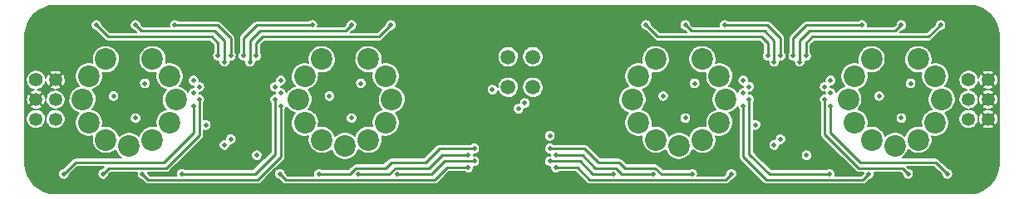
<source format=gbr>
G04 #@! TF.FileFunction,Copper,L4,Bot,Signal*
%FSLAX46Y46*%
G04 Gerber Fmt 4.6, Leading zero omitted, Abs format (unit mm)*
G04 Created by KiCad (PCBNEW 4.0.7) date 02/04/18 23:22:38*
%MOMM*%
%LPD*%
G01*
G04 APERTURE LIST*
%ADD10C,0.100000*%
%ADD11C,2.200000*%
%ADD12C,1.500000*%
%ADD13C,5.000000*%
%ADD14C,1.400000*%
%ADD15C,1.350000*%
%ADD16C,0.508000*%
%ADD17C,0.250000*%
%ADD18C,0.150000*%
G04 APERTURE END LIST*
D10*
D11*
X127625000Y-97886000D03*
X125886000Y-99625000D03*
X125250000Y-102000000D03*
X125886000Y-104375000D03*
X127625000Y-106114000D03*
X130000000Y-106750000D03*
X132375000Y-106114000D03*
X134114000Y-104375000D03*
X134114000Y-99625000D03*
X132375000Y-97886000D03*
X134750000Y-102000000D03*
X105625000Y-97886000D03*
X103886000Y-99625000D03*
X103250000Y-102000000D03*
X103886000Y-104375000D03*
X105625000Y-106114000D03*
X108000000Y-106750000D03*
X110375000Y-106114000D03*
X112114000Y-104375000D03*
X112114000Y-99625000D03*
X110375000Y-97886000D03*
X112750000Y-102000000D03*
X161625000Y-97886000D03*
X159886000Y-99625000D03*
X159250000Y-102000000D03*
X159886000Y-104375000D03*
X161625000Y-106114000D03*
X164000000Y-106750000D03*
X166375000Y-106114000D03*
X168114000Y-104375000D03*
X168114000Y-99625000D03*
X166375000Y-97886000D03*
X168750000Y-102000000D03*
X183625000Y-97886000D03*
X181886000Y-99625000D03*
X181250000Y-102000000D03*
X181886000Y-104375000D03*
X183625000Y-106114000D03*
X186000000Y-106750000D03*
X188375000Y-106114000D03*
X190114000Y-104375000D03*
X190114000Y-99625000D03*
X188375000Y-97886000D03*
X190750000Y-102000000D03*
D12*
X149100000Y-97650000D03*
X149100000Y-100750000D03*
X146600000Y-97650000D03*
X146600000Y-100750000D03*
D13*
X154000000Y-102000000D03*
X140000000Y-102000000D03*
D14*
X98500000Y-100000000D03*
D15*
X100500000Y-100000000D03*
X98500000Y-102000000D03*
X100500000Y-102000000D03*
X98500000Y-104000000D03*
X100500000Y-104000000D03*
D14*
X193500000Y-100000000D03*
D15*
X195500000Y-100000000D03*
X193500000Y-102000000D03*
X195500000Y-102000000D03*
X193500000Y-104000000D03*
X195500000Y-104000000D03*
D16*
X171800000Y-104600000D03*
X115800000Y-104600000D03*
X150850000Y-105700000D03*
X173700000Y-106650000D03*
X148300000Y-102350000D03*
X117700000Y-106650000D03*
X174350000Y-106050000D03*
X147650000Y-102950000D03*
X118350000Y-106050000D03*
X145000000Y-101000000D03*
X177000000Y-107700000D03*
X121000000Y-107700000D03*
X108650000Y-94400000D03*
X117700000Y-98150000D03*
X104650000Y-94400000D03*
X117050000Y-97550000D03*
X106400000Y-101650000D03*
X115150000Y-100700000D03*
X101350000Y-109600000D03*
X114550000Y-102650000D03*
X105350000Y-109600000D03*
X115150000Y-102000000D03*
X114550000Y-100050000D03*
X108650000Y-103900000D03*
X109350000Y-109600000D03*
X123450000Y-102650000D03*
X122850000Y-102000000D03*
X113350000Y-109600000D03*
X109600000Y-100350000D03*
X114550000Y-101350000D03*
X112650000Y-94400000D03*
X118350000Y-97550000D03*
X120300000Y-98150000D03*
X130650000Y-94400000D03*
X119650000Y-97550000D03*
X126650000Y-94400000D03*
X123450000Y-101350000D03*
X128400000Y-101650000D03*
X123350000Y-109600000D03*
X142550000Y-108950000D03*
X127350000Y-109600000D03*
X143150000Y-107000000D03*
X123450000Y-100050000D03*
X130650000Y-103900000D03*
X142550000Y-107650000D03*
X131350000Y-109600000D03*
X143150000Y-108300000D03*
X135350000Y-109600000D03*
X122850000Y-100700000D03*
X131600000Y-100350000D03*
X120950000Y-97550000D03*
X134650000Y-94400000D03*
X164650000Y-94400000D03*
X173700000Y-98150000D03*
X160650000Y-94400000D03*
X173050000Y-97550000D03*
X162400000Y-101650000D03*
X171150000Y-100700000D03*
X157350000Y-109600000D03*
X150850000Y-108300000D03*
X161350000Y-109600000D03*
X151450000Y-107650000D03*
X164650000Y-103900000D03*
X170550000Y-100050000D03*
X150850000Y-107000000D03*
X165350000Y-109600000D03*
X169350000Y-109600000D03*
X151450000Y-108950000D03*
X165600000Y-100350000D03*
X170550000Y-101350000D03*
X174350000Y-97550000D03*
X168650000Y-94400000D03*
X186650000Y-94400000D03*
X176300000Y-98150000D03*
X175650000Y-97550000D03*
X182650000Y-94400000D03*
X179450000Y-101350000D03*
X184400000Y-101650000D03*
X179350000Y-109600000D03*
X171150000Y-102000000D03*
X170550000Y-102650000D03*
X183350000Y-109600000D03*
X186650000Y-103900000D03*
X179450000Y-100050000D03*
X178850000Y-102000000D03*
X187350000Y-109600000D03*
X179450000Y-102650000D03*
X191350000Y-109600000D03*
X178850000Y-100700000D03*
X187600000Y-100350000D03*
X176950000Y-97550000D03*
X190650000Y-94400000D03*
X173406250Y-101468750D03*
X173406250Y-102531250D03*
X173406250Y-103593750D03*
X174468750Y-103593750D03*
X175531250Y-103593750D03*
X176593750Y-103593750D03*
X176593750Y-102531250D03*
X176593750Y-101468750D03*
X176593750Y-100406250D03*
X175531250Y-100406250D03*
X174468750Y-100406250D03*
X173406250Y-100406250D03*
X145406250Y-106468750D03*
X145406250Y-107531250D03*
X145406250Y-108593750D03*
X146468750Y-108593750D03*
X147531250Y-108593750D03*
X148593750Y-108593750D03*
X148593750Y-107531250D03*
X148593750Y-106468750D03*
X148593750Y-105406250D03*
X147531250Y-105406250D03*
X146468750Y-105406250D03*
X145406250Y-105406250D03*
X117406250Y-103593750D03*
X118468750Y-103593750D03*
X119531250Y-103593750D03*
X120593750Y-103593750D03*
X120593750Y-102531250D03*
X117406250Y-102531250D03*
X117406250Y-101468750D03*
X120593750Y-101468750D03*
X120593750Y-100406250D03*
X119531250Y-100406250D03*
X118468750Y-100406250D03*
X117406250Y-100406250D03*
X174468750Y-102531250D03*
X175531250Y-102531250D03*
X175531250Y-101468750D03*
X174468750Y-101468750D03*
X146468750Y-107531250D03*
X147531250Y-107531250D03*
X147531250Y-106468750D03*
X146468750Y-106468750D03*
X119531250Y-102531250D03*
X118468750Y-102531250D03*
X119531250Y-101468750D03*
X118468750Y-101468750D03*
D17*
X108650000Y-94400000D02*
X109250000Y-95000000D01*
X109250000Y-95000000D02*
X116700000Y-95000000D01*
X117700000Y-98150000D02*
X117700000Y-96000000D01*
X116700000Y-95000000D02*
X117700000Y-96000000D01*
X104650000Y-94400000D02*
X105850000Y-95600000D01*
X105850000Y-95600000D02*
X116400000Y-95600000D01*
X117050000Y-97550000D02*
X117050000Y-96250000D01*
X117050000Y-96250000D02*
X116400000Y-95600000D01*
X101350000Y-109600000D02*
X102550000Y-108400000D01*
X102550000Y-108400000D02*
X111500000Y-108400000D01*
X114550000Y-102650000D02*
X114550000Y-105350000D01*
X114550000Y-105350000D02*
X111500000Y-108400000D01*
X105350000Y-109600000D02*
X105950000Y-109000000D01*
X105950000Y-109000000D02*
X111800000Y-109000000D01*
X111800000Y-109000000D02*
X115150000Y-105650000D01*
X115150000Y-102000000D02*
X115150000Y-105650000D01*
X109350000Y-109600000D02*
X109950000Y-110200000D01*
X109950000Y-110200000D02*
X121100000Y-110200000D01*
X121100000Y-110200000D02*
X123450000Y-107850000D01*
X123450000Y-102650000D02*
X123450000Y-107850000D01*
X113350000Y-109600000D02*
X120800000Y-109600000D01*
X120800000Y-109600000D02*
X122850000Y-107550000D01*
X122850000Y-102000000D02*
X122850000Y-107550000D01*
X112650000Y-94400000D02*
X117000000Y-94400000D01*
X117000000Y-94400000D02*
X118350000Y-95750000D01*
X118350000Y-97550000D02*
X118350000Y-95750000D01*
X130650000Y-94400000D02*
X130050000Y-95000000D01*
X130050000Y-95000000D02*
X121300000Y-95000000D01*
X120300000Y-98150000D02*
X120300000Y-96000000D01*
X120300000Y-96000000D02*
X121300000Y-95000000D01*
X126650000Y-94400000D02*
X121000000Y-94400000D01*
X121000000Y-94400000D02*
X119650000Y-95750000D01*
X119650000Y-97550000D02*
X119650000Y-95750000D01*
X123350000Y-109600000D02*
X123950000Y-110200000D01*
X123950000Y-110200000D02*
X139100000Y-110200000D01*
X139100000Y-110200000D02*
X140350000Y-108950000D01*
X140350000Y-108950000D02*
X142550000Y-108950000D01*
X123350000Y-109600000D02*
X123300000Y-109550000D01*
X134700000Y-108400000D02*
X138200000Y-108400000D01*
X138200000Y-108400000D02*
X139600000Y-107000000D01*
X139600000Y-107000000D02*
X143150000Y-107000000D01*
X127350000Y-109600000D02*
X130500000Y-109600000D01*
X130500000Y-109600000D02*
X131100000Y-109000000D01*
X131100000Y-109000000D02*
X134100000Y-109000000D01*
X134100000Y-109000000D02*
X134700000Y-108400000D01*
X131350000Y-109600000D02*
X134500000Y-109600000D01*
X134500000Y-109600000D02*
X135100000Y-109000000D01*
X138500000Y-109000000D02*
X139850000Y-107650000D01*
X139850000Y-107650000D02*
X142550000Y-107650000D01*
X135100000Y-109000000D02*
X138500000Y-109000000D01*
X135350000Y-109600000D02*
X138800000Y-109600000D01*
X138800000Y-109600000D02*
X140100000Y-108300000D01*
X140100000Y-108300000D02*
X143150000Y-108300000D01*
X134650000Y-94400000D02*
X133450000Y-95600000D01*
X133450000Y-95600000D02*
X121600000Y-95600000D01*
X120950000Y-97550000D02*
X120950000Y-96250000D01*
X120950000Y-96250000D02*
X121600000Y-95600000D01*
X164650000Y-94400000D02*
X165250000Y-95000000D01*
X165250000Y-95000000D02*
X172691998Y-95000000D01*
X172691998Y-95000000D02*
X173700000Y-96008002D01*
X173700000Y-98150000D02*
X173700000Y-96008002D01*
X160650000Y-94400000D02*
X161850000Y-95600000D01*
X161850000Y-95600000D02*
X172400000Y-95600000D01*
X172400000Y-95600000D02*
X173050000Y-96250000D01*
X173050000Y-97550000D02*
X173050000Y-96250000D01*
X157350000Y-109600000D02*
X155200000Y-109600000D01*
X155200000Y-109600000D02*
X153900000Y-108300000D01*
X153900000Y-108300000D02*
X150850000Y-108300000D01*
X161350000Y-109600000D02*
X158200000Y-109600000D01*
X158200000Y-109600000D02*
X157600000Y-109000000D01*
X155500000Y-109000000D02*
X154150000Y-107650000D01*
X154150000Y-107650000D02*
X151450000Y-107650000D01*
X157600000Y-109000000D02*
X155500000Y-109000000D01*
X165350000Y-109600000D02*
X162200000Y-109600000D01*
X162200000Y-109600000D02*
X161600000Y-109000000D01*
X155800000Y-108400000D02*
X154400000Y-107000000D01*
X154400000Y-107000000D02*
X150850000Y-107000000D01*
X157900000Y-108400000D02*
X155800000Y-108400000D01*
X161600000Y-109000000D02*
X158500000Y-109000000D01*
X158500000Y-109000000D02*
X157900000Y-108400000D01*
X169350000Y-109600000D02*
X168750000Y-110200000D01*
X168750000Y-110200000D02*
X154900000Y-110200000D01*
X154900000Y-110200000D02*
X153650000Y-108950000D01*
X153650000Y-108950000D02*
X151450000Y-108950000D01*
X168650000Y-94400000D02*
X173000000Y-94400000D01*
X173000000Y-94400000D02*
X174350000Y-95750000D01*
X174350000Y-97550000D02*
X174350000Y-95750000D01*
X186650000Y-94400000D02*
X186050000Y-95000000D01*
X186050000Y-95000000D02*
X177300000Y-95000000D01*
X176300000Y-98150000D02*
X176300000Y-96000000D01*
X176300000Y-96000000D02*
X177300000Y-95000000D01*
X182650000Y-94400000D02*
X177000000Y-94400000D01*
X177000000Y-94400000D02*
X175650000Y-95750000D01*
X175650000Y-97550000D02*
X175650000Y-95750000D01*
X179350000Y-109600000D02*
X173199988Y-109600000D01*
X173199988Y-109600000D02*
X171150000Y-107550012D01*
X171150000Y-102000000D02*
X171150000Y-107550012D01*
X183350000Y-109600000D02*
X182750000Y-110200000D01*
X182750000Y-110200000D02*
X172913590Y-110200000D01*
X172913590Y-110200000D02*
X170550000Y-107836410D01*
X170550000Y-102650000D02*
X170550000Y-107836410D01*
X187350000Y-109600000D02*
X186750000Y-109000000D01*
X186750000Y-109000000D02*
X182300000Y-109000000D01*
X178850000Y-102000000D02*
X178850000Y-105550000D01*
X178850000Y-105550000D02*
X182300000Y-109000000D01*
X191350000Y-109600000D02*
X190150000Y-108400000D01*
X190150000Y-108400000D02*
X182500000Y-108400000D01*
X179450000Y-102650000D02*
X179450000Y-105350000D01*
X179450000Y-105350000D02*
X182500000Y-108400000D01*
X190650000Y-94400000D02*
X189450000Y-95600000D01*
X189450000Y-95600000D02*
X177600000Y-95600000D01*
X176950000Y-97550000D02*
X176950000Y-96250000D01*
X176950000Y-96250000D02*
X177600000Y-95600000D01*
D18*
G36*
X194101752Y-92460921D02*
X194680587Y-92635681D01*
X195214454Y-92919543D01*
X195683016Y-93301693D01*
X196068427Y-93767576D01*
X196356008Y-94299445D01*
X196534804Y-94877045D01*
X196599987Y-95497222D01*
X196600000Y-95500816D01*
X196600000Y-108480436D01*
X196539079Y-109101752D01*
X196364318Y-109680590D01*
X196080457Y-110214454D01*
X195698308Y-110683016D01*
X195232426Y-111068426D01*
X194700555Y-111356008D01*
X194122960Y-111534803D01*
X193502778Y-111599987D01*
X193499184Y-111600000D01*
X100519564Y-111600000D01*
X99898248Y-111539079D01*
X99319410Y-111364318D01*
X98785546Y-111080457D01*
X98316984Y-110698308D01*
X97931574Y-110232426D01*
X97643992Y-109700555D01*
X97627936Y-109648684D01*
X100770238Y-109648684D01*
X100790736Y-109760366D01*
X100832536Y-109865940D01*
X100894046Y-109961385D01*
X100972923Y-110043065D01*
X101066162Y-110107868D01*
X101170213Y-110153327D01*
X101281112Y-110177709D01*
X101394635Y-110180087D01*
X101506458Y-110160370D01*
X101612321Y-110119308D01*
X101708193Y-110058466D01*
X101790421Y-109980161D01*
X101855874Y-109887376D01*
X101902058Y-109783645D01*
X101927214Y-109672919D01*
X101927409Y-109658987D01*
X102736396Y-108850000D01*
X105463604Y-108850000D01*
X105292008Y-109021596D01*
X105185733Y-109041869D01*
X105080453Y-109084405D01*
X104985441Y-109146580D01*
X104904314Y-109226025D01*
X104840163Y-109319715D01*
X104795432Y-109424081D01*
X104771824Y-109535147D01*
X104770238Y-109648684D01*
X104790736Y-109760366D01*
X104832536Y-109865940D01*
X104894046Y-109961385D01*
X104972923Y-110043065D01*
X105066162Y-110107868D01*
X105170213Y-110153327D01*
X105281112Y-110177709D01*
X105394635Y-110180087D01*
X105506458Y-110160370D01*
X105612321Y-110119308D01*
X105708193Y-110058466D01*
X105790421Y-109980161D01*
X105855874Y-109887376D01*
X105902058Y-109783645D01*
X105927214Y-109672919D01*
X105927409Y-109658987D01*
X106136396Y-109450000D01*
X108789923Y-109450000D01*
X108771824Y-109535147D01*
X108770238Y-109648684D01*
X108790736Y-109760366D01*
X108832536Y-109865940D01*
X108894046Y-109961385D01*
X108972923Y-110043065D01*
X109066162Y-110107868D01*
X109170213Y-110153327D01*
X109281112Y-110177709D01*
X109291531Y-110177927D01*
X109631802Y-110518198D01*
X109663927Y-110544586D01*
X109695765Y-110571301D01*
X109697835Y-110572439D01*
X109699666Y-110573943D01*
X109736335Y-110593605D01*
X109772726Y-110613611D01*
X109774980Y-110614326D01*
X109777067Y-110615445D01*
X109816857Y-110627610D01*
X109856440Y-110640166D01*
X109858789Y-110640429D01*
X109861054Y-110641122D01*
X109902424Y-110645324D01*
X109943717Y-110649956D01*
X109948344Y-110649988D01*
X109948429Y-110649997D01*
X109948508Y-110649990D01*
X109950000Y-110650000D01*
X121100000Y-110650000D01*
X121141339Y-110645947D01*
X121182778Y-110642321D01*
X121185050Y-110641661D01*
X121187405Y-110641430D01*
X121227204Y-110629414D01*
X121267115Y-110617819D01*
X121269215Y-110616730D01*
X121271482Y-110616046D01*
X121308251Y-110596495D01*
X121345087Y-110577401D01*
X121346931Y-110575929D01*
X121349026Y-110574815D01*
X121381276Y-110548512D01*
X121413724Y-110522610D01*
X121417018Y-110519362D01*
X121417085Y-110519307D01*
X121417136Y-110519245D01*
X121418198Y-110518198D01*
X122287712Y-109648684D01*
X122770238Y-109648684D01*
X122790736Y-109760366D01*
X122832536Y-109865940D01*
X122894046Y-109961385D01*
X122972923Y-110043065D01*
X123066162Y-110107868D01*
X123170213Y-110153327D01*
X123281112Y-110177709D01*
X123291531Y-110177927D01*
X123631802Y-110518198D01*
X123663927Y-110544586D01*
X123695765Y-110571301D01*
X123697835Y-110572439D01*
X123699666Y-110573943D01*
X123736335Y-110593605D01*
X123772726Y-110613611D01*
X123774980Y-110614326D01*
X123777067Y-110615445D01*
X123816857Y-110627610D01*
X123856440Y-110640166D01*
X123858789Y-110640429D01*
X123861054Y-110641122D01*
X123902424Y-110645324D01*
X123943717Y-110649956D01*
X123948344Y-110649988D01*
X123948429Y-110649997D01*
X123948508Y-110649990D01*
X123950000Y-110650000D01*
X139100000Y-110650000D01*
X139141339Y-110645947D01*
X139182778Y-110642321D01*
X139185050Y-110641661D01*
X139187405Y-110641430D01*
X139227204Y-110629414D01*
X139267115Y-110617819D01*
X139269215Y-110616730D01*
X139271482Y-110616046D01*
X139308251Y-110596495D01*
X139345087Y-110577401D01*
X139346931Y-110575929D01*
X139349026Y-110574815D01*
X139381276Y-110548512D01*
X139413724Y-110522610D01*
X139417018Y-110519362D01*
X139417085Y-110519307D01*
X139417136Y-110519245D01*
X139418198Y-110518198D01*
X140536396Y-109400000D01*
X142182901Y-109400000D01*
X142266162Y-109457868D01*
X142370213Y-109503327D01*
X142481112Y-109527709D01*
X142594635Y-109530087D01*
X142706458Y-109510370D01*
X142812321Y-109469308D01*
X142908193Y-109408466D01*
X142990421Y-109330161D01*
X143055874Y-109237376D01*
X143102058Y-109133645D01*
X143127214Y-109022919D01*
X143129025Y-108893226D01*
X143126139Y-108878652D01*
X143194635Y-108880087D01*
X143306458Y-108860370D01*
X143412321Y-108819308D01*
X143508193Y-108758466D01*
X143590421Y-108680161D01*
X143655874Y-108587376D01*
X143702058Y-108483645D01*
X143727214Y-108372919D01*
X143729025Y-108243226D01*
X143706970Y-108131841D01*
X143663701Y-108026861D01*
X143600864Y-107932284D01*
X143520855Y-107851714D01*
X143426719Y-107788219D01*
X143322044Y-107744217D01*
X143210815Y-107721385D01*
X143127244Y-107720801D01*
X143129025Y-107593226D01*
X143126139Y-107578652D01*
X143194635Y-107580087D01*
X143306458Y-107560370D01*
X143412321Y-107519308D01*
X143508193Y-107458466D01*
X143590421Y-107380161D01*
X143655874Y-107287376D01*
X143702058Y-107183645D01*
X143727214Y-107072919D01*
X143727552Y-107048684D01*
X150270238Y-107048684D01*
X150290736Y-107160366D01*
X150332536Y-107265940D01*
X150394046Y-107361385D01*
X150472923Y-107443065D01*
X150566162Y-107507868D01*
X150670213Y-107553327D01*
X150781112Y-107577709D01*
X150872996Y-107579634D01*
X150871824Y-107585147D01*
X150870238Y-107698684D01*
X150874358Y-107721130D01*
X150797270Y-107720592D01*
X150685733Y-107741869D01*
X150580453Y-107784405D01*
X150485441Y-107846580D01*
X150404314Y-107926025D01*
X150340163Y-108019715D01*
X150295432Y-108124081D01*
X150271824Y-108235147D01*
X150270238Y-108348684D01*
X150290736Y-108460366D01*
X150332536Y-108565940D01*
X150394046Y-108661385D01*
X150472923Y-108743065D01*
X150566162Y-108807868D01*
X150670213Y-108853327D01*
X150781112Y-108877709D01*
X150872996Y-108879634D01*
X150871824Y-108885147D01*
X150870238Y-108998684D01*
X150890736Y-109110366D01*
X150932536Y-109215940D01*
X150994046Y-109311385D01*
X151072923Y-109393065D01*
X151166162Y-109457868D01*
X151270213Y-109503327D01*
X151381112Y-109527709D01*
X151494635Y-109530087D01*
X151606458Y-109510370D01*
X151712321Y-109469308D01*
X151808193Y-109408466D01*
X151817083Y-109400000D01*
X153463604Y-109400000D01*
X154581802Y-110518198D01*
X154613905Y-110544568D01*
X154645765Y-110571301D01*
X154647838Y-110572441D01*
X154649667Y-110573943D01*
X154686314Y-110593593D01*
X154722726Y-110613611D01*
X154724980Y-110614326D01*
X154727067Y-110615445D01*
X154766857Y-110627610D01*
X154806440Y-110640166D01*
X154808789Y-110640429D01*
X154811054Y-110641122D01*
X154852424Y-110645324D01*
X154893717Y-110649956D01*
X154898344Y-110649988D01*
X154898429Y-110649997D01*
X154898508Y-110649990D01*
X154900000Y-110650000D01*
X168750000Y-110650000D01*
X168791339Y-110645947D01*
X168832778Y-110642321D01*
X168835050Y-110641661D01*
X168837405Y-110641430D01*
X168877204Y-110629414D01*
X168917115Y-110617819D01*
X168919215Y-110616730D01*
X168921482Y-110616046D01*
X168958251Y-110596495D01*
X168995087Y-110577401D01*
X168996931Y-110575929D01*
X168999026Y-110574815D01*
X169031276Y-110548512D01*
X169063724Y-110522610D01*
X169067018Y-110519362D01*
X169067085Y-110519307D01*
X169067136Y-110519245D01*
X169068198Y-110518198D01*
X169408808Y-110177588D01*
X169506458Y-110160370D01*
X169612321Y-110119308D01*
X169708193Y-110058466D01*
X169790421Y-109980161D01*
X169855874Y-109887376D01*
X169902058Y-109783645D01*
X169927214Y-109672919D01*
X169929025Y-109543226D01*
X169906970Y-109431841D01*
X169863701Y-109326861D01*
X169800864Y-109232284D01*
X169720855Y-109151714D01*
X169626719Y-109088219D01*
X169522044Y-109044217D01*
X169410815Y-109021385D01*
X169297270Y-109020592D01*
X169185733Y-109041869D01*
X169080453Y-109084405D01*
X168985441Y-109146580D01*
X168904314Y-109226025D01*
X168840163Y-109319715D01*
X168795432Y-109424081D01*
X168771824Y-109535147D01*
X168771730Y-109541874D01*
X168563604Y-109750000D01*
X165909702Y-109750000D01*
X165927214Y-109672919D01*
X165929025Y-109543226D01*
X165906970Y-109431841D01*
X165863701Y-109326861D01*
X165800864Y-109232284D01*
X165720855Y-109151714D01*
X165626719Y-109088219D01*
X165522044Y-109044217D01*
X165410815Y-109021385D01*
X165297270Y-109020592D01*
X165185733Y-109041869D01*
X165080453Y-109084405D01*
X164985441Y-109146580D01*
X164981949Y-109150000D01*
X162386396Y-109150000D01*
X161918198Y-108681802D01*
X161886095Y-108655432D01*
X161854235Y-108628699D01*
X161852162Y-108627559D01*
X161850333Y-108626057D01*
X161813686Y-108606407D01*
X161777274Y-108586389D01*
X161775020Y-108585674D01*
X161772933Y-108584555D01*
X161733143Y-108572390D01*
X161693560Y-108559834D01*
X161691211Y-108559571D01*
X161688946Y-108558878D01*
X161647576Y-108554676D01*
X161606283Y-108550044D01*
X161601656Y-108550012D01*
X161601571Y-108550003D01*
X161601492Y-108550010D01*
X161600000Y-108550000D01*
X158686396Y-108550000D01*
X158218198Y-108081802D01*
X158186095Y-108055432D01*
X158154235Y-108028699D01*
X158152162Y-108027559D01*
X158150333Y-108026057D01*
X158113686Y-108006407D01*
X158077274Y-107986389D01*
X158075020Y-107985674D01*
X158072933Y-107984555D01*
X158033143Y-107972390D01*
X157993560Y-107959834D01*
X157991211Y-107959571D01*
X157988946Y-107958878D01*
X157947576Y-107954676D01*
X157906283Y-107950044D01*
X157901656Y-107950012D01*
X157901571Y-107950003D01*
X157901492Y-107950010D01*
X157900000Y-107950000D01*
X155986396Y-107950000D01*
X154718198Y-106681802D01*
X154686095Y-106655432D01*
X154654235Y-106628699D01*
X154652162Y-106627559D01*
X154650333Y-106626057D01*
X154613686Y-106606407D01*
X154577274Y-106586389D01*
X154575020Y-106585674D01*
X154572933Y-106584555D01*
X154533143Y-106572390D01*
X154493560Y-106559834D01*
X154491211Y-106559571D01*
X154488946Y-106558878D01*
X154447576Y-106554676D01*
X154406283Y-106550044D01*
X154401656Y-106550012D01*
X154401571Y-106550003D01*
X154401492Y-106550010D01*
X154400000Y-106550000D01*
X151218314Y-106550000D01*
X151126719Y-106488219D01*
X151022044Y-106444217D01*
X150910815Y-106421385D01*
X150797270Y-106420592D01*
X150685733Y-106441869D01*
X150580453Y-106484405D01*
X150485441Y-106546580D01*
X150404314Y-106626025D01*
X150340163Y-106719715D01*
X150295432Y-106824081D01*
X150271824Y-106935147D01*
X150270238Y-107048684D01*
X143727552Y-107048684D01*
X143729025Y-106943226D01*
X143706970Y-106831841D01*
X143663701Y-106726861D01*
X143600864Y-106632284D01*
X143520855Y-106551714D01*
X143426719Y-106488219D01*
X143322044Y-106444217D01*
X143210815Y-106421385D01*
X143097270Y-106420592D01*
X142985733Y-106441869D01*
X142880453Y-106484405D01*
X142785441Y-106546580D01*
X142781949Y-106550000D01*
X139600000Y-106550000D01*
X139558661Y-106554053D01*
X139517222Y-106557679D01*
X139514950Y-106558339D01*
X139512595Y-106558570D01*
X139472796Y-106570586D01*
X139432885Y-106582181D01*
X139430785Y-106583270D01*
X139428518Y-106583954D01*
X139391749Y-106603505D01*
X139354913Y-106622599D01*
X139353069Y-106624071D01*
X139350974Y-106625185D01*
X139318724Y-106651488D01*
X139286276Y-106677390D01*
X139282982Y-106680638D01*
X139282915Y-106680693D01*
X139282864Y-106680755D01*
X139281802Y-106681802D01*
X138013604Y-107950000D01*
X134700000Y-107950000D01*
X134658661Y-107954053D01*
X134617222Y-107957679D01*
X134614950Y-107958339D01*
X134612595Y-107958570D01*
X134572810Y-107970582D01*
X134532884Y-107982181D01*
X134530783Y-107983270D01*
X134528518Y-107983954D01*
X134491788Y-108003484D01*
X134454912Y-108022599D01*
X134453066Y-108024073D01*
X134450974Y-108025185D01*
X134418746Y-108051470D01*
X134386276Y-108077390D01*
X134382982Y-108080638D01*
X134382915Y-108080693D01*
X134382864Y-108080755D01*
X134381802Y-108081802D01*
X133913604Y-108550000D01*
X131100000Y-108550000D01*
X131058661Y-108554053D01*
X131017222Y-108557679D01*
X131014950Y-108558339D01*
X131012595Y-108558570D01*
X130972810Y-108570582D01*
X130932884Y-108582181D01*
X130930783Y-108583270D01*
X130928518Y-108583954D01*
X130891788Y-108603484D01*
X130854912Y-108622599D01*
X130853066Y-108624073D01*
X130850974Y-108625185D01*
X130818746Y-108651470D01*
X130786276Y-108677390D01*
X130782982Y-108680638D01*
X130782915Y-108680693D01*
X130782864Y-108680755D01*
X130781802Y-108681802D01*
X130313604Y-109150000D01*
X127718314Y-109150000D01*
X127626719Y-109088219D01*
X127522044Y-109044217D01*
X127410815Y-109021385D01*
X127297270Y-109020592D01*
X127185733Y-109041869D01*
X127080453Y-109084405D01*
X126985441Y-109146580D01*
X126904314Y-109226025D01*
X126840163Y-109319715D01*
X126795432Y-109424081D01*
X126771824Y-109535147D01*
X126770238Y-109648684D01*
X126788833Y-109750000D01*
X124136396Y-109750000D01*
X123928878Y-109542482D01*
X123906970Y-109431841D01*
X123863701Y-109326861D01*
X123800864Y-109232284D01*
X123720855Y-109151714D01*
X123626719Y-109088219D01*
X123522044Y-109044217D01*
X123410815Y-109021385D01*
X123297270Y-109020592D01*
X123185733Y-109041869D01*
X123080453Y-109084405D01*
X122985441Y-109146580D01*
X122904314Y-109226025D01*
X122840163Y-109319715D01*
X122795432Y-109424081D01*
X122771824Y-109535147D01*
X122770238Y-109648684D01*
X122287712Y-109648684D01*
X123768198Y-108168198D01*
X123794568Y-108136095D01*
X123821301Y-108104235D01*
X123822441Y-108102162D01*
X123823943Y-108100333D01*
X123843593Y-108063686D01*
X123863611Y-108027274D01*
X123864326Y-108025020D01*
X123865445Y-108022933D01*
X123877610Y-107983143D01*
X123890166Y-107943560D01*
X123890429Y-107941211D01*
X123891122Y-107938946D01*
X123895324Y-107897576D01*
X123899956Y-107856283D01*
X123899988Y-107851656D01*
X123899997Y-107851571D01*
X123899990Y-107851492D01*
X123900000Y-107850000D01*
X123900000Y-103016582D01*
X123955874Y-102937376D01*
X124002058Y-102833645D01*
X124025472Y-102730585D01*
X124127833Y-102889418D01*
X124321960Y-103090443D01*
X124551436Y-103249933D01*
X124807520Y-103361813D01*
X124869856Y-103375518D01*
X124789105Y-103454596D01*
X124631221Y-103685179D01*
X124521131Y-103942038D01*
X124463029Y-104215388D01*
X124459127Y-104494818D01*
X124509574Y-104769684D01*
X124612449Y-105029516D01*
X124763833Y-105264418D01*
X124957960Y-105465443D01*
X125187436Y-105624933D01*
X125443520Y-105736813D01*
X125716458Y-105796822D01*
X125995854Y-105802675D01*
X126243560Y-105758998D01*
X126202029Y-105954388D01*
X126198127Y-106233818D01*
X126248574Y-106508684D01*
X126351449Y-106768516D01*
X126502833Y-107003418D01*
X126696960Y-107204443D01*
X126926436Y-107363933D01*
X127182520Y-107475813D01*
X127455458Y-107535822D01*
X127734854Y-107541675D01*
X128010065Y-107493148D01*
X128270609Y-107392089D01*
X128506563Y-107242349D01*
X128621424Y-107132968D01*
X128623574Y-107144684D01*
X128726449Y-107404516D01*
X128877833Y-107639418D01*
X129071960Y-107840443D01*
X129301436Y-107999933D01*
X129557520Y-108111813D01*
X129830458Y-108171822D01*
X130109854Y-108177675D01*
X130385065Y-108129148D01*
X130645609Y-108028089D01*
X130881563Y-107878349D01*
X131083937Y-107685630D01*
X131245025Y-107457273D01*
X131358691Y-107201976D01*
X131375049Y-107129977D01*
X131446960Y-107204443D01*
X131676436Y-107363933D01*
X131932520Y-107475813D01*
X132205458Y-107535822D01*
X132484854Y-107541675D01*
X132760065Y-107493148D01*
X133020609Y-107392089D01*
X133256563Y-107242349D01*
X133458937Y-107049630D01*
X133620025Y-106821273D01*
X133733691Y-106565976D01*
X133795604Y-106293464D01*
X133800061Y-105974272D01*
X133756754Y-105755553D01*
X133944458Y-105796822D01*
X134223854Y-105802675D01*
X134499065Y-105754148D01*
X134513151Y-105748684D01*
X150270238Y-105748684D01*
X150290736Y-105860366D01*
X150332536Y-105965940D01*
X150394046Y-106061385D01*
X150472923Y-106143065D01*
X150566162Y-106207868D01*
X150670213Y-106253327D01*
X150781112Y-106277709D01*
X150894635Y-106280087D01*
X151006458Y-106260370D01*
X151112321Y-106219308D01*
X151208193Y-106158466D01*
X151290421Y-106080161D01*
X151355874Y-105987376D01*
X151402058Y-105883645D01*
X151427214Y-105772919D01*
X151429025Y-105643226D01*
X151406970Y-105531841D01*
X151363701Y-105426861D01*
X151300864Y-105332284D01*
X151220855Y-105251714D01*
X151126719Y-105188219D01*
X151022044Y-105144217D01*
X150910815Y-105121385D01*
X150797270Y-105120592D01*
X150685733Y-105141869D01*
X150580453Y-105184405D01*
X150485441Y-105246580D01*
X150404314Y-105326025D01*
X150340163Y-105419715D01*
X150295432Y-105524081D01*
X150271824Y-105635147D01*
X150270238Y-105748684D01*
X134513151Y-105748684D01*
X134759609Y-105653089D01*
X134995563Y-105503349D01*
X135197937Y-105310630D01*
X135359025Y-105082273D01*
X135472691Y-104826976D01*
X135534604Y-104554464D01*
X135539061Y-104235272D01*
X135484781Y-103961137D01*
X135378288Y-103702766D01*
X135223639Y-103470000D01*
X135133664Y-103379395D01*
X135135065Y-103379148D01*
X135395609Y-103278089D01*
X135631563Y-103128349D01*
X135767724Y-102998684D01*
X147070238Y-102998684D01*
X147090736Y-103110366D01*
X147132536Y-103215940D01*
X147194046Y-103311385D01*
X147272923Y-103393065D01*
X147366162Y-103457868D01*
X147470213Y-103503327D01*
X147581112Y-103527709D01*
X147694635Y-103530087D01*
X147806458Y-103510370D01*
X147912321Y-103469308D01*
X148008193Y-103408466D01*
X148090421Y-103330161D01*
X148155874Y-103237376D01*
X148202058Y-103133645D01*
X148227214Y-103022919D01*
X148228551Y-102927146D01*
X148231112Y-102927709D01*
X148344635Y-102930087D01*
X148456458Y-102910370D01*
X148562321Y-102869308D01*
X148658193Y-102808466D01*
X148740421Y-102730161D01*
X148805874Y-102637376D01*
X148852058Y-102533645D01*
X148877214Y-102422919D01*
X148879025Y-102293226D01*
X148856970Y-102181841D01*
X148831407Y-102119818D01*
X157823127Y-102119818D01*
X157873574Y-102394684D01*
X157976449Y-102654516D01*
X158127833Y-102889418D01*
X158321960Y-103090443D01*
X158551436Y-103249933D01*
X158807520Y-103361813D01*
X158869856Y-103375518D01*
X158789105Y-103454596D01*
X158631221Y-103685179D01*
X158521131Y-103942038D01*
X158463029Y-104215388D01*
X158459127Y-104494818D01*
X158509574Y-104769684D01*
X158612449Y-105029516D01*
X158763833Y-105264418D01*
X158957960Y-105465443D01*
X159187436Y-105624933D01*
X159443520Y-105736813D01*
X159716458Y-105796822D01*
X159995854Y-105802675D01*
X160243560Y-105758998D01*
X160202029Y-105954388D01*
X160198127Y-106233818D01*
X160248574Y-106508684D01*
X160351449Y-106768516D01*
X160502833Y-107003418D01*
X160696960Y-107204443D01*
X160926436Y-107363933D01*
X161182520Y-107475813D01*
X161455458Y-107535822D01*
X161734854Y-107541675D01*
X162010065Y-107493148D01*
X162270609Y-107392089D01*
X162506563Y-107242349D01*
X162621424Y-107132968D01*
X162623574Y-107144684D01*
X162726449Y-107404516D01*
X162877833Y-107639418D01*
X163071960Y-107840443D01*
X163301436Y-107999933D01*
X163557520Y-108111813D01*
X163830458Y-108171822D01*
X164109854Y-108177675D01*
X164385065Y-108129148D01*
X164645609Y-108028089D01*
X164881563Y-107878349D01*
X165083937Y-107685630D01*
X165245025Y-107457273D01*
X165358691Y-107201976D01*
X165375049Y-107129977D01*
X165446960Y-107204443D01*
X165676436Y-107363933D01*
X165932520Y-107475813D01*
X166205458Y-107535822D01*
X166484854Y-107541675D01*
X166760065Y-107493148D01*
X167020609Y-107392089D01*
X167256563Y-107242349D01*
X167458937Y-107049630D01*
X167620025Y-106821273D01*
X167733691Y-106565976D01*
X167795604Y-106293464D01*
X167800061Y-105974272D01*
X167756754Y-105755553D01*
X167944458Y-105796822D01*
X168223854Y-105802675D01*
X168499065Y-105754148D01*
X168759609Y-105653089D01*
X168995563Y-105503349D01*
X169197937Y-105310630D01*
X169359025Y-105082273D01*
X169472691Y-104826976D01*
X169534604Y-104554464D01*
X169539061Y-104235272D01*
X169484781Y-103961137D01*
X169378288Y-103702766D01*
X169223639Y-103470000D01*
X169133664Y-103379395D01*
X169135065Y-103379148D01*
X169395609Y-103278089D01*
X169631563Y-103128349D01*
X169833937Y-102935630D01*
X169976607Y-102733383D01*
X169990736Y-102810366D01*
X170032536Y-102915940D01*
X170094046Y-103011385D01*
X170100000Y-103017551D01*
X170100000Y-107836410D01*
X170104053Y-107877749D01*
X170107679Y-107919188D01*
X170108339Y-107921460D01*
X170108570Y-107923815D01*
X170120586Y-107963614D01*
X170132181Y-108003525D01*
X170133270Y-108005625D01*
X170133954Y-108007892D01*
X170153505Y-108044661D01*
X170172599Y-108081497D01*
X170174071Y-108083341D01*
X170175185Y-108085436D01*
X170201488Y-108117686D01*
X170227390Y-108150134D01*
X170230638Y-108153428D01*
X170230693Y-108153495D01*
X170230755Y-108153546D01*
X170231802Y-108154608D01*
X172595392Y-110518198D01*
X172627517Y-110544586D01*
X172659355Y-110571301D01*
X172661425Y-110572439D01*
X172663256Y-110573943D01*
X172699925Y-110593605D01*
X172736316Y-110613611D01*
X172738570Y-110614326D01*
X172740657Y-110615445D01*
X172780447Y-110627610D01*
X172820030Y-110640166D01*
X172822379Y-110640429D01*
X172824644Y-110641122D01*
X172866014Y-110645324D01*
X172907307Y-110649956D01*
X172911934Y-110649988D01*
X172912019Y-110649997D01*
X172912098Y-110649990D01*
X172913590Y-110650000D01*
X182750000Y-110650000D01*
X182791339Y-110645947D01*
X182832778Y-110642321D01*
X182835050Y-110641661D01*
X182837405Y-110641430D01*
X182877204Y-110629414D01*
X182917115Y-110617819D01*
X182919215Y-110616730D01*
X182921482Y-110616046D01*
X182958251Y-110596495D01*
X182995087Y-110577401D01*
X182996931Y-110575929D01*
X182999026Y-110574815D01*
X183031276Y-110548512D01*
X183063724Y-110522610D01*
X183067018Y-110519362D01*
X183067085Y-110519307D01*
X183067136Y-110519245D01*
X183068198Y-110518198D01*
X183408808Y-110177588D01*
X183506458Y-110160370D01*
X183612321Y-110119308D01*
X183708193Y-110058466D01*
X183790421Y-109980161D01*
X183855874Y-109887376D01*
X183902058Y-109783645D01*
X183927214Y-109672919D01*
X183929025Y-109543226D01*
X183910566Y-109450000D01*
X186563604Y-109450000D01*
X186772025Y-109658421D01*
X186790736Y-109760366D01*
X186832536Y-109865940D01*
X186894046Y-109961385D01*
X186972923Y-110043065D01*
X187066162Y-110107868D01*
X187170213Y-110153327D01*
X187281112Y-110177709D01*
X187394635Y-110180087D01*
X187506458Y-110160370D01*
X187612321Y-110119308D01*
X187708193Y-110058466D01*
X187790421Y-109980161D01*
X187855874Y-109887376D01*
X187902058Y-109783645D01*
X187927214Y-109672919D01*
X187929025Y-109543226D01*
X187906970Y-109431841D01*
X187863701Y-109326861D01*
X187800864Y-109232284D01*
X187720855Y-109151714D01*
X187626719Y-109088219D01*
X187522044Y-109044217D01*
X187410815Y-109021385D01*
X187407760Y-109021364D01*
X187236396Y-108850000D01*
X189963604Y-108850000D01*
X190772025Y-109658421D01*
X190790736Y-109760366D01*
X190832536Y-109865940D01*
X190894046Y-109961385D01*
X190972923Y-110043065D01*
X191066162Y-110107868D01*
X191170213Y-110153327D01*
X191281112Y-110177709D01*
X191394635Y-110180087D01*
X191506458Y-110160370D01*
X191612321Y-110119308D01*
X191708193Y-110058466D01*
X191790421Y-109980161D01*
X191855874Y-109887376D01*
X191902058Y-109783645D01*
X191927214Y-109672919D01*
X191929025Y-109543226D01*
X191906970Y-109431841D01*
X191863701Y-109326861D01*
X191800864Y-109232284D01*
X191720855Y-109151714D01*
X191626719Y-109088219D01*
X191522044Y-109044217D01*
X191410815Y-109021385D01*
X191407760Y-109021364D01*
X190468198Y-108081802D01*
X190436095Y-108055432D01*
X190404235Y-108028699D01*
X190402162Y-108027559D01*
X190400333Y-108026057D01*
X190363686Y-108006407D01*
X190327274Y-107986389D01*
X190325020Y-107985674D01*
X190322933Y-107984555D01*
X190283143Y-107972390D01*
X190243560Y-107959834D01*
X190241211Y-107959571D01*
X190238946Y-107958878D01*
X190197576Y-107954676D01*
X190156283Y-107950044D01*
X190151656Y-107950012D01*
X190151571Y-107950003D01*
X190151492Y-107950010D01*
X190150000Y-107950000D01*
X186768658Y-107950000D01*
X186881563Y-107878349D01*
X187083937Y-107685630D01*
X187245025Y-107457273D01*
X187358691Y-107201976D01*
X187375049Y-107129977D01*
X187446960Y-107204443D01*
X187676436Y-107363933D01*
X187932520Y-107475813D01*
X188205458Y-107535822D01*
X188484854Y-107541675D01*
X188760065Y-107493148D01*
X189020609Y-107392089D01*
X189256563Y-107242349D01*
X189458937Y-107049630D01*
X189620025Y-106821273D01*
X189733691Y-106565976D01*
X189795604Y-106293464D01*
X189800061Y-105974272D01*
X189756754Y-105755553D01*
X189944458Y-105796822D01*
X190223854Y-105802675D01*
X190499065Y-105754148D01*
X190759609Y-105653089D01*
X190995563Y-105503349D01*
X191197937Y-105310630D01*
X191359025Y-105082273D01*
X191472691Y-104826976D01*
X191534604Y-104554464D01*
X191539061Y-104235272D01*
X191484781Y-103961137D01*
X191378288Y-103702766D01*
X191223639Y-103470000D01*
X191133664Y-103379395D01*
X191135065Y-103379148D01*
X191395609Y-103278089D01*
X191631563Y-103128349D01*
X191833937Y-102935630D01*
X191995025Y-102707273D01*
X192108691Y-102451976D01*
X192170604Y-102179464D01*
X192175061Y-101860272D01*
X192120781Y-101586137D01*
X192014288Y-101327766D01*
X191859639Y-101095000D01*
X191662724Y-100896706D01*
X191431044Y-100740436D01*
X191173423Y-100632142D01*
X191131812Y-100623600D01*
X191197937Y-100560630D01*
X191359025Y-100332273D01*
X191468590Y-100086185D01*
X192473652Y-100086185D01*
X192509939Y-100283895D01*
X192583937Y-100470793D01*
X192692827Y-100639757D01*
X192832462Y-100784354D01*
X192997524Y-100899075D01*
X193181725Y-100979550D01*
X193335364Y-101013330D01*
X193216292Y-101036044D01*
X193034462Y-101109508D01*
X192870364Y-101216891D01*
X192730249Y-101354102D01*
X192619453Y-101515915D01*
X192542197Y-101696167D01*
X192501423Y-101887992D01*
X192498685Y-102084083D01*
X192534087Y-102276971D01*
X192606280Y-102459310D01*
X192712514Y-102624154D01*
X192848744Y-102765223D01*
X193009780Y-102877146D01*
X193189488Y-102955659D01*
X193381023Y-102997770D01*
X193476411Y-102999768D01*
X193408929Y-102999297D01*
X193216292Y-103036044D01*
X193034462Y-103109508D01*
X192870364Y-103216891D01*
X192730249Y-103354102D01*
X192619453Y-103515915D01*
X192542197Y-103696167D01*
X192501423Y-103887992D01*
X192498685Y-104084083D01*
X192534087Y-104276971D01*
X192606280Y-104459310D01*
X192712514Y-104624154D01*
X192848744Y-104765223D01*
X193009780Y-104877146D01*
X193189488Y-104955659D01*
X193381023Y-104997770D01*
X193577090Y-105001877D01*
X193770221Y-104967823D01*
X193953059Y-104896905D01*
X194118641Y-104791824D01*
X194228219Y-104687474D01*
X194883237Y-104687474D01*
X194950553Y-104841314D01*
X195125243Y-104932339D01*
X195314334Y-104987536D01*
X195510561Y-105004782D01*
X195706381Y-104983415D01*
X195894270Y-104924256D01*
X196049447Y-104841314D01*
X196116763Y-104687474D01*
X195500000Y-104070711D01*
X194883237Y-104687474D01*
X194228219Y-104687474D01*
X194260658Y-104656583D01*
X194373702Y-104496332D01*
X194453468Y-104317176D01*
X194496916Y-104125940D01*
X194498151Y-104037445D01*
X194516585Y-104206381D01*
X194575744Y-104394270D01*
X194658686Y-104549447D01*
X194812526Y-104616763D01*
X195429289Y-104000000D01*
X195570711Y-104000000D01*
X196187474Y-104616763D01*
X196341314Y-104549447D01*
X196432339Y-104374757D01*
X196487536Y-104185666D01*
X196504782Y-103989439D01*
X196483415Y-103793619D01*
X196424256Y-103605730D01*
X196341314Y-103450553D01*
X196187474Y-103383237D01*
X195570711Y-104000000D01*
X195429289Y-104000000D01*
X194812526Y-103383237D01*
X194658686Y-103450553D01*
X194567661Y-103625243D01*
X194512464Y-103814334D01*
X194499152Y-103965805D01*
X194500043Y-103901945D01*
X194461952Y-103709570D01*
X194387220Y-103528257D01*
X194278694Y-103364912D01*
X194140508Y-103225758D01*
X193977926Y-103116095D01*
X193797139Y-103040099D01*
X193605034Y-103000666D01*
X193584761Y-103000524D01*
X193770221Y-102967823D01*
X193953059Y-102896905D01*
X194118641Y-102791824D01*
X194228219Y-102687474D01*
X194883237Y-102687474D01*
X194950553Y-102841314D01*
X195125243Y-102932339D01*
X195314334Y-102987536D01*
X195450315Y-102999487D01*
X195293619Y-103016585D01*
X195105730Y-103075744D01*
X194950553Y-103158686D01*
X194883237Y-103312526D01*
X195500000Y-103929289D01*
X196116763Y-103312526D01*
X196049447Y-103158686D01*
X195874757Y-103067661D01*
X195685666Y-103012464D01*
X195549685Y-103000513D01*
X195706381Y-102983415D01*
X195894270Y-102924256D01*
X196049447Y-102841314D01*
X196116763Y-102687474D01*
X195500000Y-102070711D01*
X194883237Y-102687474D01*
X194228219Y-102687474D01*
X194260658Y-102656583D01*
X194373702Y-102496332D01*
X194453468Y-102317176D01*
X194496916Y-102125940D01*
X194498151Y-102037445D01*
X194516585Y-102206381D01*
X194575744Y-102394270D01*
X194658686Y-102549447D01*
X194812526Y-102616763D01*
X195429289Y-102000000D01*
X195570711Y-102000000D01*
X196187474Y-102616763D01*
X196341314Y-102549447D01*
X196432339Y-102374757D01*
X196487536Y-102185666D01*
X196504782Y-101989439D01*
X196483415Y-101793619D01*
X196424256Y-101605730D01*
X196341314Y-101450553D01*
X196187474Y-101383237D01*
X195570711Y-102000000D01*
X195429289Y-102000000D01*
X194812526Y-101383237D01*
X194658686Y-101450553D01*
X194567661Y-101625243D01*
X194512464Y-101814334D01*
X194499152Y-101965805D01*
X194500043Y-101901945D01*
X194461952Y-101709570D01*
X194387220Y-101528257D01*
X194278694Y-101364912D01*
X194140508Y-101225758D01*
X193977926Y-101116095D01*
X193797139Y-101040099D01*
X193661824Y-101012323D01*
X193776977Y-100992019D01*
X193964386Y-100919328D01*
X194134107Y-100811620D01*
X194264472Y-100687474D01*
X194883237Y-100687474D01*
X194950553Y-100841314D01*
X195125243Y-100932339D01*
X195314334Y-100987536D01*
X195450315Y-100999487D01*
X195293619Y-101016585D01*
X195105730Y-101075744D01*
X194950553Y-101158686D01*
X194883237Y-101312526D01*
X195500000Y-101929289D01*
X196116763Y-101312526D01*
X196049447Y-101158686D01*
X195874757Y-101067661D01*
X195685666Y-101012464D01*
X195549685Y-101000513D01*
X195706381Y-100983415D01*
X195894270Y-100924256D01*
X196049447Y-100841314D01*
X196116763Y-100687474D01*
X195500000Y-100070711D01*
X194883237Y-100687474D01*
X194264472Y-100687474D01*
X194279675Y-100672997D01*
X194395545Y-100508740D01*
X194477304Y-100325106D01*
X194512592Y-100169785D01*
X194516585Y-100206381D01*
X194575744Y-100394270D01*
X194658686Y-100549447D01*
X194812526Y-100616763D01*
X195429289Y-100000000D01*
X195570711Y-100000000D01*
X196187474Y-100616763D01*
X196341314Y-100549447D01*
X196432339Y-100374757D01*
X196487536Y-100185666D01*
X196504782Y-99989439D01*
X196483415Y-99793619D01*
X196424256Y-99605730D01*
X196341314Y-99450553D01*
X196187474Y-99383237D01*
X195570711Y-100000000D01*
X195429289Y-100000000D01*
X194812526Y-99383237D01*
X194658686Y-99450553D01*
X194567661Y-99625243D01*
X194512464Y-99814334D01*
X194511148Y-99829311D01*
X194486001Y-99702309D01*
X194409401Y-99516463D01*
X194298162Y-99349035D01*
X194261907Y-99312526D01*
X194883237Y-99312526D01*
X195500000Y-99929289D01*
X196116763Y-99312526D01*
X196049447Y-99158686D01*
X195874757Y-99067661D01*
X195685666Y-99012464D01*
X195489439Y-98995218D01*
X195293619Y-99016585D01*
X195105730Y-99075744D01*
X194950553Y-99158686D01*
X194883237Y-99312526D01*
X194261907Y-99312526D01*
X194156521Y-99206402D01*
X193989874Y-99093997D01*
X193804567Y-99016101D01*
X193607660Y-98975682D01*
X193406652Y-98974279D01*
X193209200Y-99011945D01*
X193022824Y-99087246D01*
X192854623Y-99197313D01*
X192711005Y-99337954D01*
X192597439Y-99503813D01*
X192518252Y-99688571D01*
X192476459Y-99885191D01*
X192473652Y-100086185D01*
X191468590Y-100086185D01*
X191472691Y-100076976D01*
X191534604Y-99804464D01*
X191539061Y-99485272D01*
X191484781Y-99211137D01*
X191378288Y-98952766D01*
X191223639Y-98720000D01*
X191026724Y-98521706D01*
X190795044Y-98365436D01*
X190537423Y-98257142D01*
X190263674Y-98200949D01*
X189984224Y-98198998D01*
X189755346Y-98242659D01*
X189795604Y-98065464D01*
X189800061Y-97746272D01*
X189745781Y-97472137D01*
X189639288Y-97213766D01*
X189484639Y-96981000D01*
X189287724Y-96782706D01*
X189056044Y-96626436D01*
X188798423Y-96518142D01*
X188524674Y-96461949D01*
X188245224Y-96459998D01*
X187970717Y-96512363D01*
X187711609Y-96617050D01*
X187477769Y-96770070D01*
X187278105Y-96965596D01*
X187120221Y-97196179D01*
X187010131Y-97453038D01*
X186952029Y-97726388D01*
X186948127Y-98005818D01*
X186998574Y-98280684D01*
X187101449Y-98540516D01*
X187252833Y-98775418D01*
X187446960Y-98976443D01*
X187676436Y-99135933D01*
X187932520Y-99247813D01*
X188205458Y-99307822D01*
X188484854Y-99313675D01*
X188732560Y-99269998D01*
X188691029Y-99465388D01*
X188687127Y-99744818D01*
X188737574Y-100019684D01*
X188840449Y-100279516D01*
X188991833Y-100514418D01*
X189185960Y-100715443D01*
X189415436Y-100874933D01*
X189671520Y-100986813D01*
X189733856Y-101000518D01*
X189653105Y-101079596D01*
X189495221Y-101310179D01*
X189385131Y-101567038D01*
X189327029Y-101840388D01*
X189323127Y-102119818D01*
X189373574Y-102394684D01*
X189476449Y-102654516D01*
X189627833Y-102889418D01*
X189731858Y-102997139D01*
X189709717Y-103001363D01*
X189450609Y-103106050D01*
X189216769Y-103259070D01*
X189017105Y-103454596D01*
X188859221Y-103685179D01*
X188749131Y-103942038D01*
X188691029Y-104215388D01*
X188687127Y-104494818D01*
X188730702Y-104732241D01*
X188524674Y-104689949D01*
X188245224Y-104687998D01*
X187970717Y-104740363D01*
X187711609Y-104845050D01*
X187477769Y-104998070D01*
X187278105Y-105193596D01*
X187120221Y-105424179D01*
X187010131Y-105681038D01*
X186998968Y-105733554D01*
X186912724Y-105646706D01*
X186681044Y-105490436D01*
X186423423Y-105382142D01*
X186149674Y-105325949D01*
X185870224Y-105323998D01*
X185595717Y-105376363D01*
X185336609Y-105481050D01*
X185102769Y-105634070D01*
X185002200Y-105732555D01*
X184995781Y-105700137D01*
X184889288Y-105441766D01*
X184734639Y-105209000D01*
X184537724Y-105010706D01*
X184306044Y-104854436D01*
X184048423Y-104746142D01*
X183774674Y-104689949D01*
X183495224Y-104687998D01*
X183266346Y-104731659D01*
X183306604Y-104554464D01*
X183311061Y-104235272D01*
X183256781Y-103961137D01*
X183251649Y-103948684D01*
X186070238Y-103948684D01*
X186090736Y-104060366D01*
X186132536Y-104165940D01*
X186194046Y-104261385D01*
X186272923Y-104343065D01*
X186366162Y-104407868D01*
X186470213Y-104453327D01*
X186581112Y-104477709D01*
X186694635Y-104480087D01*
X186806458Y-104460370D01*
X186912321Y-104419308D01*
X187008193Y-104358466D01*
X187090421Y-104280161D01*
X187155874Y-104187376D01*
X187202058Y-104083645D01*
X187227214Y-103972919D01*
X187229025Y-103843226D01*
X187206970Y-103731841D01*
X187163701Y-103626861D01*
X187100864Y-103532284D01*
X187020855Y-103451714D01*
X186926719Y-103388219D01*
X186822044Y-103344217D01*
X186710815Y-103321385D01*
X186597270Y-103320592D01*
X186485733Y-103341869D01*
X186380453Y-103384405D01*
X186285441Y-103446580D01*
X186204314Y-103526025D01*
X186140163Y-103619715D01*
X186095432Y-103724081D01*
X186071824Y-103835147D01*
X186070238Y-103948684D01*
X183251649Y-103948684D01*
X183150288Y-103702766D01*
X182995639Y-103470000D01*
X182798724Y-103271706D01*
X182567044Y-103115436D01*
X182309423Y-103007142D01*
X182267812Y-102998600D01*
X182333937Y-102935630D01*
X182495025Y-102707273D01*
X182608691Y-102451976D01*
X182670604Y-102179464D01*
X182675061Y-101860272D01*
X182643066Y-101698684D01*
X183820238Y-101698684D01*
X183840736Y-101810366D01*
X183882536Y-101915940D01*
X183944046Y-102011385D01*
X184022923Y-102093065D01*
X184116162Y-102157868D01*
X184220213Y-102203327D01*
X184331112Y-102227709D01*
X184444635Y-102230087D01*
X184556458Y-102210370D01*
X184662321Y-102169308D01*
X184758193Y-102108466D01*
X184840421Y-102030161D01*
X184905874Y-101937376D01*
X184952058Y-101833645D01*
X184977214Y-101722919D01*
X184979025Y-101593226D01*
X184956970Y-101481841D01*
X184913701Y-101376861D01*
X184850864Y-101282284D01*
X184770855Y-101201714D01*
X184676719Y-101138219D01*
X184572044Y-101094217D01*
X184460815Y-101071385D01*
X184347270Y-101070592D01*
X184235733Y-101091869D01*
X184130453Y-101134405D01*
X184035441Y-101196580D01*
X183954314Y-101276025D01*
X183890163Y-101369715D01*
X183845432Y-101474081D01*
X183821824Y-101585147D01*
X183820238Y-101698684D01*
X182643066Y-101698684D01*
X182620781Y-101586137D01*
X182514288Y-101327766D01*
X182359639Y-101095000D01*
X182269664Y-101004395D01*
X182271065Y-101004148D01*
X182531609Y-100903089D01*
X182767563Y-100753349D01*
X182969937Y-100560630D01*
X183084177Y-100398684D01*
X187020238Y-100398684D01*
X187040736Y-100510366D01*
X187082536Y-100615940D01*
X187144046Y-100711385D01*
X187222923Y-100793065D01*
X187316162Y-100857868D01*
X187420213Y-100903327D01*
X187531112Y-100927709D01*
X187644635Y-100930087D01*
X187756458Y-100910370D01*
X187862321Y-100869308D01*
X187958193Y-100808466D01*
X188040421Y-100730161D01*
X188105874Y-100637376D01*
X188152058Y-100533645D01*
X188177214Y-100422919D01*
X188179025Y-100293226D01*
X188156970Y-100181841D01*
X188113701Y-100076861D01*
X188050864Y-99982284D01*
X187970855Y-99901714D01*
X187876719Y-99838219D01*
X187772044Y-99794217D01*
X187660815Y-99771385D01*
X187547270Y-99770592D01*
X187435733Y-99791869D01*
X187330453Y-99834405D01*
X187235441Y-99896580D01*
X187154314Y-99976025D01*
X187090163Y-100069715D01*
X187045432Y-100174081D01*
X187021824Y-100285147D01*
X187020238Y-100398684D01*
X183084177Y-100398684D01*
X183131025Y-100332273D01*
X183244691Y-100076976D01*
X183306604Y-99804464D01*
X183311061Y-99485272D01*
X183267754Y-99266553D01*
X183455458Y-99307822D01*
X183734854Y-99313675D01*
X184010065Y-99265148D01*
X184270609Y-99164089D01*
X184506563Y-99014349D01*
X184708937Y-98821630D01*
X184870025Y-98593273D01*
X184983691Y-98337976D01*
X185045604Y-98065464D01*
X185050061Y-97746272D01*
X184995781Y-97472137D01*
X184889288Y-97213766D01*
X184734639Y-96981000D01*
X184537724Y-96782706D01*
X184306044Y-96626436D01*
X184048423Y-96518142D01*
X183774674Y-96461949D01*
X183495224Y-96459998D01*
X183220717Y-96512363D01*
X182961609Y-96617050D01*
X182727769Y-96770070D01*
X182528105Y-96965596D01*
X182370221Y-97196179D01*
X182260131Y-97453038D01*
X182202029Y-97726388D01*
X182198127Y-98005818D01*
X182241702Y-98243241D01*
X182035674Y-98200949D01*
X181756224Y-98198998D01*
X181481717Y-98251363D01*
X181222609Y-98356050D01*
X180988769Y-98509070D01*
X180789105Y-98704596D01*
X180631221Y-98935179D01*
X180521131Y-99192038D01*
X180463029Y-99465388D01*
X180459127Y-99744818D01*
X180509574Y-100019684D01*
X180612449Y-100279516D01*
X180763833Y-100514418D01*
X180867858Y-100622139D01*
X180845717Y-100626363D01*
X180586609Y-100731050D01*
X180352769Y-100884070D01*
X180153105Y-101079596D01*
X180024046Y-101268081D01*
X180006970Y-101181841D01*
X179963701Y-101076861D01*
X179900864Y-100982284D01*
X179820855Y-100901714D01*
X179726719Y-100838219D01*
X179622044Y-100794217D01*
X179510815Y-100771385D01*
X179427244Y-100770801D01*
X179429025Y-100643226D01*
X179426139Y-100628652D01*
X179494635Y-100630087D01*
X179606458Y-100610370D01*
X179712321Y-100569308D01*
X179808193Y-100508466D01*
X179890421Y-100430161D01*
X179955874Y-100337376D01*
X180002058Y-100233645D01*
X180027214Y-100122919D01*
X180029025Y-99993226D01*
X180006970Y-99881841D01*
X179963701Y-99776861D01*
X179900864Y-99682284D01*
X179820855Y-99601714D01*
X179726719Y-99538219D01*
X179622044Y-99494217D01*
X179510815Y-99471385D01*
X179397270Y-99470592D01*
X179285733Y-99491869D01*
X179180453Y-99534405D01*
X179085441Y-99596580D01*
X179004314Y-99676025D01*
X178940163Y-99769715D01*
X178895432Y-99874081D01*
X178871824Y-99985147D01*
X178870238Y-100098684D01*
X178874358Y-100121130D01*
X178797270Y-100120592D01*
X178685733Y-100141869D01*
X178580453Y-100184405D01*
X178485441Y-100246580D01*
X178404314Y-100326025D01*
X178340163Y-100419715D01*
X178295432Y-100524081D01*
X178271824Y-100635147D01*
X178270238Y-100748684D01*
X178290736Y-100860366D01*
X178332536Y-100965940D01*
X178394046Y-101061385D01*
X178472923Y-101143065D01*
X178566162Y-101207868D01*
X178670213Y-101253327D01*
X178781112Y-101277709D01*
X178872996Y-101279634D01*
X178871824Y-101285147D01*
X178870238Y-101398684D01*
X178874358Y-101421130D01*
X178797270Y-101420592D01*
X178685733Y-101441869D01*
X178580453Y-101484405D01*
X178485441Y-101546580D01*
X178404314Y-101626025D01*
X178340163Y-101719715D01*
X178295432Y-101824081D01*
X178271824Y-101935147D01*
X178270238Y-102048684D01*
X178290736Y-102160366D01*
X178332536Y-102265940D01*
X178394046Y-102361385D01*
X178400000Y-102367551D01*
X178400000Y-105550000D01*
X178404053Y-105591339D01*
X178407679Y-105632778D01*
X178408339Y-105635050D01*
X178408570Y-105637405D01*
X178420586Y-105677204D01*
X178432181Y-105717115D01*
X178433270Y-105719215D01*
X178433954Y-105721482D01*
X178453505Y-105758251D01*
X178472599Y-105795087D01*
X178474071Y-105796931D01*
X178475185Y-105799026D01*
X178501488Y-105831276D01*
X178527390Y-105863724D01*
X178530638Y-105867018D01*
X178530693Y-105867085D01*
X178530755Y-105867136D01*
X178531802Y-105868198D01*
X181981802Y-109318198D01*
X182013905Y-109344568D01*
X182045765Y-109371301D01*
X182047838Y-109372441D01*
X182049667Y-109373943D01*
X182086314Y-109393593D01*
X182122726Y-109413611D01*
X182124980Y-109414326D01*
X182127067Y-109415445D01*
X182166857Y-109427610D01*
X182206440Y-109440166D01*
X182208789Y-109440429D01*
X182211054Y-109441122D01*
X182252424Y-109445324D01*
X182293717Y-109449956D01*
X182298344Y-109449988D01*
X182298429Y-109449997D01*
X182298508Y-109449990D01*
X182300000Y-109450000D01*
X182789923Y-109450000D01*
X182771824Y-109535147D01*
X182771730Y-109541874D01*
X182563604Y-109750000D01*
X179909702Y-109750000D01*
X179927214Y-109672919D01*
X179929025Y-109543226D01*
X179906970Y-109431841D01*
X179863701Y-109326861D01*
X179800864Y-109232284D01*
X179720855Y-109151714D01*
X179626719Y-109088219D01*
X179522044Y-109044217D01*
X179410815Y-109021385D01*
X179297270Y-109020592D01*
X179185733Y-109041869D01*
X179080453Y-109084405D01*
X178985441Y-109146580D01*
X178981949Y-109150000D01*
X173386384Y-109150000D01*
X171985068Y-107748684D01*
X176420238Y-107748684D01*
X176440736Y-107860366D01*
X176482536Y-107965940D01*
X176544046Y-108061385D01*
X176622923Y-108143065D01*
X176716162Y-108207868D01*
X176820213Y-108253327D01*
X176931112Y-108277709D01*
X177044635Y-108280087D01*
X177156458Y-108260370D01*
X177262321Y-108219308D01*
X177358193Y-108158466D01*
X177440421Y-108080161D01*
X177505874Y-107987376D01*
X177552058Y-107883645D01*
X177577214Y-107772919D01*
X177579025Y-107643226D01*
X177556970Y-107531841D01*
X177513701Y-107426861D01*
X177450864Y-107332284D01*
X177370855Y-107251714D01*
X177276719Y-107188219D01*
X177172044Y-107144217D01*
X177060815Y-107121385D01*
X176947270Y-107120592D01*
X176835733Y-107141869D01*
X176730453Y-107184405D01*
X176635441Y-107246580D01*
X176554314Y-107326025D01*
X176490163Y-107419715D01*
X176445432Y-107524081D01*
X176421824Y-107635147D01*
X176420238Y-107748684D01*
X171985068Y-107748684D01*
X171600000Y-107363616D01*
X171600000Y-106698684D01*
X173120238Y-106698684D01*
X173140736Y-106810366D01*
X173182536Y-106915940D01*
X173244046Y-107011385D01*
X173322923Y-107093065D01*
X173416162Y-107157868D01*
X173520213Y-107203327D01*
X173631112Y-107227709D01*
X173744635Y-107230087D01*
X173856458Y-107210370D01*
X173962321Y-107169308D01*
X174058193Y-107108466D01*
X174140421Y-107030161D01*
X174205874Y-106937376D01*
X174252058Y-106833645D01*
X174277214Y-106722919D01*
X174278551Y-106627146D01*
X174281112Y-106627709D01*
X174394635Y-106630087D01*
X174506458Y-106610370D01*
X174612321Y-106569308D01*
X174708193Y-106508466D01*
X174790421Y-106430161D01*
X174855874Y-106337376D01*
X174902058Y-106233645D01*
X174927214Y-106122919D01*
X174929025Y-105993226D01*
X174906970Y-105881841D01*
X174863701Y-105776861D01*
X174800864Y-105682284D01*
X174720855Y-105601714D01*
X174626719Y-105538219D01*
X174522044Y-105494217D01*
X174410815Y-105471385D01*
X174297270Y-105470592D01*
X174185733Y-105491869D01*
X174080453Y-105534405D01*
X173985441Y-105596580D01*
X173904314Y-105676025D01*
X173840163Y-105769715D01*
X173795432Y-105874081D01*
X173771824Y-105985147D01*
X173770591Y-106073392D01*
X173760815Y-106071385D01*
X173647270Y-106070592D01*
X173535733Y-106091869D01*
X173430453Y-106134405D01*
X173335441Y-106196580D01*
X173254314Y-106276025D01*
X173190163Y-106369715D01*
X173145432Y-106474081D01*
X173121824Y-106585147D01*
X173120238Y-106698684D01*
X171600000Y-106698684D01*
X171600000Y-105144496D01*
X171620213Y-105153327D01*
X171731112Y-105177709D01*
X171844635Y-105180087D01*
X171956458Y-105160370D01*
X172062321Y-105119308D01*
X172158193Y-105058466D01*
X172240421Y-104980161D01*
X172305874Y-104887376D01*
X172352058Y-104783645D01*
X172377214Y-104672919D01*
X172379025Y-104543226D01*
X172356970Y-104431841D01*
X172313701Y-104326861D01*
X172250864Y-104232284D01*
X172170855Y-104151714D01*
X172076719Y-104088219D01*
X171972044Y-104044217D01*
X171860815Y-104021385D01*
X171747270Y-104020592D01*
X171635733Y-104041869D01*
X171600000Y-104056306D01*
X171600000Y-102366582D01*
X171655874Y-102287376D01*
X171702058Y-102183645D01*
X171727214Y-102072919D01*
X171729025Y-101943226D01*
X171706970Y-101831841D01*
X171663701Y-101726861D01*
X171600864Y-101632284D01*
X171520855Y-101551714D01*
X171426719Y-101488219D01*
X171322044Y-101444217D01*
X171210815Y-101421385D01*
X171127244Y-101420801D01*
X171129025Y-101293226D01*
X171126139Y-101278652D01*
X171194635Y-101280087D01*
X171306458Y-101260370D01*
X171412321Y-101219308D01*
X171508193Y-101158466D01*
X171590421Y-101080161D01*
X171655874Y-100987376D01*
X171702058Y-100883645D01*
X171727214Y-100772919D01*
X171729025Y-100643226D01*
X171706970Y-100531841D01*
X171663701Y-100426861D01*
X171600864Y-100332284D01*
X171520855Y-100251714D01*
X171426719Y-100188219D01*
X171322044Y-100144217D01*
X171210815Y-100121385D01*
X171127244Y-100120801D01*
X171129025Y-99993226D01*
X171106970Y-99881841D01*
X171063701Y-99776861D01*
X171000864Y-99682284D01*
X170920855Y-99601714D01*
X170826719Y-99538219D01*
X170722044Y-99494217D01*
X170610815Y-99471385D01*
X170497270Y-99470592D01*
X170385733Y-99491869D01*
X170280453Y-99534405D01*
X170185441Y-99596580D01*
X170104314Y-99676025D01*
X170040163Y-99769715D01*
X169995432Y-99874081D01*
X169971824Y-99985147D01*
X169970238Y-100098684D01*
X169990736Y-100210366D01*
X170032536Y-100315940D01*
X170094046Y-100411385D01*
X170172923Y-100493065D01*
X170266162Y-100557868D01*
X170370213Y-100603327D01*
X170481112Y-100627709D01*
X170572996Y-100629634D01*
X170571824Y-100635147D01*
X170570238Y-100748684D01*
X170574358Y-100771130D01*
X170497270Y-100770592D01*
X170385733Y-100791869D01*
X170280453Y-100834405D01*
X170185441Y-100896580D01*
X170104314Y-100976025D01*
X170040163Y-101069715D01*
X169995432Y-101174081D01*
X169975253Y-101269014D01*
X169859639Y-101095000D01*
X169662724Y-100896706D01*
X169431044Y-100740436D01*
X169173423Y-100632142D01*
X169131812Y-100623600D01*
X169197937Y-100560630D01*
X169359025Y-100332273D01*
X169472691Y-100076976D01*
X169534604Y-99804464D01*
X169539061Y-99485272D01*
X169484781Y-99211137D01*
X169378288Y-98952766D01*
X169223639Y-98720000D01*
X169026724Y-98521706D01*
X168795044Y-98365436D01*
X168537423Y-98257142D01*
X168263674Y-98200949D01*
X167984224Y-98198998D01*
X167755346Y-98242659D01*
X167795604Y-98065464D01*
X167800061Y-97746272D01*
X167745781Y-97472137D01*
X167639288Y-97213766D01*
X167484639Y-96981000D01*
X167287724Y-96782706D01*
X167056044Y-96626436D01*
X166798423Y-96518142D01*
X166524674Y-96461949D01*
X166245224Y-96459998D01*
X165970717Y-96512363D01*
X165711609Y-96617050D01*
X165477769Y-96770070D01*
X165278105Y-96965596D01*
X165120221Y-97196179D01*
X165010131Y-97453038D01*
X164952029Y-97726388D01*
X164948127Y-98005818D01*
X164998574Y-98280684D01*
X165101449Y-98540516D01*
X165252833Y-98775418D01*
X165446960Y-98976443D01*
X165676436Y-99135933D01*
X165932520Y-99247813D01*
X166205458Y-99307822D01*
X166484854Y-99313675D01*
X166732560Y-99269998D01*
X166691029Y-99465388D01*
X166687127Y-99744818D01*
X166737574Y-100019684D01*
X166840449Y-100279516D01*
X166991833Y-100514418D01*
X167185960Y-100715443D01*
X167415436Y-100874933D01*
X167671520Y-100986813D01*
X167733856Y-101000518D01*
X167653105Y-101079596D01*
X167495221Y-101310179D01*
X167385131Y-101567038D01*
X167327029Y-101840388D01*
X167323127Y-102119818D01*
X167373574Y-102394684D01*
X167476449Y-102654516D01*
X167627833Y-102889418D01*
X167731858Y-102997139D01*
X167709717Y-103001363D01*
X167450609Y-103106050D01*
X167216769Y-103259070D01*
X167017105Y-103454596D01*
X166859221Y-103685179D01*
X166749131Y-103942038D01*
X166691029Y-104215388D01*
X166687127Y-104494818D01*
X166730702Y-104732241D01*
X166524674Y-104689949D01*
X166245224Y-104687998D01*
X165970717Y-104740363D01*
X165711609Y-104845050D01*
X165477769Y-104998070D01*
X165278105Y-105193596D01*
X165120221Y-105424179D01*
X165010131Y-105681038D01*
X164998968Y-105733554D01*
X164912724Y-105646706D01*
X164681044Y-105490436D01*
X164423423Y-105382142D01*
X164149674Y-105325949D01*
X163870224Y-105323998D01*
X163595717Y-105376363D01*
X163336609Y-105481050D01*
X163102769Y-105634070D01*
X163002200Y-105732555D01*
X162995781Y-105700137D01*
X162889288Y-105441766D01*
X162734639Y-105209000D01*
X162537724Y-105010706D01*
X162306044Y-104854436D01*
X162048423Y-104746142D01*
X161774674Y-104689949D01*
X161495224Y-104687998D01*
X161266346Y-104731659D01*
X161306604Y-104554464D01*
X161311061Y-104235272D01*
X161256781Y-103961137D01*
X161251649Y-103948684D01*
X164070238Y-103948684D01*
X164090736Y-104060366D01*
X164132536Y-104165940D01*
X164194046Y-104261385D01*
X164272923Y-104343065D01*
X164366162Y-104407868D01*
X164470213Y-104453327D01*
X164581112Y-104477709D01*
X164694635Y-104480087D01*
X164806458Y-104460370D01*
X164912321Y-104419308D01*
X165008193Y-104358466D01*
X165090421Y-104280161D01*
X165155874Y-104187376D01*
X165202058Y-104083645D01*
X165227214Y-103972919D01*
X165229025Y-103843226D01*
X165206970Y-103731841D01*
X165163701Y-103626861D01*
X165100864Y-103532284D01*
X165020855Y-103451714D01*
X164926719Y-103388219D01*
X164822044Y-103344217D01*
X164710815Y-103321385D01*
X164597270Y-103320592D01*
X164485733Y-103341869D01*
X164380453Y-103384405D01*
X164285441Y-103446580D01*
X164204314Y-103526025D01*
X164140163Y-103619715D01*
X164095432Y-103724081D01*
X164071824Y-103835147D01*
X164070238Y-103948684D01*
X161251649Y-103948684D01*
X161150288Y-103702766D01*
X160995639Y-103470000D01*
X160798724Y-103271706D01*
X160567044Y-103115436D01*
X160309423Y-103007142D01*
X160267812Y-102998600D01*
X160333937Y-102935630D01*
X160495025Y-102707273D01*
X160608691Y-102451976D01*
X160670604Y-102179464D01*
X160675061Y-101860272D01*
X160643066Y-101698684D01*
X161820238Y-101698684D01*
X161840736Y-101810366D01*
X161882536Y-101915940D01*
X161944046Y-102011385D01*
X162022923Y-102093065D01*
X162116162Y-102157868D01*
X162220213Y-102203327D01*
X162331112Y-102227709D01*
X162444635Y-102230087D01*
X162556458Y-102210370D01*
X162662321Y-102169308D01*
X162758193Y-102108466D01*
X162840421Y-102030161D01*
X162905874Y-101937376D01*
X162952058Y-101833645D01*
X162977214Y-101722919D01*
X162979025Y-101593226D01*
X162956970Y-101481841D01*
X162913701Y-101376861D01*
X162850864Y-101282284D01*
X162770855Y-101201714D01*
X162676719Y-101138219D01*
X162572044Y-101094217D01*
X162460815Y-101071385D01*
X162347270Y-101070592D01*
X162235733Y-101091869D01*
X162130453Y-101134405D01*
X162035441Y-101196580D01*
X161954314Y-101276025D01*
X161890163Y-101369715D01*
X161845432Y-101474081D01*
X161821824Y-101585147D01*
X161820238Y-101698684D01*
X160643066Y-101698684D01*
X160620781Y-101586137D01*
X160514288Y-101327766D01*
X160359639Y-101095000D01*
X160269664Y-101004395D01*
X160271065Y-101004148D01*
X160531609Y-100903089D01*
X160767563Y-100753349D01*
X160969937Y-100560630D01*
X161084177Y-100398684D01*
X165020238Y-100398684D01*
X165040736Y-100510366D01*
X165082536Y-100615940D01*
X165144046Y-100711385D01*
X165222923Y-100793065D01*
X165316162Y-100857868D01*
X165420213Y-100903327D01*
X165531112Y-100927709D01*
X165644635Y-100930087D01*
X165756458Y-100910370D01*
X165862321Y-100869308D01*
X165958193Y-100808466D01*
X166040421Y-100730161D01*
X166105874Y-100637376D01*
X166152058Y-100533645D01*
X166177214Y-100422919D01*
X166179025Y-100293226D01*
X166156970Y-100181841D01*
X166113701Y-100076861D01*
X166050864Y-99982284D01*
X165970855Y-99901714D01*
X165876719Y-99838219D01*
X165772044Y-99794217D01*
X165660815Y-99771385D01*
X165547270Y-99770592D01*
X165435733Y-99791869D01*
X165330453Y-99834405D01*
X165235441Y-99896580D01*
X165154314Y-99976025D01*
X165090163Y-100069715D01*
X165045432Y-100174081D01*
X165021824Y-100285147D01*
X165020238Y-100398684D01*
X161084177Y-100398684D01*
X161131025Y-100332273D01*
X161244691Y-100076976D01*
X161306604Y-99804464D01*
X161311061Y-99485272D01*
X161267754Y-99266553D01*
X161455458Y-99307822D01*
X161734854Y-99313675D01*
X162010065Y-99265148D01*
X162270609Y-99164089D01*
X162506563Y-99014349D01*
X162708937Y-98821630D01*
X162870025Y-98593273D01*
X162983691Y-98337976D01*
X163045604Y-98065464D01*
X163050061Y-97746272D01*
X162995781Y-97472137D01*
X162889288Y-97213766D01*
X162734639Y-96981000D01*
X162537724Y-96782706D01*
X162306044Y-96626436D01*
X162048423Y-96518142D01*
X161774674Y-96461949D01*
X161495224Y-96459998D01*
X161220717Y-96512363D01*
X160961609Y-96617050D01*
X160727769Y-96770070D01*
X160528105Y-96965596D01*
X160370221Y-97196179D01*
X160260131Y-97453038D01*
X160202029Y-97726388D01*
X160198127Y-98005818D01*
X160241702Y-98243241D01*
X160035674Y-98200949D01*
X159756224Y-98198998D01*
X159481717Y-98251363D01*
X159222609Y-98356050D01*
X158988769Y-98509070D01*
X158789105Y-98704596D01*
X158631221Y-98935179D01*
X158521131Y-99192038D01*
X158463029Y-99465388D01*
X158459127Y-99744818D01*
X158509574Y-100019684D01*
X158612449Y-100279516D01*
X158763833Y-100514418D01*
X158867858Y-100622139D01*
X158845717Y-100626363D01*
X158586609Y-100731050D01*
X158352769Y-100884070D01*
X158153105Y-101079596D01*
X157995221Y-101310179D01*
X157885131Y-101567038D01*
X157827029Y-101840388D01*
X157823127Y-102119818D01*
X148831407Y-102119818D01*
X148813701Y-102076861D01*
X148750864Y-101982284D01*
X148670855Y-101901714D01*
X148576719Y-101838219D01*
X148472044Y-101794217D01*
X148360815Y-101771385D01*
X148247270Y-101770592D01*
X148135733Y-101791869D01*
X148030453Y-101834405D01*
X147935441Y-101896580D01*
X147854314Y-101976025D01*
X147790163Y-102069715D01*
X147745432Y-102174081D01*
X147721824Y-102285147D01*
X147720591Y-102373392D01*
X147710815Y-102371385D01*
X147597270Y-102370592D01*
X147485733Y-102391869D01*
X147380453Y-102434405D01*
X147285441Y-102496580D01*
X147204314Y-102576025D01*
X147140163Y-102669715D01*
X147095432Y-102774081D01*
X147071824Y-102885147D01*
X147070238Y-102998684D01*
X135767724Y-102998684D01*
X135833937Y-102935630D01*
X135995025Y-102707273D01*
X136108691Y-102451976D01*
X136170604Y-102179464D01*
X136175061Y-101860272D01*
X136120781Y-101586137D01*
X136014288Y-101327766D01*
X135859639Y-101095000D01*
X135813646Y-101048684D01*
X144420238Y-101048684D01*
X144440736Y-101160366D01*
X144482536Y-101265940D01*
X144544046Y-101361385D01*
X144622923Y-101443065D01*
X144716162Y-101507868D01*
X144820213Y-101553327D01*
X144931112Y-101577709D01*
X145044635Y-101580087D01*
X145156458Y-101560370D01*
X145262321Y-101519308D01*
X145358193Y-101458466D01*
X145440421Y-101380161D01*
X145505874Y-101287376D01*
X145552058Y-101183645D01*
X145575171Y-101081910D01*
X145639252Y-101243758D01*
X145753454Y-101420964D01*
X145899900Y-101572614D01*
X146073014Y-101692931D01*
X146266200Y-101777332D01*
X146472100Y-101822602D01*
X146682872Y-101827017D01*
X146890487Y-101790409D01*
X147087038Y-101714172D01*
X147265038Y-101601210D01*
X147417707Y-101455826D01*
X147539229Y-101283556D01*
X147624977Y-101090964D01*
X147671683Y-100885385D01*
X147672311Y-100840389D01*
X148023587Y-100840389D01*
X148061644Y-101047744D01*
X148139252Y-101243758D01*
X148253454Y-101420964D01*
X148399900Y-101572614D01*
X148573014Y-101692931D01*
X148766200Y-101777332D01*
X148972100Y-101822602D01*
X149182872Y-101827017D01*
X149390487Y-101790409D01*
X149587038Y-101714172D01*
X149765038Y-101601210D01*
X149917707Y-101455826D01*
X150039229Y-101283556D01*
X150124977Y-101090964D01*
X150171683Y-100885385D01*
X150175046Y-100644591D01*
X150134097Y-100437788D01*
X150053761Y-100242876D01*
X149937096Y-100067281D01*
X149788546Y-99917691D01*
X149613770Y-99799803D01*
X149419424Y-99718107D01*
X149212912Y-99675716D01*
X149002099Y-99674245D01*
X148795014Y-99713748D01*
X148599547Y-99792722D01*
X148423142Y-99908158D01*
X148272518Y-100055660D01*
X148153413Y-100229609D01*
X148070362Y-100423380D01*
X148026531Y-100629591D01*
X148023587Y-100840389D01*
X147672311Y-100840389D01*
X147675046Y-100644591D01*
X147634097Y-100437788D01*
X147553761Y-100242876D01*
X147437096Y-100067281D01*
X147288546Y-99917691D01*
X147113770Y-99799803D01*
X146919424Y-99718107D01*
X146712912Y-99675716D01*
X146502099Y-99674245D01*
X146295014Y-99713748D01*
X146099547Y-99792722D01*
X145923142Y-99908158D01*
X145772518Y-100055660D01*
X145653413Y-100229609D01*
X145570362Y-100423380D01*
X145526531Y-100629591D01*
X145524797Y-100753781D01*
X145513701Y-100726861D01*
X145450864Y-100632284D01*
X145370855Y-100551714D01*
X145276719Y-100488219D01*
X145172044Y-100444217D01*
X145060815Y-100421385D01*
X144947270Y-100420592D01*
X144835733Y-100441869D01*
X144730453Y-100484405D01*
X144635441Y-100546580D01*
X144554314Y-100626025D01*
X144490163Y-100719715D01*
X144445432Y-100824081D01*
X144421824Y-100935147D01*
X144420238Y-101048684D01*
X135813646Y-101048684D01*
X135662724Y-100896706D01*
X135431044Y-100740436D01*
X135173423Y-100632142D01*
X135131812Y-100623600D01*
X135197937Y-100560630D01*
X135359025Y-100332273D01*
X135472691Y-100076976D01*
X135534604Y-99804464D01*
X135539061Y-99485272D01*
X135484781Y-99211137D01*
X135378288Y-98952766D01*
X135223639Y-98720000D01*
X135026724Y-98521706D01*
X134795044Y-98365436D01*
X134537423Y-98257142D01*
X134263674Y-98200949D01*
X133984224Y-98198998D01*
X133755346Y-98242659D01*
X133795604Y-98065464D01*
X133800061Y-97746272D01*
X133798897Y-97740389D01*
X145523587Y-97740389D01*
X145561644Y-97947744D01*
X145639252Y-98143758D01*
X145753454Y-98320964D01*
X145899900Y-98472614D01*
X146073014Y-98592931D01*
X146266200Y-98677332D01*
X146472100Y-98722602D01*
X146682872Y-98727017D01*
X146890487Y-98690409D01*
X147087038Y-98614172D01*
X147265038Y-98501210D01*
X147417707Y-98355826D01*
X147539229Y-98183556D01*
X147624977Y-97990964D01*
X147671683Y-97785385D01*
X147672311Y-97740389D01*
X148023587Y-97740389D01*
X148061644Y-97947744D01*
X148139252Y-98143758D01*
X148253454Y-98320964D01*
X148399900Y-98472614D01*
X148573014Y-98592931D01*
X148766200Y-98677332D01*
X148972100Y-98722602D01*
X149182872Y-98727017D01*
X149390487Y-98690409D01*
X149587038Y-98614172D01*
X149765038Y-98501210D01*
X149917707Y-98355826D01*
X150039229Y-98183556D01*
X150124977Y-97990964D01*
X150171683Y-97785385D01*
X150175046Y-97544591D01*
X150134097Y-97337788D01*
X150053761Y-97142876D01*
X149937096Y-96967281D01*
X149788546Y-96817691D01*
X149613770Y-96699803D01*
X149419424Y-96618107D01*
X149212912Y-96575716D01*
X149002099Y-96574245D01*
X148795014Y-96613748D01*
X148599547Y-96692722D01*
X148423142Y-96808158D01*
X148272518Y-96955660D01*
X148153413Y-97129609D01*
X148070362Y-97323380D01*
X148026531Y-97529591D01*
X148023587Y-97740389D01*
X147672311Y-97740389D01*
X147675046Y-97544591D01*
X147634097Y-97337788D01*
X147553761Y-97142876D01*
X147437096Y-96967281D01*
X147288546Y-96817691D01*
X147113770Y-96699803D01*
X146919424Y-96618107D01*
X146712912Y-96575716D01*
X146502099Y-96574245D01*
X146295014Y-96613748D01*
X146099547Y-96692722D01*
X145923142Y-96808158D01*
X145772518Y-96955660D01*
X145653413Y-97129609D01*
X145570362Y-97323380D01*
X145526531Y-97529591D01*
X145523587Y-97740389D01*
X133798897Y-97740389D01*
X133745781Y-97472137D01*
X133639288Y-97213766D01*
X133484639Y-96981000D01*
X133287724Y-96782706D01*
X133056044Y-96626436D01*
X132798423Y-96518142D01*
X132524674Y-96461949D01*
X132245224Y-96459998D01*
X131970717Y-96512363D01*
X131711609Y-96617050D01*
X131477769Y-96770070D01*
X131278105Y-96965596D01*
X131120221Y-97196179D01*
X131010131Y-97453038D01*
X130952029Y-97726388D01*
X130948127Y-98005818D01*
X130998574Y-98280684D01*
X131101449Y-98540516D01*
X131252833Y-98775418D01*
X131446960Y-98976443D01*
X131676436Y-99135933D01*
X131932520Y-99247813D01*
X132205458Y-99307822D01*
X132484854Y-99313675D01*
X132732560Y-99269998D01*
X132691029Y-99465388D01*
X132687127Y-99744818D01*
X132737574Y-100019684D01*
X132840449Y-100279516D01*
X132991833Y-100514418D01*
X133185960Y-100715443D01*
X133415436Y-100874933D01*
X133671520Y-100986813D01*
X133733856Y-101000518D01*
X133653105Y-101079596D01*
X133495221Y-101310179D01*
X133385131Y-101567038D01*
X133327029Y-101840388D01*
X133323127Y-102119818D01*
X133373574Y-102394684D01*
X133476449Y-102654516D01*
X133627833Y-102889418D01*
X133731858Y-102997139D01*
X133709717Y-103001363D01*
X133450609Y-103106050D01*
X133216769Y-103259070D01*
X133017105Y-103454596D01*
X132859221Y-103685179D01*
X132749131Y-103942038D01*
X132691029Y-104215388D01*
X132687127Y-104494818D01*
X132730702Y-104732241D01*
X132524674Y-104689949D01*
X132245224Y-104687998D01*
X131970717Y-104740363D01*
X131711609Y-104845050D01*
X131477769Y-104998070D01*
X131278105Y-105193596D01*
X131120221Y-105424179D01*
X131010131Y-105681038D01*
X130998968Y-105733554D01*
X130912724Y-105646706D01*
X130681044Y-105490436D01*
X130423423Y-105382142D01*
X130149674Y-105325949D01*
X129870224Y-105323998D01*
X129595717Y-105376363D01*
X129336609Y-105481050D01*
X129102769Y-105634070D01*
X129002200Y-105732555D01*
X128995781Y-105700137D01*
X128889288Y-105441766D01*
X128734639Y-105209000D01*
X128537724Y-105010706D01*
X128306044Y-104854436D01*
X128048423Y-104746142D01*
X127774674Y-104689949D01*
X127495224Y-104687998D01*
X127266346Y-104731659D01*
X127306604Y-104554464D01*
X127311061Y-104235272D01*
X127256781Y-103961137D01*
X127251649Y-103948684D01*
X130070238Y-103948684D01*
X130090736Y-104060366D01*
X130132536Y-104165940D01*
X130194046Y-104261385D01*
X130272923Y-104343065D01*
X130366162Y-104407868D01*
X130470213Y-104453327D01*
X130581112Y-104477709D01*
X130694635Y-104480087D01*
X130806458Y-104460370D01*
X130912321Y-104419308D01*
X131008193Y-104358466D01*
X131090421Y-104280161D01*
X131155874Y-104187376D01*
X131202058Y-104083645D01*
X131227214Y-103972919D01*
X131229025Y-103843226D01*
X131206970Y-103731841D01*
X131163701Y-103626861D01*
X131100864Y-103532284D01*
X131020855Y-103451714D01*
X130926719Y-103388219D01*
X130822044Y-103344217D01*
X130710815Y-103321385D01*
X130597270Y-103320592D01*
X130485733Y-103341869D01*
X130380453Y-103384405D01*
X130285441Y-103446580D01*
X130204314Y-103526025D01*
X130140163Y-103619715D01*
X130095432Y-103724081D01*
X130071824Y-103835147D01*
X130070238Y-103948684D01*
X127251649Y-103948684D01*
X127150288Y-103702766D01*
X126995639Y-103470000D01*
X126798724Y-103271706D01*
X126567044Y-103115436D01*
X126309423Y-103007142D01*
X126267812Y-102998600D01*
X126333937Y-102935630D01*
X126495025Y-102707273D01*
X126608691Y-102451976D01*
X126670604Y-102179464D01*
X126675061Y-101860272D01*
X126643066Y-101698684D01*
X127820238Y-101698684D01*
X127840736Y-101810366D01*
X127882536Y-101915940D01*
X127944046Y-102011385D01*
X128022923Y-102093065D01*
X128116162Y-102157868D01*
X128220213Y-102203327D01*
X128331112Y-102227709D01*
X128444635Y-102230087D01*
X128556458Y-102210370D01*
X128662321Y-102169308D01*
X128758193Y-102108466D01*
X128840421Y-102030161D01*
X128905874Y-101937376D01*
X128952058Y-101833645D01*
X128977214Y-101722919D01*
X128979025Y-101593226D01*
X128956970Y-101481841D01*
X128913701Y-101376861D01*
X128850864Y-101282284D01*
X128770855Y-101201714D01*
X128676719Y-101138219D01*
X128572044Y-101094217D01*
X128460815Y-101071385D01*
X128347270Y-101070592D01*
X128235733Y-101091869D01*
X128130453Y-101134405D01*
X128035441Y-101196580D01*
X127954314Y-101276025D01*
X127890163Y-101369715D01*
X127845432Y-101474081D01*
X127821824Y-101585147D01*
X127820238Y-101698684D01*
X126643066Y-101698684D01*
X126620781Y-101586137D01*
X126514288Y-101327766D01*
X126359639Y-101095000D01*
X126269664Y-101004395D01*
X126271065Y-101004148D01*
X126531609Y-100903089D01*
X126767563Y-100753349D01*
X126969937Y-100560630D01*
X127084177Y-100398684D01*
X131020238Y-100398684D01*
X131040736Y-100510366D01*
X131082536Y-100615940D01*
X131144046Y-100711385D01*
X131222923Y-100793065D01*
X131316162Y-100857868D01*
X131420213Y-100903327D01*
X131531112Y-100927709D01*
X131644635Y-100930087D01*
X131756458Y-100910370D01*
X131862321Y-100869308D01*
X131958193Y-100808466D01*
X132040421Y-100730161D01*
X132105874Y-100637376D01*
X132152058Y-100533645D01*
X132177214Y-100422919D01*
X132179025Y-100293226D01*
X132156970Y-100181841D01*
X132113701Y-100076861D01*
X132050864Y-99982284D01*
X131970855Y-99901714D01*
X131876719Y-99838219D01*
X131772044Y-99794217D01*
X131660815Y-99771385D01*
X131547270Y-99770592D01*
X131435733Y-99791869D01*
X131330453Y-99834405D01*
X131235441Y-99896580D01*
X131154314Y-99976025D01*
X131090163Y-100069715D01*
X131045432Y-100174081D01*
X131021824Y-100285147D01*
X131020238Y-100398684D01*
X127084177Y-100398684D01*
X127131025Y-100332273D01*
X127244691Y-100076976D01*
X127306604Y-99804464D01*
X127311061Y-99485272D01*
X127267754Y-99266553D01*
X127455458Y-99307822D01*
X127734854Y-99313675D01*
X128010065Y-99265148D01*
X128270609Y-99164089D01*
X128506563Y-99014349D01*
X128708937Y-98821630D01*
X128870025Y-98593273D01*
X128983691Y-98337976D01*
X129045604Y-98065464D01*
X129050061Y-97746272D01*
X128995781Y-97472137D01*
X128889288Y-97213766D01*
X128734639Y-96981000D01*
X128537724Y-96782706D01*
X128306044Y-96626436D01*
X128048423Y-96518142D01*
X127774674Y-96461949D01*
X127495224Y-96459998D01*
X127220717Y-96512363D01*
X126961609Y-96617050D01*
X126727769Y-96770070D01*
X126528105Y-96965596D01*
X126370221Y-97196179D01*
X126260131Y-97453038D01*
X126202029Y-97726388D01*
X126198127Y-98005818D01*
X126241702Y-98243241D01*
X126035674Y-98200949D01*
X125756224Y-98198998D01*
X125481717Y-98251363D01*
X125222609Y-98356050D01*
X124988769Y-98509070D01*
X124789105Y-98704596D01*
X124631221Y-98935179D01*
X124521131Y-99192038D01*
X124463029Y-99465388D01*
X124459127Y-99744818D01*
X124509574Y-100019684D01*
X124612449Y-100279516D01*
X124763833Y-100514418D01*
X124867858Y-100622139D01*
X124845717Y-100626363D01*
X124586609Y-100731050D01*
X124352769Y-100884070D01*
X124153105Y-101079596D01*
X124024046Y-101268081D01*
X124006970Y-101181841D01*
X123963701Y-101076861D01*
X123900864Y-100982284D01*
X123820855Y-100901714D01*
X123726719Y-100838219D01*
X123622044Y-100794217D01*
X123510815Y-100771385D01*
X123427244Y-100770801D01*
X123429025Y-100643226D01*
X123426139Y-100628652D01*
X123494635Y-100630087D01*
X123606458Y-100610370D01*
X123712321Y-100569308D01*
X123808193Y-100508466D01*
X123890421Y-100430161D01*
X123955874Y-100337376D01*
X124002058Y-100233645D01*
X124027214Y-100122919D01*
X124029025Y-99993226D01*
X124006970Y-99881841D01*
X123963701Y-99776861D01*
X123900864Y-99682284D01*
X123820855Y-99601714D01*
X123726719Y-99538219D01*
X123622044Y-99494217D01*
X123510815Y-99471385D01*
X123397270Y-99470592D01*
X123285733Y-99491869D01*
X123180453Y-99534405D01*
X123085441Y-99596580D01*
X123004314Y-99676025D01*
X122940163Y-99769715D01*
X122895432Y-99874081D01*
X122871824Y-99985147D01*
X122870238Y-100098684D01*
X122874358Y-100121130D01*
X122797270Y-100120592D01*
X122685733Y-100141869D01*
X122580453Y-100184405D01*
X122485441Y-100246580D01*
X122404314Y-100326025D01*
X122340163Y-100419715D01*
X122295432Y-100524081D01*
X122271824Y-100635147D01*
X122270238Y-100748684D01*
X122290736Y-100860366D01*
X122332536Y-100965940D01*
X122394046Y-101061385D01*
X122472923Y-101143065D01*
X122566162Y-101207868D01*
X122670213Y-101253327D01*
X122781112Y-101277709D01*
X122872996Y-101279634D01*
X122871824Y-101285147D01*
X122870238Y-101398684D01*
X122874358Y-101421130D01*
X122797270Y-101420592D01*
X122685733Y-101441869D01*
X122580453Y-101484405D01*
X122485441Y-101546580D01*
X122404314Y-101626025D01*
X122340163Y-101719715D01*
X122295432Y-101824081D01*
X122271824Y-101935147D01*
X122270238Y-102048684D01*
X122290736Y-102160366D01*
X122332536Y-102265940D01*
X122394046Y-102361385D01*
X122400000Y-102367551D01*
X122400000Y-107363604D01*
X120613604Y-109150000D01*
X113718314Y-109150000D01*
X113626719Y-109088219D01*
X113522044Y-109044217D01*
X113410815Y-109021385D01*
X113297270Y-109020592D01*
X113185733Y-109041869D01*
X113080453Y-109084405D01*
X112985441Y-109146580D01*
X112904314Y-109226025D01*
X112840163Y-109319715D01*
X112795432Y-109424081D01*
X112771824Y-109535147D01*
X112770238Y-109648684D01*
X112788833Y-109750000D01*
X110136396Y-109750000D01*
X109928878Y-109542482D01*
X109910566Y-109450000D01*
X111800000Y-109450000D01*
X111841339Y-109445947D01*
X111882778Y-109442321D01*
X111885050Y-109441661D01*
X111887405Y-109441430D01*
X111927204Y-109429414D01*
X111967115Y-109417819D01*
X111969215Y-109416730D01*
X111971482Y-109416046D01*
X112008251Y-109396495D01*
X112045087Y-109377401D01*
X112046931Y-109375929D01*
X112049026Y-109374815D01*
X112081276Y-109348512D01*
X112113724Y-109322610D01*
X112117018Y-109319362D01*
X112117085Y-109319307D01*
X112117136Y-109319245D01*
X112118198Y-109318198D01*
X113687712Y-107748684D01*
X120420238Y-107748684D01*
X120440736Y-107860366D01*
X120482536Y-107965940D01*
X120544046Y-108061385D01*
X120622923Y-108143065D01*
X120716162Y-108207868D01*
X120820213Y-108253327D01*
X120931112Y-108277709D01*
X121044635Y-108280087D01*
X121156458Y-108260370D01*
X121262321Y-108219308D01*
X121358193Y-108158466D01*
X121440421Y-108080161D01*
X121505874Y-107987376D01*
X121552058Y-107883645D01*
X121577214Y-107772919D01*
X121579025Y-107643226D01*
X121556970Y-107531841D01*
X121513701Y-107426861D01*
X121450864Y-107332284D01*
X121370855Y-107251714D01*
X121276719Y-107188219D01*
X121172044Y-107144217D01*
X121060815Y-107121385D01*
X120947270Y-107120592D01*
X120835733Y-107141869D01*
X120730453Y-107184405D01*
X120635441Y-107246580D01*
X120554314Y-107326025D01*
X120490163Y-107419715D01*
X120445432Y-107524081D01*
X120421824Y-107635147D01*
X120420238Y-107748684D01*
X113687712Y-107748684D01*
X114737712Y-106698684D01*
X117120238Y-106698684D01*
X117140736Y-106810366D01*
X117182536Y-106915940D01*
X117244046Y-107011385D01*
X117322923Y-107093065D01*
X117416162Y-107157868D01*
X117520213Y-107203327D01*
X117631112Y-107227709D01*
X117744635Y-107230087D01*
X117856458Y-107210370D01*
X117962321Y-107169308D01*
X118058193Y-107108466D01*
X118140421Y-107030161D01*
X118205874Y-106937376D01*
X118252058Y-106833645D01*
X118277214Y-106722919D01*
X118278551Y-106627146D01*
X118281112Y-106627709D01*
X118394635Y-106630087D01*
X118506458Y-106610370D01*
X118612321Y-106569308D01*
X118708193Y-106508466D01*
X118790421Y-106430161D01*
X118855874Y-106337376D01*
X118902058Y-106233645D01*
X118927214Y-106122919D01*
X118929025Y-105993226D01*
X118906970Y-105881841D01*
X118863701Y-105776861D01*
X118800864Y-105682284D01*
X118720855Y-105601714D01*
X118626719Y-105538219D01*
X118522044Y-105494217D01*
X118410815Y-105471385D01*
X118297270Y-105470592D01*
X118185733Y-105491869D01*
X118080453Y-105534405D01*
X117985441Y-105596580D01*
X117904314Y-105676025D01*
X117840163Y-105769715D01*
X117795432Y-105874081D01*
X117771824Y-105985147D01*
X117770591Y-106073392D01*
X117760815Y-106071385D01*
X117647270Y-106070592D01*
X117535733Y-106091869D01*
X117430453Y-106134405D01*
X117335441Y-106196580D01*
X117254314Y-106276025D01*
X117190163Y-106369715D01*
X117145432Y-106474081D01*
X117121824Y-106585147D01*
X117120238Y-106698684D01*
X114737712Y-106698684D01*
X115468198Y-105968198D01*
X115494586Y-105936073D01*
X115521301Y-105904235D01*
X115522439Y-105902165D01*
X115523943Y-105900334D01*
X115543605Y-105863665D01*
X115563611Y-105827274D01*
X115564326Y-105825020D01*
X115565445Y-105822933D01*
X115577614Y-105783131D01*
X115590166Y-105743560D01*
X115590429Y-105741213D01*
X115591122Y-105738947D01*
X115595325Y-105697571D01*
X115599956Y-105656283D01*
X115599988Y-105651656D01*
X115599997Y-105651571D01*
X115599990Y-105651492D01*
X115600000Y-105650000D01*
X115600000Y-105144496D01*
X115620213Y-105153327D01*
X115731112Y-105177709D01*
X115844635Y-105180087D01*
X115956458Y-105160370D01*
X116062321Y-105119308D01*
X116158193Y-105058466D01*
X116240421Y-104980161D01*
X116305874Y-104887376D01*
X116352058Y-104783645D01*
X116377214Y-104672919D01*
X116379025Y-104543226D01*
X116356970Y-104431841D01*
X116313701Y-104326861D01*
X116250864Y-104232284D01*
X116170855Y-104151714D01*
X116076719Y-104088219D01*
X115972044Y-104044217D01*
X115860815Y-104021385D01*
X115747270Y-104020592D01*
X115635733Y-104041869D01*
X115600000Y-104056306D01*
X115600000Y-102366582D01*
X115655874Y-102287376D01*
X115702058Y-102183645D01*
X115727214Y-102072919D01*
X115729025Y-101943226D01*
X115706970Y-101831841D01*
X115663701Y-101726861D01*
X115600864Y-101632284D01*
X115520855Y-101551714D01*
X115426719Y-101488219D01*
X115322044Y-101444217D01*
X115210815Y-101421385D01*
X115127244Y-101420801D01*
X115129025Y-101293226D01*
X115126139Y-101278652D01*
X115194635Y-101280087D01*
X115306458Y-101260370D01*
X115412321Y-101219308D01*
X115508193Y-101158466D01*
X115590421Y-101080161D01*
X115655874Y-100987376D01*
X115702058Y-100883645D01*
X115727214Y-100772919D01*
X115729025Y-100643226D01*
X115706970Y-100531841D01*
X115663701Y-100426861D01*
X115600864Y-100332284D01*
X115520855Y-100251714D01*
X115426719Y-100188219D01*
X115322044Y-100144217D01*
X115210815Y-100121385D01*
X115127244Y-100120801D01*
X115129025Y-99993226D01*
X115106970Y-99881841D01*
X115063701Y-99776861D01*
X115000864Y-99682284D01*
X114920855Y-99601714D01*
X114826719Y-99538219D01*
X114722044Y-99494217D01*
X114610815Y-99471385D01*
X114497270Y-99470592D01*
X114385733Y-99491869D01*
X114280453Y-99534405D01*
X114185441Y-99596580D01*
X114104314Y-99676025D01*
X114040163Y-99769715D01*
X113995432Y-99874081D01*
X113971824Y-99985147D01*
X113970238Y-100098684D01*
X113990736Y-100210366D01*
X114032536Y-100315940D01*
X114094046Y-100411385D01*
X114172923Y-100493065D01*
X114266162Y-100557868D01*
X114370213Y-100603327D01*
X114481112Y-100627709D01*
X114572996Y-100629634D01*
X114571824Y-100635147D01*
X114570238Y-100748684D01*
X114574358Y-100771130D01*
X114497270Y-100770592D01*
X114385733Y-100791869D01*
X114280453Y-100834405D01*
X114185441Y-100896580D01*
X114104314Y-100976025D01*
X114040163Y-101069715D01*
X113995432Y-101174081D01*
X113975253Y-101269014D01*
X113859639Y-101095000D01*
X113662724Y-100896706D01*
X113431044Y-100740436D01*
X113173423Y-100632142D01*
X113131812Y-100623600D01*
X113197937Y-100560630D01*
X113359025Y-100332273D01*
X113472691Y-100076976D01*
X113534604Y-99804464D01*
X113539061Y-99485272D01*
X113484781Y-99211137D01*
X113378288Y-98952766D01*
X113223639Y-98720000D01*
X113026724Y-98521706D01*
X112795044Y-98365436D01*
X112537423Y-98257142D01*
X112263674Y-98200949D01*
X111984224Y-98198998D01*
X111755346Y-98242659D01*
X111795604Y-98065464D01*
X111800061Y-97746272D01*
X111745781Y-97472137D01*
X111639288Y-97213766D01*
X111484639Y-96981000D01*
X111287724Y-96782706D01*
X111056044Y-96626436D01*
X110798423Y-96518142D01*
X110524674Y-96461949D01*
X110245224Y-96459998D01*
X109970717Y-96512363D01*
X109711609Y-96617050D01*
X109477769Y-96770070D01*
X109278105Y-96965596D01*
X109120221Y-97196179D01*
X109010131Y-97453038D01*
X108952029Y-97726388D01*
X108948127Y-98005818D01*
X108998574Y-98280684D01*
X109101449Y-98540516D01*
X109252833Y-98775418D01*
X109446960Y-98976443D01*
X109676436Y-99135933D01*
X109932520Y-99247813D01*
X110205458Y-99307822D01*
X110484854Y-99313675D01*
X110732560Y-99269998D01*
X110691029Y-99465388D01*
X110687127Y-99744818D01*
X110737574Y-100019684D01*
X110840449Y-100279516D01*
X110991833Y-100514418D01*
X111185960Y-100715443D01*
X111415436Y-100874933D01*
X111671520Y-100986813D01*
X111733856Y-101000518D01*
X111653105Y-101079596D01*
X111495221Y-101310179D01*
X111385131Y-101567038D01*
X111327029Y-101840388D01*
X111323127Y-102119818D01*
X111373574Y-102394684D01*
X111476449Y-102654516D01*
X111627833Y-102889418D01*
X111731858Y-102997139D01*
X111709717Y-103001363D01*
X111450609Y-103106050D01*
X111216769Y-103259070D01*
X111017105Y-103454596D01*
X110859221Y-103685179D01*
X110749131Y-103942038D01*
X110691029Y-104215388D01*
X110687127Y-104494818D01*
X110730702Y-104732241D01*
X110524674Y-104689949D01*
X110245224Y-104687998D01*
X109970717Y-104740363D01*
X109711609Y-104845050D01*
X109477769Y-104998070D01*
X109278105Y-105193596D01*
X109120221Y-105424179D01*
X109010131Y-105681038D01*
X108998968Y-105733554D01*
X108912724Y-105646706D01*
X108681044Y-105490436D01*
X108423423Y-105382142D01*
X108149674Y-105325949D01*
X107870224Y-105323998D01*
X107595717Y-105376363D01*
X107336609Y-105481050D01*
X107102769Y-105634070D01*
X107002200Y-105732555D01*
X106995781Y-105700137D01*
X106889288Y-105441766D01*
X106734639Y-105209000D01*
X106537724Y-105010706D01*
X106306044Y-104854436D01*
X106048423Y-104746142D01*
X105774674Y-104689949D01*
X105495224Y-104687998D01*
X105266346Y-104731659D01*
X105306604Y-104554464D01*
X105311061Y-104235272D01*
X105256781Y-103961137D01*
X105251649Y-103948684D01*
X108070238Y-103948684D01*
X108090736Y-104060366D01*
X108132536Y-104165940D01*
X108194046Y-104261385D01*
X108272923Y-104343065D01*
X108366162Y-104407868D01*
X108470213Y-104453327D01*
X108581112Y-104477709D01*
X108694635Y-104480087D01*
X108806458Y-104460370D01*
X108912321Y-104419308D01*
X109008193Y-104358466D01*
X109090421Y-104280161D01*
X109155874Y-104187376D01*
X109202058Y-104083645D01*
X109227214Y-103972919D01*
X109229025Y-103843226D01*
X109206970Y-103731841D01*
X109163701Y-103626861D01*
X109100864Y-103532284D01*
X109020855Y-103451714D01*
X108926719Y-103388219D01*
X108822044Y-103344217D01*
X108710815Y-103321385D01*
X108597270Y-103320592D01*
X108485733Y-103341869D01*
X108380453Y-103384405D01*
X108285441Y-103446580D01*
X108204314Y-103526025D01*
X108140163Y-103619715D01*
X108095432Y-103724081D01*
X108071824Y-103835147D01*
X108070238Y-103948684D01*
X105251649Y-103948684D01*
X105150288Y-103702766D01*
X104995639Y-103470000D01*
X104798724Y-103271706D01*
X104567044Y-103115436D01*
X104309423Y-103007142D01*
X104267812Y-102998600D01*
X104333937Y-102935630D01*
X104495025Y-102707273D01*
X104608691Y-102451976D01*
X104670604Y-102179464D01*
X104675061Y-101860272D01*
X104643066Y-101698684D01*
X105820238Y-101698684D01*
X105840736Y-101810366D01*
X105882536Y-101915940D01*
X105944046Y-102011385D01*
X106022923Y-102093065D01*
X106116162Y-102157868D01*
X106220213Y-102203327D01*
X106331112Y-102227709D01*
X106444635Y-102230087D01*
X106556458Y-102210370D01*
X106662321Y-102169308D01*
X106758193Y-102108466D01*
X106840421Y-102030161D01*
X106905874Y-101937376D01*
X106952058Y-101833645D01*
X106977214Y-101722919D01*
X106979025Y-101593226D01*
X106956970Y-101481841D01*
X106913701Y-101376861D01*
X106850864Y-101282284D01*
X106770855Y-101201714D01*
X106676719Y-101138219D01*
X106572044Y-101094217D01*
X106460815Y-101071385D01*
X106347270Y-101070592D01*
X106235733Y-101091869D01*
X106130453Y-101134405D01*
X106035441Y-101196580D01*
X105954314Y-101276025D01*
X105890163Y-101369715D01*
X105845432Y-101474081D01*
X105821824Y-101585147D01*
X105820238Y-101698684D01*
X104643066Y-101698684D01*
X104620781Y-101586137D01*
X104514288Y-101327766D01*
X104359639Y-101095000D01*
X104269664Y-101004395D01*
X104271065Y-101004148D01*
X104531609Y-100903089D01*
X104767563Y-100753349D01*
X104969937Y-100560630D01*
X105084177Y-100398684D01*
X109020238Y-100398684D01*
X109040736Y-100510366D01*
X109082536Y-100615940D01*
X109144046Y-100711385D01*
X109222923Y-100793065D01*
X109316162Y-100857868D01*
X109420213Y-100903327D01*
X109531112Y-100927709D01*
X109644635Y-100930087D01*
X109756458Y-100910370D01*
X109862321Y-100869308D01*
X109958193Y-100808466D01*
X110040421Y-100730161D01*
X110105874Y-100637376D01*
X110152058Y-100533645D01*
X110177214Y-100422919D01*
X110179025Y-100293226D01*
X110156970Y-100181841D01*
X110113701Y-100076861D01*
X110050864Y-99982284D01*
X109970855Y-99901714D01*
X109876719Y-99838219D01*
X109772044Y-99794217D01*
X109660815Y-99771385D01*
X109547270Y-99770592D01*
X109435733Y-99791869D01*
X109330453Y-99834405D01*
X109235441Y-99896580D01*
X109154314Y-99976025D01*
X109090163Y-100069715D01*
X109045432Y-100174081D01*
X109021824Y-100285147D01*
X109020238Y-100398684D01*
X105084177Y-100398684D01*
X105131025Y-100332273D01*
X105244691Y-100076976D01*
X105306604Y-99804464D01*
X105311061Y-99485272D01*
X105267754Y-99266553D01*
X105455458Y-99307822D01*
X105734854Y-99313675D01*
X106010065Y-99265148D01*
X106270609Y-99164089D01*
X106506563Y-99014349D01*
X106708937Y-98821630D01*
X106870025Y-98593273D01*
X106983691Y-98337976D01*
X107045604Y-98065464D01*
X107050061Y-97746272D01*
X106995781Y-97472137D01*
X106889288Y-97213766D01*
X106734639Y-96981000D01*
X106537724Y-96782706D01*
X106306044Y-96626436D01*
X106048423Y-96518142D01*
X105774674Y-96461949D01*
X105495224Y-96459998D01*
X105220717Y-96512363D01*
X104961609Y-96617050D01*
X104727769Y-96770070D01*
X104528105Y-96965596D01*
X104370221Y-97196179D01*
X104260131Y-97453038D01*
X104202029Y-97726388D01*
X104198127Y-98005818D01*
X104241702Y-98243241D01*
X104035674Y-98200949D01*
X103756224Y-98198998D01*
X103481717Y-98251363D01*
X103222609Y-98356050D01*
X102988769Y-98509070D01*
X102789105Y-98704596D01*
X102631221Y-98935179D01*
X102521131Y-99192038D01*
X102463029Y-99465388D01*
X102459127Y-99744818D01*
X102509574Y-100019684D01*
X102612449Y-100279516D01*
X102763833Y-100514418D01*
X102867858Y-100622139D01*
X102845717Y-100626363D01*
X102586609Y-100731050D01*
X102352769Y-100884070D01*
X102153105Y-101079596D01*
X101995221Y-101310179D01*
X101885131Y-101567038D01*
X101827029Y-101840388D01*
X101823127Y-102119818D01*
X101873574Y-102394684D01*
X101976449Y-102654516D01*
X102127833Y-102889418D01*
X102321960Y-103090443D01*
X102551436Y-103249933D01*
X102807520Y-103361813D01*
X102869856Y-103375518D01*
X102789105Y-103454596D01*
X102631221Y-103685179D01*
X102521131Y-103942038D01*
X102463029Y-104215388D01*
X102459127Y-104494818D01*
X102509574Y-104769684D01*
X102612449Y-105029516D01*
X102763833Y-105264418D01*
X102957960Y-105465443D01*
X103187436Y-105624933D01*
X103443520Y-105736813D01*
X103716458Y-105796822D01*
X103995854Y-105802675D01*
X104243560Y-105758998D01*
X104202029Y-105954388D01*
X104198127Y-106233818D01*
X104248574Y-106508684D01*
X104351449Y-106768516D01*
X104502833Y-107003418D01*
X104696960Y-107204443D01*
X104926436Y-107363933D01*
X105182520Y-107475813D01*
X105455458Y-107535822D01*
X105734854Y-107541675D01*
X106010065Y-107493148D01*
X106270609Y-107392089D01*
X106506563Y-107242349D01*
X106621424Y-107132968D01*
X106623574Y-107144684D01*
X106726449Y-107404516D01*
X106877833Y-107639418D01*
X107071960Y-107840443D01*
X107229592Y-107950000D01*
X102550000Y-107950000D01*
X102508661Y-107954053D01*
X102467222Y-107957679D01*
X102464950Y-107958339D01*
X102462595Y-107958570D01*
X102422810Y-107970582D01*
X102382884Y-107982181D01*
X102380783Y-107983270D01*
X102378518Y-107983954D01*
X102341788Y-108003484D01*
X102304912Y-108022599D01*
X102303066Y-108024073D01*
X102300974Y-108025185D01*
X102268715Y-108051495D01*
X102236276Y-108077391D01*
X102232984Y-108080637D01*
X102232915Y-108080693D01*
X102232863Y-108080756D01*
X102231802Y-108081802D01*
X101292008Y-109021596D01*
X101185733Y-109041869D01*
X101080453Y-109084405D01*
X100985441Y-109146580D01*
X100904314Y-109226025D01*
X100840163Y-109319715D01*
X100795432Y-109424081D01*
X100771824Y-109535147D01*
X100770238Y-109648684D01*
X97627936Y-109648684D01*
X97465197Y-109122960D01*
X97400013Y-108502778D01*
X97400000Y-108499184D01*
X97400000Y-104084083D01*
X97498685Y-104084083D01*
X97534087Y-104276971D01*
X97606280Y-104459310D01*
X97712514Y-104624154D01*
X97848744Y-104765223D01*
X98009780Y-104877146D01*
X98189488Y-104955659D01*
X98381023Y-104997770D01*
X98577090Y-105001877D01*
X98770221Y-104967823D01*
X98953059Y-104896905D01*
X99118641Y-104791824D01*
X99260658Y-104656583D01*
X99373702Y-104496332D01*
X99453468Y-104317176D01*
X99496916Y-104125940D01*
X99500043Y-103901945D01*
X99461952Y-103709570D01*
X99387220Y-103528257D01*
X99278694Y-103364912D01*
X99140508Y-103225758D01*
X98977926Y-103116095D01*
X98797139Y-103040099D01*
X98605034Y-103000666D01*
X98551695Y-103000294D01*
X98706381Y-102983415D01*
X98894270Y-102924256D01*
X99049447Y-102841314D01*
X99116763Y-102687474D01*
X98500000Y-102070711D01*
X97883237Y-102687474D01*
X97950553Y-102841314D01*
X98125243Y-102932339D01*
X98314334Y-102987536D01*
X98451536Y-102999594D01*
X98408929Y-102999297D01*
X98216292Y-103036044D01*
X98034462Y-103109508D01*
X97870364Y-103216891D01*
X97730249Y-103354102D01*
X97619453Y-103515915D01*
X97542197Y-103696167D01*
X97501423Y-103887992D01*
X97498685Y-104084083D01*
X97400000Y-104084083D01*
X97400000Y-102010561D01*
X97495218Y-102010561D01*
X97516585Y-102206381D01*
X97575744Y-102394270D01*
X97658686Y-102549447D01*
X97812526Y-102616763D01*
X98429289Y-102000000D01*
X98570711Y-102000000D01*
X99187474Y-102616763D01*
X99341314Y-102549447D01*
X99432339Y-102374757D01*
X99487536Y-102185666D01*
X99499105Y-102054038D01*
X99498685Y-102084083D01*
X99534087Y-102276971D01*
X99606280Y-102459310D01*
X99712514Y-102624154D01*
X99848744Y-102765223D01*
X100009780Y-102877146D01*
X100189488Y-102955659D01*
X100381023Y-102997770D01*
X100476411Y-102999768D01*
X100408929Y-102999297D01*
X100216292Y-103036044D01*
X100034462Y-103109508D01*
X99870364Y-103216891D01*
X99730249Y-103354102D01*
X99619453Y-103515915D01*
X99542197Y-103696167D01*
X99501423Y-103887992D01*
X99498685Y-104084083D01*
X99534087Y-104276971D01*
X99606280Y-104459310D01*
X99712514Y-104624154D01*
X99848744Y-104765223D01*
X100009780Y-104877146D01*
X100189488Y-104955659D01*
X100381023Y-104997770D01*
X100577090Y-105001877D01*
X100770221Y-104967823D01*
X100953059Y-104896905D01*
X101118641Y-104791824D01*
X101260658Y-104656583D01*
X101373702Y-104496332D01*
X101453468Y-104317176D01*
X101496916Y-104125940D01*
X101500043Y-103901945D01*
X101461952Y-103709570D01*
X101387220Y-103528257D01*
X101278694Y-103364912D01*
X101140508Y-103225758D01*
X100977926Y-103116095D01*
X100797139Y-103040099D01*
X100605034Y-103000666D01*
X100584761Y-103000524D01*
X100770221Y-102967823D01*
X100953059Y-102896905D01*
X101118641Y-102791824D01*
X101260658Y-102656583D01*
X101373702Y-102496332D01*
X101453468Y-102317176D01*
X101496916Y-102125940D01*
X101500043Y-101901945D01*
X101461952Y-101709570D01*
X101387220Y-101528257D01*
X101278694Y-101364912D01*
X101140508Y-101225758D01*
X100977926Y-101116095D01*
X100797139Y-101040099D01*
X100605034Y-101000666D01*
X100551695Y-101000294D01*
X100706381Y-100983415D01*
X100894270Y-100924256D01*
X101049447Y-100841314D01*
X101116763Y-100687474D01*
X100500000Y-100070711D01*
X99883237Y-100687474D01*
X99950553Y-100841314D01*
X100125243Y-100932339D01*
X100314334Y-100987536D01*
X100451536Y-100999594D01*
X100408929Y-100999297D01*
X100216292Y-101036044D01*
X100034462Y-101109508D01*
X99870364Y-101216891D01*
X99730249Y-101354102D01*
X99619453Y-101515915D01*
X99542197Y-101696167D01*
X99501423Y-101887992D01*
X99500548Y-101950639D01*
X99483415Y-101793619D01*
X99424256Y-101605730D01*
X99341314Y-101450553D01*
X99187474Y-101383237D01*
X98570711Y-102000000D01*
X98429289Y-102000000D01*
X97812526Y-101383237D01*
X97658686Y-101450553D01*
X97567661Y-101625243D01*
X97512464Y-101814334D01*
X97495218Y-102010561D01*
X97400000Y-102010561D01*
X97400000Y-100086185D01*
X97473652Y-100086185D01*
X97509939Y-100283895D01*
X97583937Y-100470793D01*
X97692827Y-100639757D01*
X97832462Y-100784354D01*
X97997524Y-100899075D01*
X98181725Y-100979550D01*
X98331412Y-101012461D01*
X98293619Y-101016585D01*
X98105730Y-101075744D01*
X97950553Y-101158686D01*
X97883237Y-101312526D01*
X98500000Y-101929289D01*
X99116763Y-101312526D01*
X99049447Y-101158686D01*
X98874757Y-101067661D01*
X98685666Y-101012464D01*
X98669222Y-101011019D01*
X98776977Y-100992019D01*
X98964386Y-100919328D01*
X99134107Y-100811620D01*
X99279675Y-100672997D01*
X99395545Y-100508740D01*
X99477304Y-100325106D01*
X99512592Y-100169785D01*
X99516585Y-100206381D01*
X99575744Y-100394270D01*
X99658686Y-100549447D01*
X99812526Y-100616763D01*
X100429289Y-100000000D01*
X100570711Y-100000000D01*
X101187474Y-100616763D01*
X101341314Y-100549447D01*
X101432339Y-100374757D01*
X101487536Y-100185666D01*
X101504782Y-99989439D01*
X101483415Y-99793619D01*
X101424256Y-99605730D01*
X101341314Y-99450553D01*
X101187474Y-99383237D01*
X100570711Y-100000000D01*
X100429289Y-100000000D01*
X99812526Y-99383237D01*
X99658686Y-99450553D01*
X99567661Y-99625243D01*
X99512464Y-99814334D01*
X99511148Y-99829311D01*
X99486001Y-99702309D01*
X99409401Y-99516463D01*
X99298162Y-99349035D01*
X99261907Y-99312526D01*
X99883237Y-99312526D01*
X100500000Y-99929289D01*
X101116763Y-99312526D01*
X101049447Y-99158686D01*
X100874757Y-99067661D01*
X100685666Y-99012464D01*
X100489439Y-98995218D01*
X100293619Y-99016585D01*
X100105730Y-99075744D01*
X99950553Y-99158686D01*
X99883237Y-99312526D01*
X99261907Y-99312526D01*
X99156521Y-99206402D01*
X98989874Y-99093997D01*
X98804567Y-99016101D01*
X98607660Y-98975682D01*
X98406652Y-98974279D01*
X98209200Y-99011945D01*
X98022824Y-99087246D01*
X97854623Y-99197313D01*
X97711005Y-99337954D01*
X97597439Y-99503813D01*
X97518252Y-99688571D01*
X97476459Y-99885191D01*
X97473652Y-100086185D01*
X97400000Y-100086185D01*
X97400000Y-95519564D01*
X97460921Y-94898248D01*
X97596651Y-94448684D01*
X104070238Y-94448684D01*
X104090736Y-94560366D01*
X104132536Y-94665940D01*
X104194046Y-94761385D01*
X104272923Y-94843065D01*
X104366162Y-94907868D01*
X104470213Y-94953327D01*
X104581112Y-94977709D01*
X104591531Y-94977927D01*
X105531802Y-95918198D01*
X105563927Y-95944586D01*
X105595765Y-95971301D01*
X105597835Y-95972439D01*
X105599666Y-95973943D01*
X105636335Y-95993605D01*
X105672726Y-96013611D01*
X105674980Y-96014326D01*
X105677067Y-96015445D01*
X105716857Y-96027610D01*
X105756440Y-96040166D01*
X105758789Y-96040429D01*
X105761054Y-96041122D01*
X105802424Y-96045324D01*
X105843717Y-96049956D01*
X105848344Y-96049988D01*
X105848429Y-96049997D01*
X105848508Y-96049990D01*
X105850000Y-96050000D01*
X116213604Y-96050000D01*
X116600000Y-96436396D01*
X116600000Y-97182325D01*
X116540163Y-97269715D01*
X116495432Y-97374081D01*
X116471824Y-97485147D01*
X116470238Y-97598684D01*
X116490736Y-97710366D01*
X116532536Y-97815940D01*
X116594046Y-97911385D01*
X116672923Y-97993065D01*
X116766162Y-98057868D01*
X116870213Y-98103327D01*
X116981112Y-98127709D01*
X117094635Y-98130087D01*
X117121262Y-98125392D01*
X117120238Y-98198684D01*
X117140736Y-98310366D01*
X117182536Y-98415940D01*
X117244046Y-98511385D01*
X117322923Y-98593065D01*
X117416162Y-98657868D01*
X117520213Y-98703327D01*
X117631112Y-98727709D01*
X117744635Y-98730087D01*
X117856458Y-98710370D01*
X117962321Y-98669308D01*
X118058193Y-98608466D01*
X118140421Y-98530161D01*
X118205874Y-98437376D01*
X118252058Y-98333645D01*
X118277214Y-98222919D01*
X118278551Y-98127146D01*
X118281112Y-98127709D01*
X118394635Y-98130087D01*
X118506458Y-98110370D01*
X118612321Y-98069308D01*
X118708193Y-98008466D01*
X118790421Y-97930161D01*
X118855874Y-97837376D01*
X118902058Y-97733645D01*
X118927214Y-97622919D01*
X118927552Y-97598684D01*
X119070238Y-97598684D01*
X119090736Y-97710366D01*
X119132536Y-97815940D01*
X119194046Y-97911385D01*
X119272923Y-97993065D01*
X119366162Y-98057868D01*
X119470213Y-98103327D01*
X119581112Y-98127709D01*
X119694635Y-98130087D01*
X119721262Y-98125392D01*
X119720238Y-98198684D01*
X119740736Y-98310366D01*
X119782536Y-98415940D01*
X119844046Y-98511385D01*
X119922923Y-98593065D01*
X120016162Y-98657868D01*
X120120213Y-98703327D01*
X120231112Y-98727709D01*
X120344635Y-98730087D01*
X120456458Y-98710370D01*
X120562321Y-98669308D01*
X120658193Y-98608466D01*
X120740421Y-98530161D01*
X120805874Y-98437376D01*
X120852058Y-98333645D01*
X120877214Y-98222919D01*
X120878551Y-98127146D01*
X120881112Y-98127709D01*
X120994635Y-98130087D01*
X121106458Y-98110370D01*
X121212321Y-98069308D01*
X121308193Y-98008466D01*
X121390421Y-97930161D01*
X121455874Y-97837376D01*
X121502058Y-97733645D01*
X121527214Y-97622919D01*
X121529025Y-97493226D01*
X121506970Y-97381841D01*
X121463701Y-97276861D01*
X121400864Y-97182284D01*
X121400000Y-97181414D01*
X121400000Y-96436396D01*
X121786396Y-96050000D01*
X133450000Y-96050000D01*
X133491339Y-96045947D01*
X133532778Y-96042321D01*
X133535050Y-96041661D01*
X133537405Y-96041430D01*
X133577204Y-96029414D01*
X133617115Y-96017819D01*
X133619215Y-96016730D01*
X133621482Y-96016046D01*
X133658251Y-95996495D01*
X133695087Y-95977401D01*
X133696931Y-95975929D01*
X133699026Y-95974815D01*
X133731276Y-95948512D01*
X133763724Y-95922610D01*
X133767018Y-95919362D01*
X133767085Y-95919307D01*
X133767136Y-95919245D01*
X133768198Y-95918198D01*
X134708808Y-94977588D01*
X134806458Y-94960370D01*
X134912321Y-94919308D01*
X135008193Y-94858466D01*
X135090421Y-94780161D01*
X135155874Y-94687376D01*
X135202058Y-94583645D01*
X135227214Y-94472919D01*
X135227552Y-94448684D01*
X160070238Y-94448684D01*
X160090736Y-94560366D01*
X160132536Y-94665940D01*
X160194046Y-94761385D01*
X160272923Y-94843065D01*
X160366162Y-94907868D01*
X160470213Y-94953327D01*
X160581112Y-94977709D01*
X160591531Y-94977927D01*
X161531802Y-95918198D01*
X161563927Y-95944586D01*
X161595765Y-95971301D01*
X161597835Y-95972439D01*
X161599666Y-95973943D01*
X161636335Y-95993605D01*
X161672726Y-96013611D01*
X161674980Y-96014326D01*
X161677067Y-96015445D01*
X161716857Y-96027610D01*
X161756440Y-96040166D01*
X161758789Y-96040429D01*
X161761054Y-96041122D01*
X161802424Y-96045324D01*
X161843717Y-96049956D01*
X161848344Y-96049988D01*
X161848429Y-96049997D01*
X161848508Y-96049990D01*
X161850000Y-96050000D01*
X172213604Y-96050000D01*
X172600000Y-96436396D01*
X172600000Y-97182325D01*
X172540163Y-97269715D01*
X172495432Y-97374081D01*
X172471824Y-97485147D01*
X172470238Y-97598684D01*
X172490736Y-97710366D01*
X172532536Y-97815940D01*
X172594046Y-97911385D01*
X172672923Y-97993065D01*
X172766162Y-98057868D01*
X172870213Y-98103327D01*
X172981112Y-98127709D01*
X173094635Y-98130087D01*
X173121262Y-98125392D01*
X173120238Y-98198684D01*
X173140736Y-98310366D01*
X173182536Y-98415940D01*
X173244046Y-98511385D01*
X173322923Y-98593065D01*
X173416162Y-98657868D01*
X173520213Y-98703327D01*
X173631112Y-98727709D01*
X173744635Y-98730087D01*
X173856458Y-98710370D01*
X173962321Y-98669308D01*
X174058193Y-98608466D01*
X174140421Y-98530161D01*
X174205874Y-98437376D01*
X174252058Y-98333645D01*
X174277214Y-98222919D01*
X174278551Y-98127146D01*
X174281112Y-98127709D01*
X174394635Y-98130087D01*
X174506458Y-98110370D01*
X174612321Y-98069308D01*
X174708193Y-98008466D01*
X174790421Y-97930161D01*
X174855874Y-97837376D01*
X174902058Y-97733645D01*
X174927214Y-97622919D01*
X174927552Y-97598684D01*
X175070238Y-97598684D01*
X175090736Y-97710366D01*
X175132536Y-97815940D01*
X175194046Y-97911385D01*
X175272923Y-97993065D01*
X175366162Y-98057868D01*
X175470213Y-98103327D01*
X175581112Y-98127709D01*
X175694635Y-98130087D01*
X175721262Y-98125392D01*
X175720238Y-98198684D01*
X175740736Y-98310366D01*
X175782536Y-98415940D01*
X175844046Y-98511385D01*
X175922923Y-98593065D01*
X176016162Y-98657868D01*
X176120213Y-98703327D01*
X176231112Y-98727709D01*
X176344635Y-98730087D01*
X176456458Y-98710370D01*
X176562321Y-98669308D01*
X176658193Y-98608466D01*
X176740421Y-98530161D01*
X176805874Y-98437376D01*
X176852058Y-98333645D01*
X176877214Y-98222919D01*
X176878551Y-98127146D01*
X176881112Y-98127709D01*
X176994635Y-98130087D01*
X177106458Y-98110370D01*
X177212321Y-98069308D01*
X177308193Y-98008466D01*
X177390421Y-97930161D01*
X177455874Y-97837376D01*
X177502058Y-97733645D01*
X177527214Y-97622919D01*
X177529025Y-97493226D01*
X177506970Y-97381841D01*
X177463701Y-97276861D01*
X177400864Y-97182284D01*
X177400000Y-97181414D01*
X177400000Y-96436396D01*
X177786396Y-96050000D01*
X189450000Y-96050000D01*
X189491339Y-96045947D01*
X189532778Y-96042321D01*
X189535050Y-96041661D01*
X189537405Y-96041430D01*
X189577204Y-96029414D01*
X189617115Y-96017819D01*
X189619215Y-96016730D01*
X189621482Y-96016046D01*
X189658251Y-95996495D01*
X189695087Y-95977401D01*
X189696931Y-95975929D01*
X189699026Y-95974815D01*
X189731276Y-95948512D01*
X189763724Y-95922610D01*
X189767018Y-95919362D01*
X189767085Y-95919307D01*
X189767136Y-95919245D01*
X189768198Y-95918198D01*
X190708808Y-94977588D01*
X190806458Y-94960370D01*
X190912321Y-94919308D01*
X191008193Y-94858466D01*
X191090421Y-94780161D01*
X191155874Y-94687376D01*
X191202058Y-94583645D01*
X191227214Y-94472919D01*
X191229025Y-94343226D01*
X191206970Y-94231841D01*
X191163701Y-94126861D01*
X191100864Y-94032284D01*
X191020855Y-93951714D01*
X190926719Y-93888219D01*
X190822044Y-93844217D01*
X190710815Y-93821385D01*
X190597270Y-93820592D01*
X190485733Y-93841869D01*
X190380453Y-93884405D01*
X190285441Y-93946580D01*
X190204314Y-94026025D01*
X190140163Y-94119715D01*
X190095432Y-94224081D01*
X190071824Y-94335147D01*
X190071730Y-94341874D01*
X189263604Y-95150000D01*
X186536396Y-95150000D01*
X186708808Y-94977588D01*
X186806458Y-94960370D01*
X186912321Y-94919308D01*
X187008193Y-94858466D01*
X187090421Y-94780161D01*
X187155874Y-94687376D01*
X187202058Y-94583645D01*
X187227214Y-94472919D01*
X187229025Y-94343226D01*
X187206970Y-94231841D01*
X187163701Y-94126861D01*
X187100864Y-94032284D01*
X187020855Y-93951714D01*
X186926719Y-93888219D01*
X186822044Y-93844217D01*
X186710815Y-93821385D01*
X186597270Y-93820592D01*
X186485733Y-93841869D01*
X186380453Y-93884405D01*
X186285441Y-93946580D01*
X186204314Y-94026025D01*
X186140163Y-94119715D01*
X186095432Y-94224081D01*
X186071824Y-94335147D01*
X186071730Y-94341874D01*
X185863604Y-94550000D01*
X183209702Y-94550000D01*
X183227214Y-94472919D01*
X183229025Y-94343226D01*
X183206970Y-94231841D01*
X183163701Y-94126861D01*
X183100864Y-94032284D01*
X183020855Y-93951714D01*
X182926719Y-93888219D01*
X182822044Y-93844217D01*
X182710815Y-93821385D01*
X182597270Y-93820592D01*
X182485733Y-93841869D01*
X182380453Y-93884405D01*
X182285441Y-93946580D01*
X182281949Y-93950000D01*
X177000000Y-93950000D01*
X176958661Y-93954053D01*
X176917222Y-93957679D01*
X176914950Y-93958339D01*
X176912595Y-93958570D01*
X176872810Y-93970582D01*
X176832884Y-93982181D01*
X176830783Y-93983270D01*
X176828518Y-93983954D01*
X176791788Y-94003484D01*
X176754912Y-94022599D01*
X176753066Y-94024073D01*
X176750974Y-94025185D01*
X176718715Y-94051495D01*
X176686276Y-94077391D01*
X176682984Y-94080637D01*
X176682915Y-94080693D01*
X176682863Y-94080756D01*
X176681802Y-94081802D01*
X175331802Y-95431802D01*
X175305432Y-95463905D01*
X175278699Y-95495765D01*
X175277559Y-95497838D01*
X175276057Y-95499667D01*
X175256407Y-95536314D01*
X175236389Y-95572726D01*
X175235674Y-95574980D01*
X175234555Y-95577067D01*
X175222390Y-95616857D01*
X175209834Y-95656440D01*
X175209571Y-95658789D01*
X175208878Y-95661054D01*
X175204676Y-95702424D01*
X175200044Y-95743717D01*
X175200012Y-95748344D01*
X175200003Y-95748429D01*
X175200010Y-95748508D01*
X175200000Y-95750000D01*
X175200000Y-97182325D01*
X175140163Y-97269715D01*
X175095432Y-97374081D01*
X175071824Y-97485147D01*
X175070238Y-97598684D01*
X174927552Y-97598684D01*
X174929025Y-97493226D01*
X174906970Y-97381841D01*
X174863701Y-97276861D01*
X174800864Y-97182284D01*
X174800000Y-97181414D01*
X174800000Y-95750000D01*
X174795947Y-95708661D01*
X174792321Y-95667222D01*
X174791661Y-95664950D01*
X174791430Y-95662595D01*
X174779418Y-95622810D01*
X174767819Y-95582884D01*
X174766730Y-95580783D01*
X174766046Y-95578518D01*
X174746516Y-95541788D01*
X174727401Y-95504912D01*
X174725927Y-95503066D01*
X174724815Y-95500974D01*
X174698505Y-95468715D01*
X174672609Y-95436276D01*
X174669363Y-95432984D01*
X174669307Y-95432915D01*
X174669244Y-95432863D01*
X174668198Y-95431802D01*
X173318198Y-94081802D01*
X173286095Y-94055432D01*
X173254235Y-94028699D01*
X173252162Y-94027559D01*
X173250333Y-94026057D01*
X173213686Y-94006407D01*
X173177274Y-93986389D01*
X173175020Y-93985674D01*
X173172933Y-93984555D01*
X173133143Y-93972390D01*
X173093560Y-93959834D01*
X173091211Y-93959571D01*
X173088946Y-93958878D01*
X173047576Y-93954676D01*
X173006283Y-93950044D01*
X173001656Y-93950012D01*
X173001571Y-93950003D01*
X173001492Y-93950010D01*
X173000000Y-93950000D01*
X169018314Y-93950000D01*
X168926719Y-93888219D01*
X168822044Y-93844217D01*
X168710815Y-93821385D01*
X168597270Y-93820592D01*
X168485733Y-93841869D01*
X168380453Y-93884405D01*
X168285441Y-93946580D01*
X168204314Y-94026025D01*
X168140163Y-94119715D01*
X168095432Y-94224081D01*
X168071824Y-94335147D01*
X168070238Y-94448684D01*
X168088833Y-94550000D01*
X165436396Y-94550000D01*
X165228878Y-94342482D01*
X165206970Y-94231841D01*
X165163701Y-94126861D01*
X165100864Y-94032284D01*
X165020855Y-93951714D01*
X164926719Y-93888219D01*
X164822044Y-93844217D01*
X164710815Y-93821385D01*
X164597270Y-93820592D01*
X164485733Y-93841869D01*
X164380453Y-93884405D01*
X164285441Y-93946580D01*
X164204314Y-94026025D01*
X164140163Y-94119715D01*
X164095432Y-94224081D01*
X164071824Y-94335147D01*
X164070238Y-94448684D01*
X164090736Y-94560366D01*
X164132536Y-94665940D01*
X164194046Y-94761385D01*
X164272923Y-94843065D01*
X164366162Y-94907868D01*
X164470213Y-94953327D01*
X164581112Y-94977709D01*
X164591531Y-94977927D01*
X164763604Y-95150000D01*
X162036396Y-95150000D01*
X161228878Y-94342482D01*
X161206970Y-94231841D01*
X161163701Y-94126861D01*
X161100864Y-94032284D01*
X161020855Y-93951714D01*
X160926719Y-93888219D01*
X160822044Y-93844217D01*
X160710815Y-93821385D01*
X160597270Y-93820592D01*
X160485733Y-93841869D01*
X160380453Y-93884405D01*
X160285441Y-93946580D01*
X160204314Y-94026025D01*
X160140163Y-94119715D01*
X160095432Y-94224081D01*
X160071824Y-94335147D01*
X160070238Y-94448684D01*
X135227552Y-94448684D01*
X135229025Y-94343226D01*
X135206970Y-94231841D01*
X135163701Y-94126861D01*
X135100864Y-94032284D01*
X135020855Y-93951714D01*
X134926719Y-93888219D01*
X134822044Y-93844217D01*
X134710815Y-93821385D01*
X134597270Y-93820592D01*
X134485733Y-93841869D01*
X134380453Y-93884405D01*
X134285441Y-93946580D01*
X134204314Y-94026025D01*
X134140163Y-94119715D01*
X134095432Y-94224081D01*
X134071824Y-94335147D01*
X134071730Y-94341874D01*
X133263604Y-95150000D01*
X130536396Y-95150000D01*
X130708808Y-94977588D01*
X130806458Y-94960370D01*
X130912321Y-94919308D01*
X131008193Y-94858466D01*
X131090421Y-94780161D01*
X131155874Y-94687376D01*
X131202058Y-94583645D01*
X131227214Y-94472919D01*
X131229025Y-94343226D01*
X131206970Y-94231841D01*
X131163701Y-94126861D01*
X131100864Y-94032284D01*
X131020855Y-93951714D01*
X130926719Y-93888219D01*
X130822044Y-93844217D01*
X130710815Y-93821385D01*
X130597270Y-93820592D01*
X130485733Y-93841869D01*
X130380453Y-93884405D01*
X130285441Y-93946580D01*
X130204314Y-94026025D01*
X130140163Y-94119715D01*
X130095432Y-94224081D01*
X130071824Y-94335147D01*
X130071730Y-94341874D01*
X129863604Y-94550000D01*
X127209702Y-94550000D01*
X127227214Y-94472919D01*
X127229025Y-94343226D01*
X127206970Y-94231841D01*
X127163701Y-94126861D01*
X127100864Y-94032284D01*
X127020855Y-93951714D01*
X126926719Y-93888219D01*
X126822044Y-93844217D01*
X126710815Y-93821385D01*
X126597270Y-93820592D01*
X126485733Y-93841869D01*
X126380453Y-93884405D01*
X126285441Y-93946580D01*
X126281949Y-93950000D01*
X121000000Y-93950000D01*
X120958661Y-93954053D01*
X120917222Y-93957679D01*
X120914950Y-93958339D01*
X120912595Y-93958570D01*
X120872810Y-93970582D01*
X120832884Y-93982181D01*
X120830783Y-93983270D01*
X120828518Y-93983954D01*
X120791788Y-94003484D01*
X120754912Y-94022599D01*
X120753066Y-94024073D01*
X120750974Y-94025185D01*
X120718715Y-94051495D01*
X120686276Y-94077391D01*
X120682984Y-94080637D01*
X120682915Y-94080693D01*
X120682863Y-94080756D01*
X120681802Y-94081802D01*
X119331802Y-95431802D01*
X119305432Y-95463905D01*
X119278699Y-95495765D01*
X119277559Y-95497838D01*
X119276057Y-95499667D01*
X119256407Y-95536314D01*
X119236389Y-95572726D01*
X119235674Y-95574980D01*
X119234555Y-95577067D01*
X119222390Y-95616857D01*
X119209834Y-95656440D01*
X119209571Y-95658789D01*
X119208878Y-95661054D01*
X119204676Y-95702424D01*
X119200044Y-95743717D01*
X119200012Y-95748344D01*
X119200003Y-95748429D01*
X119200010Y-95748508D01*
X119200000Y-95750000D01*
X119200000Y-97182325D01*
X119140163Y-97269715D01*
X119095432Y-97374081D01*
X119071824Y-97485147D01*
X119070238Y-97598684D01*
X118927552Y-97598684D01*
X118929025Y-97493226D01*
X118906970Y-97381841D01*
X118863701Y-97276861D01*
X118800864Y-97182284D01*
X118800000Y-97181414D01*
X118800000Y-95750000D01*
X118795947Y-95708661D01*
X118792321Y-95667222D01*
X118791661Y-95664950D01*
X118791430Y-95662595D01*
X118779418Y-95622810D01*
X118767819Y-95582884D01*
X118766730Y-95580783D01*
X118766046Y-95578518D01*
X118746516Y-95541788D01*
X118727401Y-95504912D01*
X118725927Y-95503066D01*
X118724815Y-95500974D01*
X118698505Y-95468715D01*
X118672609Y-95436276D01*
X118669363Y-95432984D01*
X118669307Y-95432915D01*
X118669244Y-95432863D01*
X118668198Y-95431802D01*
X117318198Y-94081802D01*
X117286095Y-94055432D01*
X117254235Y-94028699D01*
X117252162Y-94027559D01*
X117250333Y-94026057D01*
X117213686Y-94006407D01*
X117177274Y-93986389D01*
X117175020Y-93985674D01*
X117172933Y-93984555D01*
X117133143Y-93972390D01*
X117093560Y-93959834D01*
X117091211Y-93959571D01*
X117088946Y-93958878D01*
X117047576Y-93954676D01*
X117006283Y-93950044D01*
X117001656Y-93950012D01*
X117001571Y-93950003D01*
X117001492Y-93950010D01*
X117000000Y-93950000D01*
X113018314Y-93950000D01*
X112926719Y-93888219D01*
X112822044Y-93844217D01*
X112710815Y-93821385D01*
X112597270Y-93820592D01*
X112485733Y-93841869D01*
X112380453Y-93884405D01*
X112285441Y-93946580D01*
X112204314Y-94026025D01*
X112140163Y-94119715D01*
X112095432Y-94224081D01*
X112071824Y-94335147D01*
X112070238Y-94448684D01*
X112088833Y-94550000D01*
X109436396Y-94550000D01*
X109228878Y-94342482D01*
X109206970Y-94231841D01*
X109163701Y-94126861D01*
X109100864Y-94032284D01*
X109020855Y-93951714D01*
X108926719Y-93888219D01*
X108822044Y-93844217D01*
X108710815Y-93821385D01*
X108597270Y-93820592D01*
X108485733Y-93841869D01*
X108380453Y-93884405D01*
X108285441Y-93946580D01*
X108204314Y-94026025D01*
X108140163Y-94119715D01*
X108095432Y-94224081D01*
X108071824Y-94335147D01*
X108070238Y-94448684D01*
X108090736Y-94560366D01*
X108132536Y-94665940D01*
X108194046Y-94761385D01*
X108272923Y-94843065D01*
X108366162Y-94907868D01*
X108470213Y-94953327D01*
X108581112Y-94977709D01*
X108591531Y-94977927D01*
X108763604Y-95150000D01*
X106036396Y-95150000D01*
X105228878Y-94342482D01*
X105206970Y-94231841D01*
X105163701Y-94126861D01*
X105100864Y-94032284D01*
X105020855Y-93951714D01*
X104926719Y-93888219D01*
X104822044Y-93844217D01*
X104710815Y-93821385D01*
X104597270Y-93820592D01*
X104485733Y-93841869D01*
X104380453Y-93884405D01*
X104285441Y-93946580D01*
X104204314Y-94026025D01*
X104140163Y-94119715D01*
X104095432Y-94224081D01*
X104071824Y-94335147D01*
X104070238Y-94448684D01*
X97596651Y-94448684D01*
X97635681Y-94319413D01*
X97919543Y-93785546D01*
X98301693Y-93316984D01*
X98767576Y-92931573D01*
X99299445Y-92643992D01*
X99877045Y-92465196D01*
X100497222Y-92400013D01*
X100500816Y-92400000D01*
X193480436Y-92400000D01*
X194101752Y-92460921D01*
X194101752Y-92460921D01*
G37*
X194101752Y-92460921D02*
X194680587Y-92635681D01*
X195214454Y-92919543D01*
X195683016Y-93301693D01*
X196068427Y-93767576D01*
X196356008Y-94299445D01*
X196534804Y-94877045D01*
X196599987Y-95497222D01*
X196600000Y-95500816D01*
X196600000Y-108480436D01*
X196539079Y-109101752D01*
X196364318Y-109680590D01*
X196080457Y-110214454D01*
X195698308Y-110683016D01*
X195232426Y-111068426D01*
X194700555Y-111356008D01*
X194122960Y-111534803D01*
X193502778Y-111599987D01*
X193499184Y-111600000D01*
X100519564Y-111600000D01*
X99898248Y-111539079D01*
X99319410Y-111364318D01*
X98785546Y-111080457D01*
X98316984Y-110698308D01*
X97931574Y-110232426D01*
X97643992Y-109700555D01*
X97627936Y-109648684D01*
X100770238Y-109648684D01*
X100790736Y-109760366D01*
X100832536Y-109865940D01*
X100894046Y-109961385D01*
X100972923Y-110043065D01*
X101066162Y-110107868D01*
X101170213Y-110153327D01*
X101281112Y-110177709D01*
X101394635Y-110180087D01*
X101506458Y-110160370D01*
X101612321Y-110119308D01*
X101708193Y-110058466D01*
X101790421Y-109980161D01*
X101855874Y-109887376D01*
X101902058Y-109783645D01*
X101927214Y-109672919D01*
X101927409Y-109658987D01*
X102736396Y-108850000D01*
X105463604Y-108850000D01*
X105292008Y-109021596D01*
X105185733Y-109041869D01*
X105080453Y-109084405D01*
X104985441Y-109146580D01*
X104904314Y-109226025D01*
X104840163Y-109319715D01*
X104795432Y-109424081D01*
X104771824Y-109535147D01*
X104770238Y-109648684D01*
X104790736Y-109760366D01*
X104832536Y-109865940D01*
X104894046Y-109961385D01*
X104972923Y-110043065D01*
X105066162Y-110107868D01*
X105170213Y-110153327D01*
X105281112Y-110177709D01*
X105394635Y-110180087D01*
X105506458Y-110160370D01*
X105612321Y-110119308D01*
X105708193Y-110058466D01*
X105790421Y-109980161D01*
X105855874Y-109887376D01*
X105902058Y-109783645D01*
X105927214Y-109672919D01*
X105927409Y-109658987D01*
X106136396Y-109450000D01*
X108789923Y-109450000D01*
X108771824Y-109535147D01*
X108770238Y-109648684D01*
X108790736Y-109760366D01*
X108832536Y-109865940D01*
X108894046Y-109961385D01*
X108972923Y-110043065D01*
X109066162Y-110107868D01*
X109170213Y-110153327D01*
X109281112Y-110177709D01*
X109291531Y-110177927D01*
X109631802Y-110518198D01*
X109663927Y-110544586D01*
X109695765Y-110571301D01*
X109697835Y-110572439D01*
X109699666Y-110573943D01*
X109736335Y-110593605D01*
X109772726Y-110613611D01*
X109774980Y-110614326D01*
X109777067Y-110615445D01*
X109816857Y-110627610D01*
X109856440Y-110640166D01*
X109858789Y-110640429D01*
X109861054Y-110641122D01*
X109902424Y-110645324D01*
X109943717Y-110649956D01*
X109948344Y-110649988D01*
X109948429Y-110649997D01*
X109948508Y-110649990D01*
X109950000Y-110650000D01*
X121100000Y-110650000D01*
X121141339Y-110645947D01*
X121182778Y-110642321D01*
X121185050Y-110641661D01*
X121187405Y-110641430D01*
X121227204Y-110629414D01*
X121267115Y-110617819D01*
X121269215Y-110616730D01*
X121271482Y-110616046D01*
X121308251Y-110596495D01*
X121345087Y-110577401D01*
X121346931Y-110575929D01*
X121349026Y-110574815D01*
X121381276Y-110548512D01*
X121413724Y-110522610D01*
X121417018Y-110519362D01*
X121417085Y-110519307D01*
X121417136Y-110519245D01*
X121418198Y-110518198D01*
X122287712Y-109648684D01*
X122770238Y-109648684D01*
X122790736Y-109760366D01*
X122832536Y-109865940D01*
X122894046Y-109961385D01*
X122972923Y-110043065D01*
X123066162Y-110107868D01*
X123170213Y-110153327D01*
X123281112Y-110177709D01*
X123291531Y-110177927D01*
X123631802Y-110518198D01*
X123663927Y-110544586D01*
X123695765Y-110571301D01*
X123697835Y-110572439D01*
X123699666Y-110573943D01*
X123736335Y-110593605D01*
X123772726Y-110613611D01*
X123774980Y-110614326D01*
X123777067Y-110615445D01*
X123816857Y-110627610D01*
X123856440Y-110640166D01*
X123858789Y-110640429D01*
X123861054Y-110641122D01*
X123902424Y-110645324D01*
X123943717Y-110649956D01*
X123948344Y-110649988D01*
X123948429Y-110649997D01*
X123948508Y-110649990D01*
X123950000Y-110650000D01*
X139100000Y-110650000D01*
X139141339Y-110645947D01*
X139182778Y-110642321D01*
X139185050Y-110641661D01*
X139187405Y-110641430D01*
X139227204Y-110629414D01*
X139267115Y-110617819D01*
X139269215Y-110616730D01*
X139271482Y-110616046D01*
X139308251Y-110596495D01*
X139345087Y-110577401D01*
X139346931Y-110575929D01*
X139349026Y-110574815D01*
X139381276Y-110548512D01*
X139413724Y-110522610D01*
X139417018Y-110519362D01*
X139417085Y-110519307D01*
X139417136Y-110519245D01*
X139418198Y-110518198D01*
X140536396Y-109400000D01*
X142182901Y-109400000D01*
X142266162Y-109457868D01*
X142370213Y-109503327D01*
X142481112Y-109527709D01*
X142594635Y-109530087D01*
X142706458Y-109510370D01*
X142812321Y-109469308D01*
X142908193Y-109408466D01*
X142990421Y-109330161D01*
X143055874Y-109237376D01*
X143102058Y-109133645D01*
X143127214Y-109022919D01*
X143129025Y-108893226D01*
X143126139Y-108878652D01*
X143194635Y-108880087D01*
X143306458Y-108860370D01*
X143412321Y-108819308D01*
X143508193Y-108758466D01*
X143590421Y-108680161D01*
X143655874Y-108587376D01*
X143702058Y-108483645D01*
X143727214Y-108372919D01*
X143729025Y-108243226D01*
X143706970Y-108131841D01*
X143663701Y-108026861D01*
X143600864Y-107932284D01*
X143520855Y-107851714D01*
X143426719Y-107788219D01*
X143322044Y-107744217D01*
X143210815Y-107721385D01*
X143127244Y-107720801D01*
X143129025Y-107593226D01*
X143126139Y-107578652D01*
X143194635Y-107580087D01*
X143306458Y-107560370D01*
X143412321Y-107519308D01*
X143508193Y-107458466D01*
X143590421Y-107380161D01*
X143655874Y-107287376D01*
X143702058Y-107183645D01*
X143727214Y-107072919D01*
X143727552Y-107048684D01*
X150270238Y-107048684D01*
X150290736Y-107160366D01*
X150332536Y-107265940D01*
X150394046Y-107361385D01*
X150472923Y-107443065D01*
X150566162Y-107507868D01*
X150670213Y-107553327D01*
X150781112Y-107577709D01*
X150872996Y-107579634D01*
X150871824Y-107585147D01*
X150870238Y-107698684D01*
X150874358Y-107721130D01*
X150797270Y-107720592D01*
X150685733Y-107741869D01*
X150580453Y-107784405D01*
X150485441Y-107846580D01*
X150404314Y-107926025D01*
X150340163Y-108019715D01*
X150295432Y-108124081D01*
X150271824Y-108235147D01*
X150270238Y-108348684D01*
X150290736Y-108460366D01*
X150332536Y-108565940D01*
X150394046Y-108661385D01*
X150472923Y-108743065D01*
X150566162Y-108807868D01*
X150670213Y-108853327D01*
X150781112Y-108877709D01*
X150872996Y-108879634D01*
X150871824Y-108885147D01*
X150870238Y-108998684D01*
X150890736Y-109110366D01*
X150932536Y-109215940D01*
X150994046Y-109311385D01*
X151072923Y-109393065D01*
X151166162Y-109457868D01*
X151270213Y-109503327D01*
X151381112Y-109527709D01*
X151494635Y-109530087D01*
X151606458Y-109510370D01*
X151712321Y-109469308D01*
X151808193Y-109408466D01*
X151817083Y-109400000D01*
X153463604Y-109400000D01*
X154581802Y-110518198D01*
X154613905Y-110544568D01*
X154645765Y-110571301D01*
X154647838Y-110572441D01*
X154649667Y-110573943D01*
X154686314Y-110593593D01*
X154722726Y-110613611D01*
X154724980Y-110614326D01*
X154727067Y-110615445D01*
X154766857Y-110627610D01*
X154806440Y-110640166D01*
X154808789Y-110640429D01*
X154811054Y-110641122D01*
X154852424Y-110645324D01*
X154893717Y-110649956D01*
X154898344Y-110649988D01*
X154898429Y-110649997D01*
X154898508Y-110649990D01*
X154900000Y-110650000D01*
X168750000Y-110650000D01*
X168791339Y-110645947D01*
X168832778Y-110642321D01*
X168835050Y-110641661D01*
X168837405Y-110641430D01*
X168877204Y-110629414D01*
X168917115Y-110617819D01*
X168919215Y-110616730D01*
X168921482Y-110616046D01*
X168958251Y-110596495D01*
X168995087Y-110577401D01*
X168996931Y-110575929D01*
X168999026Y-110574815D01*
X169031276Y-110548512D01*
X169063724Y-110522610D01*
X169067018Y-110519362D01*
X169067085Y-110519307D01*
X169067136Y-110519245D01*
X169068198Y-110518198D01*
X169408808Y-110177588D01*
X169506458Y-110160370D01*
X169612321Y-110119308D01*
X169708193Y-110058466D01*
X169790421Y-109980161D01*
X169855874Y-109887376D01*
X169902058Y-109783645D01*
X169927214Y-109672919D01*
X169929025Y-109543226D01*
X169906970Y-109431841D01*
X169863701Y-109326861D01*
X169800864Y-109232284D01*
X169720855Y-109151714D01*
X169626719Y-109088219D01*
X169522044Y-109044217D01*
X169410815Y-109021385D01*
X169297270Y-109020592D01*
X169185733Y-109041869D01*
X169080453Y-109084405D01*
X168985441Y-109146580D01*
X168904314Y-109226025D01*
X168840163Y-109319715D01*
X168795432Y-109424081D01*
X168771824Y-109535147D01*
X168771730Y-109541874D01*
X168563604Y-109750000D01*
X165909702Y-109750000D01*
X165927214Y-109672919D01*
X165929025Y-109543226D01*
X165906970Y-109431841D01*
X165863701Y-109326861D01*
X165800864Y-109232284D01*
X165720855Y-109151714D01*
X165626719Y-109088219D01*
X165522044Y-109044217D01*
X165410815Y-109021385D01*
X165297270Y-109020592D01*
X165185733Y-109041869D01*
X165080453Y-109084405D01*
X164985441Y-109146580D01*
X164981949Y-109150000D01*
X162386396Y-109150000D01*
X161918198Y-108681802D01*
X161886095Y-108655432D01*
X161854235Y-108628699D01*
X161852162Y-108627559D01*
X161850333Y-108626057D01*
X161813686Y-108606407D01*
X161777274Y-108586389D01*
X161775020Y-108585674D01*
X161772933Y-108584555D01*
X161733143Y-108572390D01*
X161693560Y-108559834D01*
X161691211Y-108559571D01*
X161688946Y-108558878D01*
X161647576Y-108554676D01*
X161606283Y-108550044D01*
X161601656Y-108550012D01*
X161601571Y-108550003D01*
X161601492Y-108550010D01*
X161600000Y-108550000D01*
X158686396Y-108550000D01*
X158218198Y-108081802D01*
X158186095Y-108055432D01*
X158154235Y-108028699D01*
X158152162Y-108027559D01*
X158150333Y-108026057D01*
X158113686Y-108006407D01*
X158077274Y-107986389D01*
X158075020Y-107985674D01*
X158072933Y-107984555D01*
X158033143Y-107972390D01*
X157993560Y-107959834D01*
X157991211Y-107959571D01*
X157988946Y-107958878D01*
X157947576Y-107954676D01*
X157906283Y-107950044D01*
X157901656Y-107950012D01*
X157901571Y-107950003D01*
X157901492Y-107950010D01*
X157900000Y-107950000D01*
X155986396Y-107950000D01*
X154718198Y-106681802D01*
X154686095Y-106655432D01*
X154654235Y-106628699D01*
X154652162Y-106627559D01*
X154650333Y-106626057D01*
X154613686Y-106606407D01*
X154577274Y-106586389D01*
X154575020Y-106585674D01*
X154572933Y-106584555D01*
X154533143Y-106572390D01*
X154493560Y-106559834D01*
X154491211Y-106559571D01*
X154488946Y-106558878D01*
X154447576Y-106554676D01*
X154406283Y-106550044D01*
X154401656Y-106550012D01*
X154401571Y-106550003D01*
X154401492Y-106550010D01*
X154400000Y-106550000D01*
X151218314Y-106550000D01*
X151126719Y-106488219D01*
X151022044Y-106444217D01*
X150910815Y-106421385D01*
X150797270Y-106420592D01*
X150685733Y-106441869D01*
X150580453Y-106484405D01*
X150485441Y-106546580D01*
X150404314Y-106626025D01*
X150340163Y-106719715D01*
X150295432Y-106824081D01*
X150271824Y-106935147D01*
X150270238Y-107048684D01*
X143727552Y-107048684D01*
X143729025Y-106943226D01*
X143706970Y-106831841D01*
X143663701Y-106726861D01*
X143600864Y-106632284D01*
X143520855Y-106551714D01*
X143426719Y-106488219D01*
X143322044Y-106444217D01*
X143210815Y-106421385D01*
X143097270Y-106420592D01*
X142985733Y-106441869D01*
X142880453Y-106484405D01*
X142785441Y-106546580D01*
X142781949Y-106550000D01*
X139600000Y-106550000D01*
X139558661Y-106554053D01*
X139517222Y-106557679D01*
X139514950Y-106558339D01*
X139512595Y-106558570D01*
X139472796Y-106570586D01*
X139432885Y-106582181D01*
X139430785Y-106583270D01*
X139428518Y-106583954D01*
X139391749Y-106603505D01*
X139354913Y-106622599D01*
X139353069Y-106624071D01*
X139350974Y-106625185D01*
X139318724Y-106651488D01*
X139286276Y-106677390D01*
X139282982Y-106680638D01*
X139282915Y-106680693D01*
X139282864Y-106680755D01*
X139281802Y-106681802D01*
X138013604Y-107950000D01*
X134700000Y-107950000D01*
X134658661Y-107954053D01*
X134617222Y-107957679D01*
X134614950Y-107958339D01*
X134612595Y-107958570D01*
X134572810Y-107970582D01*
X134532884Y-107982181D01*
X134530783Y-107983270D01*
X134528518Y-107983954D01*
X134491788Y-108003484D01*
X134454912Y-108022599D01*
X134453066Y-108024073D01*
X134450974Y-108025185D01*
X134418746Y-108051470D01*
X134386276Y-108077390D01*
X134382982Y-108080638D01*
X134382915Y-108080693D01*
X134382864Y-108080755D01*
X134381802Y-108081802D01*
X133913604Y-108550000D01*
X131100000Y-108550000D01*
X131058661Y-108554053D01*
X131017222Y-108557679D01*
X131014950Y-108558339D01*
X131012595Y-108558570D01*
X130972810Y-108570582D01*
X130932884Y-108582181D01*
X130930783Y-108583270D01*
X130928518Y-108583954D01*
X130891788Y-108603484D01*
X130854912Y-108622599D01*
X130853066Y-108624073D01*
X130850974Y-108625185D01*
X130818746Y-108651470D01*
X130786276Y-108677390D01*
X130782982Y-108680638D01*
X130782915Y-108680693D01*
X130782864Y-108680755D01*
X130781802Y-108681802D01*
X130313604Y-109150000D01*
X127718314Y-109150000D01*
X127626719Y-109088219D01*
X127522044Y-109044217D01*
X127410815Y-109021385D01*
X127297270Y-109020592D01*
X127185733Y-109041869D01*
X127080453Y-109084405D01*
X126985441Y-109146580D01*
X126904314Y-109226025D01*
X126840163Y-109319715D01*
X126795432Y-109424081D01*
X126771824Y-109535147D01*
X126770238Y-109648684D01*
X126788833Y-109750000D01*
X124136396Y-109750000D01*
X123928878Y-109542482D01*
X123906970Y-109431841D01*
X123863701Y-109326861D01*
X123800864Y-109232284D01*
X123720855Y-109151714D01*
X123626719Y-109088219D01*
X123522044Y-109044217D01*
X123410815Y-109021385D01*
X123297270Y-109020592D01*
X123185733Y-109041869D01*
X123080453Y-109084405D01*
X122985441Y-109146580D01*
X122904314Y-109226025D01*
X122840163Y-109319715D01*
X122795432Y-109424081D01*
X122771824Y-109535147D01*
X122770238Y-109648684D01*
X122287712Y-109648684D01*
X123768198Y-108168198D01*
X123794568Y-108136095D01*
X123821301Y-108104235D01*
X123822441Y-108102162D01*
X123823943Y-108100333D01*
X123843593Y-108063686D01*
X123863611Y-108027274D01*
X123864326Y-108025020D01*
X123865445Y-108022933D01*
X123877610Y-107983143D01*
X123890166Y-107943560D01*
X123890429Y-107941211D01*
X123891122Y-107938946D01*
X123895324Y-107897576D01*
X123899956Y-107856283D01*
X123899988Y-107851656D01*
X123899997Y-107851571D01*
X123899990Y-107851492D01*
X123900000Y-107850000D01*
X123900000Y-103016582D01*
X123955874Y-102937376D01*
X124002058Y-102833645D01*
X124025472Y-102730585D01*
X124127833Y-102889418D01*
X124321960Y-103090443D01*
X124551436Y-103249933D01*
X124807520Y-103361813D01*
X124869856Y-103375518D01*
X124789105Y-103454596D01*
X124631221Y-103685179D01*
X124521131Y-103942038D01*
X124463029Y-104215388D01*
X124459127Y-104494818D01*
X124509574Y-104769684D01*
X124612449Y-105029516D01*
X124763833Y-105264418D01*
X124957960Y-105465443D01*
X125187436Y-105624933D01*
X125443520Y-105736813D01*
X125716458Y-105796822D01*
X125995854Y-105802675D01*
X126243560Y-105758998D01*
X126202029Y-105954388D01*
X126198127Y-106233818D01*
X126248574Y-106508684D01*
X126351449Y-106768516D01*
X126502833Y-107003418D01*
X126696960Y-107204443D01*
X126926436Y-107363933D01*
X127182520Y-107475813D01*
X127455458Y-107535822D01*
X127734854Y-107541675D01*
X128010065Y-107493148D01*
X128270609Y-107392089D01*
X128506563Y-107242349D01*
X128621424Y-107132968D01*
X128623574Y-107144684D01*
X128726449Y-107404516D01*
X128877833Y-107639418D01*
X129071960Y-107840443D01*
X129301436Y-107999933D01*
X129557520Y-108111813D01*
X129830458Y-108171822D01*
X130109854Y-108177675D01*
X130385065Y-108129148D01*
X130645609Y-108028089D01*
X130881563Y-107878349D01*
X131083937Y-107685630D01*
X131245025Y-107457273D01*
X131358691Y-107201976D01*
X131375049Y-107129977D01*
X131446960Y-107204443D01*
X131676436Y-107363933D01*
X131932520Y-107475813D01*
X132205458Y-107535822D01*
X132484854Y-107541675D01*
X132760065Y-107493148D01*
X133020609Y-107392089D01*
X133256563Y-107242349D01*
X133458937Y-107049630D01*
X133620025Y-106821273D01*
X133733691Y-106565976D01*
X133795604Y-106293464D01*
X133800061Y-105974272D01*
X133756754Y-105755553D01*
X133944458Y-105796822D01*
X134223854Y-105802675D01*
X134499065Y-105754148D01*
X134513151Y-105748684D01*
X150270238Y-105748684D01*
X150290736Y-105860366D01*
X150332536Y-105965940D01*
X150394046Y-106061385D01*
X150472923Y-106143065D01*
X150566162Y-106207868D01*
X150670213Y-106253327D01*
X150781112Y-106277709D01*
X150894635Y-106280087D01*
X151006458Y-106260370D01*
X151112321Y-106219308D01*
X151208193Y-106158466D01*
X151290421Y-106080161D01*
X151355874Y-105987376D01*
X151402058Y-105883645D01*
X151427214Y-105772919D01*
X151429025Y-105643226D01*
X151406970Y-105531841D01*
X151363701Y-105426861D01*
X151300864Y-105332284D01*
X151220855Y-105251714D01*
X151126719Y-105188219D01*
X151022044Y-105144217D01*
X150910815Y-105121385D01*
X150797270Y-105120592D01*
X150685733Y-105141869D01*
X150580453Y-105184405D01*
X150485441Y-105246580D01*
X150404314Y-105326025D01*
X150340163Y-105419715D01*
X150295432Y-105524081D01*
X150271824Y-105635147D01*
X150270238Y-105748684D01*
X134513151Y-105748684D01*
X134759609Y-105653089D01*
X134995563Y-105503349D01*
X135197937Y-105310630D01*
X135359025Y-105082273D01*
X135472691Y-104826976D01*
X135534604Y-104554464D01*
X135539061Y-104235272D01*
X135484781Y-103961137D01*
X135378288Y-103702766D01*
X135223639Y-103470000D01*
X135133664Y-103379395D01*
X135135065Y-103379148D01*
X135395609Y-103278089D01*
X135631563Y-103128349D01*
X135767724Y-102998684D01*
X147070238Y-102998684D01*
X147090736Y-103110366D01*
X147132536Y-103215940D01*
X147194046Y-103311385D01*
X147272923Y-103393065D01*
X147366162Y-103457868D01*
X147470213Y-103503327D01*
X147581112Y-103527709D01*
X147694635Y-103530087D01*
X147806458Y-103510370D01*
X147912321Y-103469308D01*
X148008193Y-103408466D01*
X148090421Y-103330161D01*
X148155874Y-103237376D01*
X148202058Y-103133645D01*
X148227214Y-103022919D01*
X148228551Y-102927146D01*
X148231112Y-102927709D01*
X148344635Y-102930087D01*
X148456458Y-102910370D01*
X148562321Y-102869308D01*
X148658193Y-102808466D01*
X148740421Y-102730161D01*
X148805874Y-102637376D01*
X148852058Y-102533645D01*
X148877214Y-102422919D01*
X148879025Y-102293226D01*
X148856970Y-102181841D01*
X148831407Y-102119818D01*
X157823127Y-102119818D01*
X157873574Y-102394684D01*
X157976449Y-102654516D01*
X158127833Y-102889418D01*
X158321960Y-103090443D01*
X158551436Y-103249933D01*
X158807520Y-103361813D01*
X158869856Y-103375518D01*
X158789105Y-103454596D01*
X158631221Y-103685179D01*
X158521131Y-103942038D01*
X158463029Y-104215388D01*
X158459127Y-104494818D01*
X158509574Y-104769684D01*
X158612449Y-105029516D01*
X158763833Y-105264418D01*
X158957960Y-105465443D01*
X159187436Y-105624933D01*
X159443520Y-105736813D01*
X159716458Y-105796822D01*
X159995854Y-105802675D01*
X160243560Y-105758998D01*
X160202029Y-105954388D01*
X160198127Y-106233818D01*
X160248574Y-106508684D01*
X160351449Y-106768516D01*
X160502833Y-107003418D01*
X160696960Y-107204443D01*
X160926436Y-107363933D01*
X161182520Y-107475813D01*
X161455458Y-107535822D01*
X161734854Y-107541675D01*
X162010065Y-107493148D01*
X162270609Y-107392089D01*
X162506563Y-107242349D01*
X162621424Y-107132968D01*
X162623574Y-107144684D01*
X162726449Y-107404516D01*
X162877833Y-107639418D01*
X163071960Y-107840443D01*
X163301436Y-107999933D01*
X163557520Y-108111813D01*
X163830458Y-108171822D01*
X164109854Y-108177675D01*
X164385065Y-108129148D01*
X164645609Y-108028089D01*
X164881563Y-107878349D01*
X165083937Y-107685630D01*
X165245025Y-107457273D01*
X165358691Y-107201976D01*
X165375049Y-107129977D01*
X165446960Y-107204443D01*
X165676436Y-107363933D01*
X165932520Y-107475813D01*
X166205458Y-107535822D01*
X166484854Y-107541675D01*
X166760065Y-107493148D01*
X167020609Y-107392089D01*
X167256563Y-107242349D01*
X167458937Y-107049630D01*
X167620025Y-106821273D01*
X167733691Y-106565976D01*
X167795604Y-106293464D01*
X167800061Y-105974272D01*
X167756754Y-105755553D01*
X167944458Y-105796822D01*
X168223854Y-105802675D01*
X168499065Y-105754148D01*
X168759609Y-105653089D01*
X168995563Y-105503349D01*
X169197937Y-105310630D01*
X169359025Y-105082273D01*
X169472691Y-104826976D01*
X169534604Y-104554464D01*
X169539061Y-104235272D01*
X169484781Y-103961137D01*
X169378288Y-103702766D01*
X169223639Y-103470000D01*
X169133664Y-103379395D01*
X169135065Y-103379148D01*
X169395609Y-103278089D01*
X169631563Y-103128349D01*
X169833937Y-102935630D01*
X169976607Y-102733383D01*
X169990736Y-102810366D01*
X170032536Y-102915940D01*
X170094046Y-103011385D01*
X170100000Y-103017551D01*
X170100000Y-107836410D01*
X170104053Y-107877749D01*
X170107679Y-107919188D01*
X170108339Y-107921460D01*
X170108570Y-107923815D01*
X170120586Y-107963614D01*
X170132181Y-108003525D01*
X170133270Y-108005625D01*
X170133954Y-108007892D01*
X170153505Y-108044661D01*
X170172599Y-108081497D01*
X170174071Y-108083341D01*
X170175185Y-108085436D01*
X170201488Y-108117686D01*
X170227390Y-108150134D01*
X170230638Y-108153428D01*
X170230693Y-108153495D01*
X170230755Y-108153546D01*
X170231802Y-108154608D01*
X172595392Y-110518198D01*
X172627517Y-110544586D01*
X172659355Y-110571301D01*
X172661425Y-110572439D01*
X172663256Y-110573943D01*
X172699925Y-110593605D01*
X172736316Y-110613611D01*
X172738570Y-110614326D01*
X172740657Y-110615445D01*
X172780447Y-110627610D01*
X172820030Y-110640166D01*
X172822379Y-110640429D01*
X172824644Y-110641122D01*
X172866014Y-110645324D01*
X172907307Y-110649956D01*
X172911934Y-110649988D01*
X172912019Y-110649997D01*
X172912098Y-110649990D01*
X172913590Y-110650000D01*
X182750000Y-110650000D01*
X182791339Y-110645947D01*
X182832778Y-110642321D01*
X182835050Y-110641661D01*
X182837405Y-110641430D01*
X182877204Y-110629414D01*
X182917115Y-110617819D01*
X182919215Y-110616730D01*
X182921482Y-110616046D01*
X182958251Y-110596495D01*
X182995087Y-110577401D01*
X182996931Y-110575929D01*
X182999026Y-110574815D01*
X183031276Y-110548512D01*
X183063724Y-110522610D01*
X183067018Y-110519362D01*
X183067085Y-110519307D01*
X183067136Y-110519245D01*
X183068198Y-110518198D01*
X183408808Y-110177588D01*
X183506458Y-110160370D01*
X183612321Y-110119308D01*
X183708193Y-110058466D01*
X183790421Y-109980161D01*
X183855874Y-109887376D01*
X183902058Y-109783645D01*
X183927214Y-109672919D01*
X183929025Y-109543226D01*
X183910566Y-109450000D01*
X186563604Y-109450000D01*
X186772025Y-109658421D01*
X186790736Y-109760366D01*
X186832536Y-109865940D01*
X186894046Y-109961385D01*
X186972923Y-110043065D01*
X187066162Y-110107868D01*
X187170213Y-110153327D01*
X187281112Y-110177709D01*
X187394635Y-110180087D01*
X187506458Y-110160370D01*
X187612321Y-110119308D01*
X187708193Y-110058466D01*
X187790421Y-109980161D01*
X187855874Y-109887376D01*
X187902058Y-109783645D01*
X187927214Y-109672919D01*
X187929025Y-109543226D01*
X187906970Y-109431841D01*
X187863701Y-109326861D01*
X187800864Y-109232284D01*
X187720855Y-109151714D01*
X187626719Y-109088219D01*
X187522044Y-109044217D01*
X187410815Y-109021385D01*
X187407760Y-109021364D01*
X187236396Y-108850000D01*
X189963604Y-108850000D01*
X190772025Y-109658421D01*
X190790736Y-109760366D01*
X190832536Y-109865940D01*
X190894046Y-109961385D01*
X190972923Y-110043065D01*
X191066162Y-110107868D01*
X191170213Y-110153327D01*
X191281112Y-110177709D01*
X191394635Y-110180087D01*
X191506458Y-110160370D01*
X191612321Y-110119308D01*
X191708193Y-110058466D01*
X191790421Y-109980161D01*
X191855874Y-109887376D01*
X191902058Y-109783645D01*
X191927214Y-109672919D01*
X191929025Y-109543226D01*
X191906970Y-109431841D01*
X191863701Y-109326861D01*
X191800864Y-109232284D01*
X191720855Y-109151714D01*
X191626719Y-109088219D01*
X191522044Y-109044217D01*
X191410815Y-109021385D01*
X191407760Y-109021364D01*
X190468198Y-108081802D01*
X190436095Y-108055432D01*
X190404235Y-108028699D01*
X190402162Y-108027559D01*
X190400333Y-108026057D01*
X190363686Y-108006407D01*
X190327274Y-107986389D01*
X190325020Y-107985674D01*
X190322933Y-107984555D01*
X190283143Y-107972390D01*
X190243560Y-107959834D01*
X190241211Y-107959571D01*
X190238946Y-107958878D01*
X190197576Y-107954676D01*
X190156283Y-107950044D01*
X190151656Y-107950012D01*
X190151571Y-107950003D01*
X190151492Y-107950010D01*
X190150000Y-107950000D01*
X186768658Y-107950000D01*
X186881563Y-107878349D01*
X187083937Y-107685630D01*
X187245025Y-107457273D01*
X187358691Y-107201976D01*
X187375049Y-107129977D01*
X187446960Y-107204443D01*
X187676436Y-107363933D01*
X187932520Y-107475813D01*
X188205458Y-107535822D01*
X188484854Y-107541675D01*
X188760065Y-107493148D01*
X189020609Y-107392089D01*
X189256563Y-107242349D01*
X189458937Y-107049630D01*
X189620025Y-106821273D01*
X189733691Y-106565976D01*
X189795604Y-106293464D01*
X189800061Y-105974272D01*
X189756754Y-105755553D01*
X189944458Y-105796822D01*
X190223854Y-105802675D01*
X190499065Y-105754148D01*
X190759609Y-105653089D01*
X190995563Y-105503349D01*
X191197937Y-105310630D01*
X191359025Y-105082273D01*
X191472691Y-104826976D01*
X191534604Y-104554464D01*
X191539061Y-104235272D01*
X191484781Y-103961137D01*
X191378288Y-103702766D01*
X191223639Y-103470000D01*
X191133664Y-103379395D01*
X191135065Y-103379148D01*
X191395609Y-103278089D01*
X191631563Y-103128349D01*
X191833937Y-102935630D01*
X191995025Y-102707273D01*
X192108691Y-102451976D01*
X192170604Y-102179464D01*
X192175061Y-101860272D01*
X192120781Y-101586137D01*
X192014288Y-101327766D01*
X191859639Y-101095000D01*
X191662724Y-100896706D01*
X191431044Y-100740436D01*
X191173423Y-100632142D01*
X191131812Y-100623600D01*
X191197937Y-100560630D01*
X191359025Y-100332273D01*
X191468590Y-100086185D01*
X192473652Y-100086185D01*
X192509939Y-100283895D01*
X192583937Y-100470793D01*
X192692827Y-100639757D01*
X192832462Y-100784354D01*
X192997524Y-100899075D01*
X193181725Y-100979550D01*
X193335364Y-101013330D01*
X193216292Y-101036044D01*
X193034462Y-101109508D01*
X192870364Y-101216891D01*
X192730249Y-101354102D01*
X192619453Y-101515915D01*
X192542197Y-101696167D01*
X192501423Y-101887992D01*
X192498685Y-102084083D01*
X192534087Y-102276971D01*
X192606280Y-102459310D01*
X192712514Y-102624154D01*
X192848744Y-102765223D01*
X193009780Y-102877146D01*
X193189488Y-102955659D01*
X193381023Y-102997770D01*
X193476411Y-102999768D01*
X193408929Y-102999297D01*
X193216292Y-103036044D01*
X193034462Y-103109508D01*
X192870364Y-103216891D01*
X192730249Y-103354102D01*
X192619453Y-103515915D01*
X192542197Y-103696167D01*
X192501423Y-103887992D01*
X192498685Y-104084083D01*
X192534087Y-104276971D01*
X192606280Y-104459310D01*
X192712514Y-104624154D01*
X192848744Y-104765223D01*
X193009780Y-104877146D01*
X193189488Y-104955659D01*
X193381023Y-104997770D01*
X193577090Y-105001877D01*
X193770221Y-104967823D01*
X193953059Y-104896905D01*
X194118641Y-104791824D01*
X194228219Y-104687474D01*
X194883237Y-104687474D01*
X194950553Y-104841314D01*
X195125243Y-104932339D01*
X195314334Y-104987536D01*
X195510561Y-105004782D01*
X195706381Y-104983415D01*
X195894270Y-104924256D01*
X196049447Y-104841314D01*
X196116763Y-104687474D01*
X195500000Y-104070711D01*
X194883237Y-104687474D01*
X194228219Y-104687474D01*
X194260658Y-104656583D01*
X194373702Y-104496332D01*
X194453468Y-104317176D01*
X194496916Y-104125940D01*
X194498151Y-104037445D01*
X194516585Y-104206381D01*
X194575744Y-104394270D01*
X194658686Y-104549447D01*
X194812526Y-104616763D01*
X195429289Y-104000000D01*
X195570711Y-104000000D01*
X196187474Y-104616763D01*
X196341314Y-104549447D01*
X196432339Y-104374757D01*
X196487536Y-104185666D01*
X196504782Y-103989439D01*
X196483415Y-103793619D01*
X196424256Y-103605730D01*
X196341314Y-103450553D01*
X196187474Y-103383237D01*
X195570711Y-104000000D01*
X195429289Y-104000000D01*
X194812526Y-103383237D01*
X194658686Y-103450553D01*
X194567661Y-103625243D01*
X194512464Y-103814334D01*
X194499152Y-103965805D01*
X194500043Y-103901945D01*
X194461952Y-103709570D01*
X194387220Y-103528257D01*
X194278694Y-103364912D01*
X194140508Y-103225758D01*
X193977926Y-103116095D01*
X193797139Y-103040099D01*
X193605034Y-103000666D01*
X193584761Y-103000524D01*
X193770221Y-102967823D01*
X193953059Y-102896905D01*
X194118641Y-102791824D01*
X194228219Y-102687474D01*
X194883237Y-102687474D01*
X194950553Y-102841314D01*
X195125243Y-102932339D01*
X195314334Y-102987536D01*
X195450315Y-102999487D01*
X195293619Y-103016585D01*
X195105730Y-103075744D01*
X194950553Y-103158686D01*
X194883237Y-103312526D01*
X195500000Y-103929289D01*
X196116763Y-103312526D01*
X196049447Y-103158686D01*
X195874757Y-103067661D01*
X195685666Y-103012464D01*
X195549685Y-103000513D01*
X195706381Y-102983415D01*
X195894270Y-102924256D01*
X196049447Y-102841314D01*
X196116763Y-102687474D01*
X195500000Y-102070711D01*
X194883237Y-102687474D01*
X194228219Y-102687474D01*
X194260658Y-102656583D01*
X194373702Y-102496332D01*
X194453468Y-102317176D01*
X194496916Y-102125940D01*
X194498151Y-102037445D01*
X194516585Y-102206381D01*
X194575744Y-102394270D01*
X194658686Y-102549447D01*
X194812526Y-102616763D01*
X195429289Y-102000000D01*
X195570711Y-102000000D01*
X196187474Y-102616763D01*
X196341314Y-102549447D01*
X196432339Y-102374757D01*
X196487536Y-102185666D01*
X196504782Y-101989439D01*
X196483415Y-101793619D01*
X196424256Y-101605730D01*
X196341314Y-101450553D01*
X196187474Y-101383237D01*
X195570711Y-102000000D01*
X195429289Y-102000000D01*
X194812526Y-101383237D01*
X194658686Y-101450553D01*
X194567661Y-101625243D01*
X194512464Y-101814334D01*
X194499152Y-101965805D01*
X194500043Y-101901945D01*
X194461952Y-101709570D01*
X194387220Y-101528257D01*
X194278694Y-101364912D01*
X194140508Y-101225758D01*
X193977926Y-101116095D01*
X193797139Y-101040099D01*
X193661824Y-101012323D01*
X193776977Y-100992019D01*
X193964386Y-100919328D01*
X194134107Y-100811620D01*
X194264472Y-100687474D01*
X194883237Y-100687474D01*
X194950553Y-100841314D01*
X195125243Y-100932339D01*
X195314334Y-100987536D01*
X195450315Y-100999487D01*
X195293619Y-101016585D01*
X195105730Y-101075744D01*
X194950553Y-101158686D01*
X194883237Y-101312526D01*
X195500000Y-101929289D01*
X196116763Y-101312526D01*
X196049447Y-101158686D01*
X195874757Y-101067661D01*
X195685666Y-101012464D01*
X195549685Y-101000513D01*
X195706381Y-100983415D01*
X195894270Y-100924256D01*
X196049447Y-100841314D01*
X196116763Y-100687474D01*
X195500000Y-100070711D01*
X194883237Y-100687474D01*
X194264472Y-100687474D01*
X194279675Y-100672997D01*
X194395545Y-100508740D01*
X194477304Y-100325106D01*
X194512592Y-100169785D01*
X194516585Y-100206381D01*
X194575744Y-100394270D01*
X194658686Y-100549447D01*
X194812526Y-100616763D01*
X195429289Y-100000000D01*
X195570711Y-100000000D01*
X196187474Y-100616763D01*
X196341314Y-100549447D01*
X196432339Y-100374757D01*
X196487536Y-100185666D01*
X196504782Y-99989439D01*
X196483415Y-99793619D01*
X196424256Y-99605730D01*
X196341314Y-99450553D01*
X196187474Y-99383237D01*
X195570711Y-100000000D01*
X195429289Y-100000000D01*
X194812526Y-99383237D01*
X194658686Y-99450553D01*
X194567661Y-99625243D01*
X194512464Y-99814334D01*
X194511148Y-99829311D01*
X194486001Y-99702309D01*
X194409401Y-99516463D01*
X194298162Y-99349035D01*
X194261907Y-99312526D01*
X194883237Y-99312526D01*
X195500000Y-99929289D01*
X196116763Y-99312526D01*
X196049447Y-99158686D01*
X195874757Y-99067661D01*
X195685666Y-99012464D01*
X195489439Y-98995218D01*
X195293619Y-99016585D01*
X195105730Y-99075744D01*
X194950553Y-99158686D01*
X194883237Y-99312526D01*
X194261907Y-99312526D01*
X194156521Y-99206402D01*
X193989874Y-99093997D01*
X193804567Y-99016101D01*
X193607660Y-98975682D01*
X193406652Y-98974279D01*
X193209200Y-99011945D01*
X193022824Y-99087246D01*
X192854623Y-99197313D01*
X192711005Y-99337954D01*
X192597439Y-99503813D01*
X192518252Y-99688571D01*
X192476459Y-99885191D01*
X192473652Y-100086185D01*
X191468590Y-100086185D01*
X191472691Y-100076976D01*
X191534604Y-99804464D01*
X191539061Y-99485272D01*
X191484781Y-99211137D01*
X191378288Y-98952766D01*
X191223639Y-98720000D01*
X191026724Y-98521706D01*
X190795044Y-98365436D01*
X190537423Y-98257142D01*
X190263674Y-98200949D01*
X189984224Y-98198998D01*
X189755346Y-98242659D01*
X189795604Y-98065464D01*
X189800061Y-97746272D01*
X189745781Y-97472137D01*
X189639288Y-97213766D01*
X189484639Y-96981000D01*
X189287724Y-96782706D01*
X189056044Y-96626436D01*
X188798423Y-96518142D01*
X188524674Y-96461949D01*
X188245224Y-96459998D01*
X187970717Y-96512363D01*
X187711609Y-96617050D01*
X187477769Y-96770070D01*
X187278105Y-96965596D01*
X187120221Y-97196179D01*
X187010131Y-97453038D01*
X186952029Y-97726388D01*
X186948127Y-98005818D01*
X186998574Y-98280684D01*
X187101449Y-98540516D01*
X187252833Y-98775418D01*
X187446960Y-98976443D01*
X187676436Y-99135933D01*
X187932520Y-99247813D01*
X188205458Y-99307822D01*
X188484854Y-99313675D01*
X188732560Y-99269998D01*
X188691029Y-99465388D01*
X188687127Y-99744818D01*
X188737574Y-100019684D01*
X188840449Y-100279516D01*
X188991833Y-100514418D01*
X189185960Y-100715443D01*
X189415436Y-100874933D01*
X189671520Y-100986813D01*
X189733856Y-101000518D01*
X189653105Y-101079596D01*
X189495221Y-101310179D01*
X189385131Y-101567038D01*
X189327029Y-101840388D01*
X189323127Y-102119818D01*
X189373574Y-102394684D01*
X189476449Y-102654516D01*
X189627833Y-102889418D01*
X189731858Y-102997139D01*
X189709717Y-103001363D01*
X189450609Y-103106050D01*
X189216769Y-103259070D01*
X189017105Y-103454596D01*
X188859221Y-103685179D01*
X188749131Y-103942038D01*
X188691029Y-104215388D01*
X188687127Y-104494818D01*
X188730702Y-104732241D01*
X188524674Y-104689949D01*
X188245224Y-104687998D01*
X187970717Y-104740363D01*
X187711609Y-104845050D01*
X187477769Y-104998070D01*
X187278105Y-105193596D01*
X187120221Y-105424179D01*
X187010131Y-105681038D01*
X186998968Y-105733554D01*
X186912724Y-105646706D01*
X186681044Y-105490436D01*
X186423423Y-105382142D01*
X186149674Y-105325949D01*
X185870224Y-105323998D01*
X185595717Y-105376363D01*
X185336609Y-105481050D01*
X185102769Y-105634070D01*
X185002200Y-105732555D01*
X184995781Y-105700137D01*
X184889288Y-105441766D01*
X184734639Y-105209000D01*
X184537724Y-105010706D01*
X184306044Y-104854436D01*
X184048423Y-104746142D01*
X183774674Y-104689949D01*
X183495224Y-104687998D01*
X183266346Y-104731659D01*
X183306604Y-104554464D01*
X183311061Y-104235272D01*
X183256781Y-103961137D01*
X183251649Y-103948684D01*
X186070238Y-103948684D01*
X186090736Y-104060366D01*
X186132536Y-104165940D01*
X186194046Y-104261385D01*
X186272923Y-104343065D01*
X186366162Y-104407868D01*
X186470213Y-104453327D01*
X186581112Y-104477709D01*
X186694635Y-104480087D01*
X186806458Y-104460370D01*
X186912321Y-104419308D01*
X187008193Y-104358466D01*
X187090421Y-104280161D01*
X187155874Y-104187376D01*
X187202058Y-104083645D01*
X187227214Y-103972919D01*
X187229025Y-103843226D01*
X187206970Y-103731841D01*
X187163701Y-103626861D01*
X187100864Y-103532284D01*
X187020855Y-103451714D01*
X186926719Y-103388219D01*
X186822044Y-103344217D01*
X186710815Y-103321385D01*
X186597270Y-103320592D01*
X186485733Y-103341869D01*
X186380453Y-103384405D01*
X186285441Y-103446580D01*
X186204314Y-103526025D01*
X186140163Y-103619715D01*
X186095432Y-103724081D01*
X186071824Y-103835147D01*
X186070238Y-103948684D01*
X183251649Y-103948684D01*
X183150288Y-103702766D01*
X182995639Y-103470000D01*
X182798724Y-103271706D01*
X182567044Y-103115436D01*
X182309423Y-103007142D01*
X182267812Y-102998600D01*
X182333937Y-102935630D01*
X182495025Y-102707273D01*
X182608691Y-102451976D01*
X182670604Y-102179464D01*
X182675061Y-101860272D01*
X182643066Y-101698684D01*
X183820238Y-101698684D01*
X183840736Y-101810366D01*
X183882536Y-101915940D01*
X183944046Y-102011385D01*
X184022923Y-102093065D01*
X184116162Y-102157868D01*
X184220213Y-102203327D01*
X184331112Y-102227709D01*
X184444635Y-102230087D01*
X184556458Y-102210370D01*
X184662321Y-102169308D01*
X184758193Y-102108466D01*
X184840421Y-102030161D01*
X184905874Y-101937376D01*
X184952058Y-101833645D01*
X184977214Y-101722919D01*
X184979025Y-101593226D01*
X184956970Y-101481841D01*
X184913701Y-101376861D01*
X184850864Y-101282284D01*
X184770855Y-101201714D01*
X184676719Y-101138219D01*
X184572044Y-101094217D01*
X184460815Y-101071385D01*
X184347270Y-101070592D01*
X184235733Y-101091869D01*
X184130453Y-101134405D01*
X184035441Y-101196580D01*
X183954314Y-101276025D01*
X183890163Y-101369715D01*
X183845432Y-101474081D01*
X183821824Y-101585147D01*
X183820238Y-101698684D01*
X182643066Y-101698684D01*
X182620781Y-101586137D01*
X182514288Y-101327766D01*
X182359639Y-101095000D01*
X182269664Y-101004395D01*
X182271065Y-101004148D01*
X182531609Y-100903089D01*
X182767563Y-100753349D01*
X182969937Y-100560630D01*
X183084177Y-100398684D01*
X187020238Y-100398684D01*
X187040736Y-100510366D01*
X187082536Y-100615940D01*
X187144046Y-100711385D01*
X187222923Y-100793065D01*
X187316162Y-100857868D01*
X187420213Y-100903327D01*
X187531112Y-100927709D01*
X187644635Y-100930087D01*
X187756458Y-100910370D01*
X187862321Y-100869308D01*
X187958193Y-100808466D01*
X188040421Y-100730161D01*
X188105874Y-100637376D01*
X188152058Y-100533645D01*
X188177214Y-100422919D01*
X188179025Y-100293226D01*
X188156970Y-100181841D01*
X188113701Y-100076861D01*
X188050864Y-99982284D01*
X187970855Y-99901714D01*
X187876719Y-99838219D01*
X187772044Y-99794217D01*
X187660815Y-99771385D01*
X187547270Y-99770592D01*
X187435733Y-99791869D01*
X187330453Y-99834405D01*
X187235441Y-99896580D01*
X187154314Y-99976025D01*
X187090163Y-100069715D01*
X187045432Y-100174081D01*
X187021824Y-100285147D01*
X187020238Y-100398684D01*
X183084177Y-100398684D01*
X183131025Y-100332273D01*
X183244691Y-100076976D01*
X183306604Y-99804464D01*
X183311061Y-99485272D01*
X183267754Y-99266553D01*
X183455458Y-99307822D01*
X183734854Y-99313675D01*
X184010065Y-99265148D01*
X184270609Y-99164089D01*
X184506563Y-99014349D01*
X184708937Y-98821630D01*
X184870025Y-98593273D01*
X184983691Y-98337976D01*
X185045604Y-98065464D01*
X185050061Y-97746272D01*
X184995781Y-97472137D01*
X184889288Y-97213766D01*
X184734639Y-96981000D01*
X184537724Y-96782706D01*
X184306044Y-96626436D01*
X184048423Y-96518142D01*
X183774674Y-96461949D01*
X183495224Y-96459998D01*
X183220717Y-96512363D01*
X182961609Y-96617050D01*
X182727769Y-96770070D01*
X182528105Y-96965596D01*
X182370221Y-97196179D01*
X182260131Y-97453038D01*
X182202029Y-97726388D01*
X182198127Y-98005818D01*
X182241702Y-98243241D01*
X182035674Y-98200949D01*
X181756224Y-98198998D01*
X181481717Y-98251363D01*
X181222609Y-98356050D01*
X180988769Y-98509070D01*
X180789105Y-98704596D01*
X180631221Y-98935179D01*
X180521131Y-99192038D01*
X180463029Y-99465388D01*
X180459127Y-99744818D01*
X180509574Y-100019684D01*
X180612449Y-100279516D01*
X180763833Y-100514418D01*
X180867858Y-100622139D01*
X180845717Y-100626363D01*
X180586609Y-100731050D01*
X180352769Y-100884070D01*
X180153105Y-101079596D01*
X180024046Y-101268081D01*
X180006970Y-101181841D01*
X179963701Y-101076861D01*
X179900864Y-100982284D01*
X179820855Y-100901714D01*
X179726719Y-100838219D01*
X179622044Y-100794217D01*
X179510815Y-100771385D01*
X179427244Y-100770801D01*
X179429025Y-100643226D01*
X179426139Y-100628652D01*
X179494635Y-100630087D01*
X179606458Y-100610370D01*
X179712321Y-100569308D01*
X179808193Y-100508466D01*
X179890421Y-100430161D01*
X179955874Y-100337376D01*
X180002058Y-100233645D01*
X180027214Y-100122919D01*
X180029025Y-99993226D01*
X180006970Y-99881841D01*
X179963701Y-99776861D01*
X179900864Y-99682284D01*
X179820855Y-99601714D01*
X179726719Y-99538219D01*
X179622044Y-99494217D01*
X179510815Y-99471385D01*
X179397270Y-99470592D01*
X179285733Y-99491869D01*
X179180453Y-99534405D01*
X179085441Y-99596580D01*
X179004314Y-99676025D01*
X178940163Y-99769715D01*
X178895432Y-99874081D01*
X178871824Y-99985147D01*
X178870238Y-100098684D01*
X178874358Y-100121130D01*
X178797270Y-100120592D01*
X178685733Y-100141869D01*
X178580453Y-100184405D01*
X178485441Y-100246580D01*
X178404314Y-100326025D01*
X178340163Y-100419715D01*
X178295432Y-100524081D01*
X178271824Y-100635147D01*
X178270238Y-100748684D01*
X178290736Y-100860366D01*
X178332536Y-100965940D01*
X178394046Y-101061385D01*
X178472923Y-101143065D01*
X178566162Y-101207868D01*
X178670213Y-101253327D01*
X178781112Y-101277709D01*
X178872996Y-101279634D01*
X178871824Y-101285147D01*
X178870238Y-101398684D01*
X178874358Y-101421130D01*
X178797270Y-101420592D01*
X178685733Y-101441869D01*
X178580453Y-101484405D01*
X178485441Y-101546580D01*
X178404314Y-101626025D01*
X178340163Y-101719715D01*
X178295432Y-101824081D01*
X178271824Y-101935147D01*
X178270238Y-102048684D01*
X178290736Y-102160366D01*
X178332536Y-102265940D01*
X178394046Y-102361385D01*
X178400000Y-102367551D01*
X178400000Y-105550000D01*
X178404053Y-105591339D01*
X178407679Y-105632778D01*
X178408339Y-105635050D01*
X178408570Y-105637405D01*
X178420586Y-105677204D01*
X178432181Y-105717115D01*
X178433270Y-105719215D01*
X178433954Y-105721482D01*
X178453505Y-105758251D01*
X178472599Y-105795087D01*
X178474071Y-105796931D01*
X178475185Y-105799026D01*
X178501488Y-105831276D01*
X178527390Y-105863724D01*
X178530638Y-105867018D01*
X178530693Y-105867085D01*
X178530755Y-105867136D01*
X178531802Y-105868198D01*
X181981802Y-109318198D01*
X182013905Y-109344568D01*
X182045765Y-109371301D01*
X182047838Y-109372441D01*
X182049667Y-109373943D01*
X182086314Y-109393593D01*
X182122726Y-109413611D01*
X182124980Y-109414326D01*
X182127067Y-109415445D01*
X182166857Y-109427610D01*
X182206440Y-109440166D01*
X182208789Y-109440429D01*
X182211054Y-109441122D01*
X182252424Y-109445324D01*
X182293717Y-109449956D01*
X182298344Y-109449988D01*
X182298429Y-109449997D01*
X182298508Y-109449990D01*
X182300000Y-109450000D01*
X182789923Y-109450000D01*
X182771824Y-109535147D01*
X182771730Y-109541874D01*
X182563604Y-109750000D01*
X179909702Y-109750000D01*
X179927214Y-109672919D01*
X179929025Y-109543226D01*
X179906970Y-109431841D01*
X179863701Y-109326861D01*
X179800864Y-109232284D01*
X179720855Y-109151714D01*
X179626719Y-109088219D01*
X179522044Y-109044217D01*
X179410815Y-109021385D01*
X179297270Y-109020592D01*
X179185733Y-109041869D01*
X179080453Y-109084405D01*
X178985441Y-109146580D01*
X178981949Y-109150000D01*
X173386384Y-109150000D01*
X171985068Y-107748684D01*
X176420238Y-107748684D01*
X176440736Y-107860366D01*
X176482536Y-107965940D01*
X176544046Y-108061385D01*
X176622923Y-108143065D01*
X176716162Y-108207868D01*
X176820213Y-108253327D01*
X176931112Y-108277709D01*
X177044635Y-108280087D01*
X177156458Y-108260370D01*
X177262321Y-108219308D01*
X177358193Y-108158466D01*
X177440421Y-108080161D01*
X177505874Y-107987376D01*
X177552058Y-107883645D01*
X177577214Y-107772919D01*
X177579025Y-107643226D01*
X177556970Y-107531841D01*
X177513701Y-107426861D01*
X177450864Y-107332284D01*
X177370855Y-107251714D01*
X177276719Y-107188219D01*
X177172044Y-107144217D01*
X177060815Y-107121385D01*
X176947270Y-107120592D01*
X176835733Y-107141869D01*
X176730453Y-107184405D01*
X176635441Y-107246580D01*
X176554314Y-107326025D01*
X176490163Y-107419715D01*
X176445432Y-107524081D01*
X176421824Y-107635147D01*
X176420238Y-107748684D01*
X171985068Y-107748684D01*
X171600000Y-107363616D01*
X171600000Y-106698684D01*
X173120238Y-106698684D01*
X173140736Y-106810366D01*
X173182536Y-106915940D01*
X173244046Y-107011385D01*
X173322923Y-107093065D01*
X173416162Y-107157868D01*
X173520213Y-107203327D01*
X173631112Y-107227709D01*
X173744635Y-107230087D01*
X173856458Y-107210370D01*
X173962321Y-107169308D01*
X174058193Y-107108466D01*
X174140421Y-107030161D01*
X174205874Y-106937376D01*
X174252058Y-106833645D01*
X174277214Y-106722919D01*
X174278551Y-106627146D01*
X174281112Y-106627709D01*
X174394635Y-106630087D01*
X174506458Y-106610370D01*
X174612321Y-106569308D01*
X174708193Y-106508466D01*
X174790421Y-106430161D01*
X174855874Y-106337376D01*
X174902058Y-106233645D01*
X174927214Y-106122919D01*
X174929025Y-105993226D01*
X174906970Y-105881841D01*
X174863701Y-105776861D01*
X174800864Y-105682284D01*
X174720855Y-105601714D01*
X174626719Y-105538219D01*
X174522044Y-105494217D01*
X174410815Y-105471385D01*
X174297270Y-105470592D01*
X174185733Y-105491869D01*
X174080453Y-105534405D01*
X173985441Y-105596580D01*
X173904314Y-105676025D01*
X173840163Y-105769715D01*
X173795432Y-105874081D01*
X173771824Y-105985147D01*
X173770591Y-106073392D01*
X173760815Y-106071385D01*
X173647270Y-106070592D01*
X173535733Y-106091869D01*
X173430453Y-106134405D01*
X173335441Y-106196580D01*
X173254314Y-106276025D01*
X173190163Y-106369715D01*
X173145432Y-106474081D01*
X173121824Y-106585147D01*
X173120238Y-106698684D01*
X171600000Y-106698684D01*
X171600000Y-105144496D01*
X171620213Y-105153327D01*
X171731112Y-105177709D01*
X171844635Y-105180087D01*
X171956458Y-105160370D01*
X172062321Y-105119308D01*
X172158193Y-105058466D01*
X172240421Y-104980161D01*
X172305874Y-104887376D01*
X172352058Y-104783645D01*
X172377214Y-104672919D01*
X172379025Y-104543226D01*
X172356970Y-104431841D01*
X172313701Y-104326861D01*
X172250864Y-104232284D01*
X172170855Y-104151714D01*
X172076719Y-104088219D01*
X171972044Y-104044217D01*
X171860815Y-104021385D01*
X171747270Y-104020592D01*
X171635733Y-104041869D01*
X171600000Y-104056306D01*
X171600000Y-102366582D01*
X171655874Y-102287376D01*
X171702058Y-102183645D01*
X171727214Y-102072919D01*
X171729025Y-101943226D01*
X171706970Y-101831841D01*
X171663701Y-101726861D01*
X171600864Y-101632284D01*
X171520855Y-101551714D01*
X171426719Y-101488219D01*
X171322044Y-101444217D01*
X171210815Y-101421385D01*
X171127244Y-101420801D01*
X171129025Y-101293226D01*
X171126139Y-101278652D01*
X171194635Y-101280087D01*
X171306458Y-101260370D01*
X171412321Y-101219308D01*
X171508193Y-101158466D01*
X171590421Y-101080161D01*
X171655874Y-100987376D01*
X171702058Y-100883645D01*
X171727214Y-100772919D01*
X171729025Y-100643226D01*
X171706970Y-100531841D01*
X171663701Y-100426861D01*
X171600864Y-100332284D01*
X171520855Y-100251714D01*
X171426719Y-100188219D01*
X171322044Y-100144217D01*
X171210815Y-100121385D01*
X171127244Y-100120801D01*
X171129025Y-99993226D01*
X171106970Y-99881841D01*
X171063701Y-99776861D01*
X171000864Y-99682284D01*
X170920855Y-99601714D01*
X170826719Y-99538219D01*
X170722044Y-99494217D01*
X170610815Y-99471385D01*
X170497270Y-99470592D01*
X170385733Y-99491869D01*
X170280453Y-99534405D01*
X170185441Y-99596580D01*
X170104314Y-99676025D01*
X170040163Y-99769715D01*
X169995432Y-99874081D01*
X169971824Y-99985147D01*
X169970238Y-100098684D01*
X169990736Y-100210366D01*
X170032536Y-100315940D01*
X170094046Y-100411385D01*
X170172923Y-100493065D01*
X170266162Y-100557868D01*
X170370213Y-100603327D01*
X170481112Y-100627709D01*
X170572996Y-100629634D01*
X170571824Y-100635147D01*
X170570238Y-100748684D01*
X170574358Y-100771130D01*
X170497270Y-100770592D01*
X170385733Y-100791869D01*
X170280453Y-100834405D01*
X170185441Y-100896580D01*
X170104314Y-100976025D01*
X170040163Y-101069715D01*
X169995432Y-101174081D01*
X169975253Y-101269014D01*
X169859639Y-101095000D01*
X169662724Y-100896706D01*
X169431044Y-100740436D01*
X169173423Y-100632142D01*
X169131812Y-100623600D01*
X169197937Y-100560630D01*
X169359025Y-100332273D01*
X169472691Y-100076976D01*
X169534604Y-99804464D01*
X169539061Y-99485272D01*
X169484781Y-99211137D01*
X169378288Y-98952766D01*
X169223639Y-98720000D01*
X169026724Y-98521706D01*
X168795044Y-98365436D01*
X168537423Y-98257142D01*
X168263674Y-98200949D01*
X167984224Y-98198998D01*
X167755346Y-98242659D01*
X167795604Y-98065464D01*
X167800061Y-97746272D01*
X167745781Y-97472137D01*
X167639288Y-97213766D01*
X167484639Y-96981000D01*
X167287724Y-96782706D01*
X167056044Y-96626436D01*
X166798423Y-96518142D01*
X166524674Y-96461949D01*
X166245224Y-96459998D01*
X165970717Y-96512363D01*
X165711609Y-96617050D01*
X165477769Y-96770070D01*
X165278105Y-96965596D01*
X165120221Y-97196179D01*
X165010131Y-97453038D01*
X164952029Y-97726388D01*
X164948127Y-98005818D01*
X164998574Y-98280684D01*
X165101449Y-98540516D01*
X165252833Y-98775418D01*
X165446960Y-98976443D01*
X165676436Y-99135933D01*
X165932520Y-99247813D01*
X166205458Y-99307822D01*
X166484854Y-99313675D01*
X166732560Y-99269998D01*
X166691029Y-99465388D01*
X166687127Y-99744818D01*
X166737574Y-100019684D01*
X166840449Y-100279516D01*
X166991833Y-100514418D01*
X167185960Y-100715443D01*
X167415436Y-100874933D01*
X167671520Y-100986813D01*
X167733856Y-101000518D01*
X167653105Y-101079596D01*
X167495221Y-101310179D01*
X167385131Y-101567038D01*
X167327029Y-101840388D01*
X167323127Y-102119818D01*
X167373574Y-102394684D01*
X167476449Y-102654516D01*
X167627833Y-102889418D01*
X167731858Y-102997139D01*
X167709717Y-103001363D01*
X167450609Y-103106050D01*
X167216769Y-103259070D01*
X167017105Y-103454596D01*
X166859221Y-103685179D01*
X166749131Y-103942038D01*
X166691029Y-104215388D01*
X166687127Y-104494818D01*
X166730702Y-104732241D01*
X166524674Y-104689949D01*
X166245224Y-104687998D01*
X165970717Y-104740363D01*
X165711609Y-104845050D01*
X165477769Y-104998070D01*
X165278105Y-105193596D01*
X165120221Y-105424179D01*
X165010131Y-105681038D01*
X164998968Y-105733554D01*
X164912724Y-105646706D01*
X164681044Y-105490436D01*
X164423423Y-105382142D01*
X164149674Y-105325949D01*
X163870224Y-105323998D01*
X163595717Y-105376363D01*
X163336609Y-105481050D01*
X163102769Y-105634070D01*
X163002200Y-105732555D01*
X162995781Y-105700137D01*
X162889288Y-105441766D01*
X162734639Y-105209000D01*
X162537724Y-105010706D01*
X162306044Y-104854436D01*
X162048423Y-104746142D01*
X161774674Y-104689949D01*
X161495224Y-104687998D01*
X161266346Y-104731659D01*
X161306604Y-104554464D01*
X161311061Y-104235272D01*
X161256781Y-103961137D01*
X161251649Y-103948684D01*
X164070238Y-103948684D01*
X164090736Y-104060366D01*
X164132536Y-104165940D01*
X164194046Y-104261385D01*
X164272923Y-104343065D01*
X164366162Y-104407868D01*
X164470213Y-104453327D01*
X164581112Y-104477709D01*
X164694635Y-104480087D01*
X164806458Y-104460370D01*
X164912321Y-104419308D01*
X165008193Y-104358466D01*
X165090421Y-104280161D01*
X165155874Y-104187376D01*
X165202058Y-104083645D01*
X165227214Y-103972919D01*
X165229025Y-103843226D01*
X165206970Y-103731841D01*
X165163701Y-103626861D01*
X165100864Y-103532284D01*
X165020855Y-103451714D01*
X164926719Y-103388219D01*
X164822044Y-103344217D01*
X164710815Y-103321385D01*
X164597270Y-103320592D01*
X164485733Y-103341869D01*
X164380453Y-103384405D01*
X164285441Y-103446580D01*
X164204314Y-103526025D01*
X164140163Y-103619715D01*
X164095432Y-103724081D01*
X164071824Y-103835147D01*
X164070238Y-103948684D01*
X161251649Y-103948684D01*
X161150288Y-103702766D01*
X160995639Y-103470000D01*
X160798724Y-103271706D01*
X160567044Y-103115436D01*
X160309423Y-103007142D01*
X160267812Y-102998600D01*
X160333937Y-102935630D01*
X160495025Y-102707273D01*
X160608691Y-102451976D01*
X160670604Y-102179464D01*
X160675061Y-101860272D01*
X160643066Y-101698684D01*
X161820238Y-101698684D01*
X161840736Y-101810366D01*
X161882536Y-101915940D01*
X161944046Y-102011385D01*
X162022923Y-102093065D01*
X162116162Y-102157868D01*
X162220213Y-102203327D01*
X162331112Y-102227709D01*
X162444635Y-102230087D01*
X162556458Y-102210370D01*
X162662321Y-102169308D01*
X162758193Y-102108466D01*
X162840421Y-102030161D01*
X162905874Y-101937376D01*
X162952058Y-101833645D01*
X162977214Y-101722919D01*
X162979025Y-101593226D01*
X162956970Y-101481841D01*
X162913701Y-101376861D01*
X162850864Y-101282284D01*
X162770855Y-101201714D01*
X162676719Y-101138219D01*
X162572044Y-101094217D01*
X162460815Y-101071385D01*
X162347270Y-101070592D01*
X162235733Y-101091869D01*
X162130453Y-101134405D01*
X162035441Y-101196580D01*
X161954314Y-101276025D01*
X161890163Y-101369715D01*
X161845432Y-101474081D01*
X161821824Y-101585147D01*
X161820238Y-101698684D01*
X160643066Y-101698684D01*
X160620781Y-101586137D01*
X160514288Y-101327766D01*
X160359639Y-101095000D01*
X160269664Y-101004395D01*
X160271065Y-101004148D01*
X160531609Y-100903089D01*
X160767563Y-100753349D01*
X160969937Y-100560630D01*
X161084177Y-100398684D01*
X165020238Y-100398684D01*
X165040736Y-100510366D01*
X165082536Y-100615940D01*
X165144046Y-100711385D01*
X165222923Y-100793065D01*
X165316162Y-100857868D01*
X165420213Y-100903327D01*
X165531112Y-100927709D01*
X165644635Y-100930087D01*
X165756458Y-100910370D01*
X165862321Y-100869308D01*
X165958193Y-100808466D01*
X166040421Y-100730161D01*
X166105874Y-100637376D01*
X166152058Y-100533645D01*
X166177214Y-100422919D01*
X166179025Y-100293226D01*
X166156970Y-100181841D01*
X166113701Y-100076861D01*
X166050864Y-99982284D01*
X165970855Y-99901714D01*
X165876719Y-99838219D01*
X165772044Y-99794217D01*
X165660815Y-99771385D01*
X165547270Y-99770592D01*
X165435733Y-99791869D01*
X165330453Y-99834405D01*
X165235441Y-99896580D01*
X165154314Y-99976025D01*
X165090163Y-100069715D01*
X165045432Y-100174081D01*
X165021824Y-100285147D01*
X165020238Y-100398684D01*
X161084177Y-100398684D01*
X161131025Y-100332273D01*
X161244691Y-100076976D01*
X161306604Y-99804464D01*
X161311061Y-99485272D01*
X161267754Y-99266553D01*
X161455458Y-99307822D01*
X161734854Y-99313675D01*
X162010065Y-99265148D01*
X162270609Y-99164089D01*
X162506563Y-99014349D01*
X162708937Y-98821630D01*
X162870025Y-98593273D01*
X162983691Y-98337976D01*
X163045604Y-98065464D01*
X163050061Y-97746272D01*
X162995781Y-97472137D01*
X162889288Y-97213766D01*
X162734639Y-96981000D01*
X162537724Y-96782706D01*
X162306044Y-96626436D01*
X162048423Y-96518142D01*
X161774674Y-96461949D01*
X161495224Y-96459998D01*
X161220717Y-96512363D01*
X160961609Y-96617050D01*
X160727769Y-96770070D01*
X160528105Y-96965596D01*
X160370221Y-97196179D01*
X160260131Y-97453038D01*
X160202029Y-97726388D01*
X160198127Y-98005818D01*
X160241702Y-98243241D01*
X160035674Y-98200949D01*
X159756224Y-98198998D01*
X159481717Y-98251363D01*
X159222609Y-98356050D01*
X158988769Y-98509070D01*
X158789105Y-98704596D01*
X158631221Y-98935179D01*
X158521131Y-99192038D01*
X158463029Y-99465388D01*
X158459127Y-99744818D01*
X158509574Y-100019684D01*
X158612449Y-100279516D01*
X158763833Y-100514418D01*
X158867858Y-100622139D01*
X158845717Y-100626363D01*
X158586609Y-100731050D01*
X158352769Y-100884070D01*
X158153105Y-101079596D01*
X157995221Y-101310179D01*
X157885131Y-101567038D01*
X157827029Y-101840388D01*
X157823127Y-102119818D01*
X148831407Y-102119818D01*
X148813701Y-102076861D01*
X148750864Y-101982284D01*
X148670855Y-101901714D01*
X148576719Y-101838219D01*
X148472044Y-101794217D01*
X148360815Y-101771385D01*
X148247270Y-101770592D01*
X148135733Y-101791869D01*
X148030453Y-101834405D01*
X147935441Y-101896580D01*
X147854314Y-101976025D01*
X147790163Y-102069715D01*
X147745432Y-102174081D01*
X147721824Y-102285147D01*
X147720591Y-102373392D01*
X147710815Y-102371385D01*
X147597270Y-102370592D01*
X147485733Y-102391869D01*
X147380453Y-102434405D01*
X147285441Y-102496580D01*
X147204314Y-102576025D01*
X147140163Y-102669715D01*
X147095432Y-102774081D01*
X147071824Y-102885147D01*
X147070238Y-102998684D01*
X135767724Y-102998684D01*
X135833937Y-102935630D01*
X135995025Y-102707273D01*
X136108691Y-102451976D01*
X136170604Y-102179464D01*
X136175061Y-101860272D01*
X136120781Y-101586137D01*
X136014288Y-101327766D01*
X135859639Y-101095000D01*
X135813646Y-101048684D01*
X144420238Y-101048684D01*
X144440736Y-101160366D01*
X144482536Y-101265940D01*
X144544046Y-101361385D01*
X144622923Y-101443065D01*
X144716162Y-101507868D01*
X144820213Y-101553327D01*
X144931112Y-101577709D01*
X145044635Y-101580087D01*
X145156458Y-101560370D01*
X145262321Y-101519308D01*
X145358193Y-101458466D01*
X145440421Y-101380161D01*
X145505874Y-101287376D01*
X145552058Y-101183645D01*
X145575171Y-101081910D01*
X145639252Y-101243758D01*
X145753454Y-101420964D01*
X145899900Y-101572614D01*
X146073014Y-101692931D01*
X146266200Y-101777332D01*
X146472100Y-101822602D01*
X146682872Y-101827017D01*
X146890487Y-101790409D01*
X147087038Y-101714172D01*
X147265038Y-101601210D01*
X147417707Y-101455826D01*
X147539229Y-101283556D01*
X147624977Y-101090964D01*
X147671683Y-100885385D01*
X147672311Y-100840389D01*
X148023587Y-100840389D01*
X148061644Y-101047744D01*
X148139252Y-101243758D01*
X148253454Y-101420964D01*
X148399900Y-101572614D01*
X148573014Y-101692931D01*
X148766200Y-101777332D01*
X148972100Y-101822602D01*
X149182872Y-101827017D01*
X149390487Y-101790409D01*
X149587038Y-101714172D01*
X149765038Y-101601210D01*
X149917707Y-101455826D01*
X150039229Y-101283556D01*
X150124977Y-101090964D01*
X150171683Y-100885385D01*
X150175046Y-100644591D01*
X150134097Y-100437788D01*
X150053761Y-100242876D01*
X149937096Y-100067281D01*
X149788546Y-99917691D01*
X149613770Y-99799803D01*
X149419424Y-99718107D01*
X149212912Y-99675716D01*
X149002099Y-99674245D01*
X148795014Y-99713748D01*
X148599547Y-99792722D01*
X148423142Y-99908158D01*
X148272518Y-100055660D01*
X148153413Y-100229609D01*
X148070362Y-100423380D01*
X148026531Y-100629591D01*
X148023587Y-100840389D01*
X147672311Y-100840389D01*
X147675046Y-100644591D01*
X147634097Y-100437788D01*
X147553761Y-100242876D01*
X147437096Y-100067281D01*
X147288546Y-99917691D01*
X147113770Y-99799803D01*
X146919424Y-99718107D01*
X146712912Y-99675716D01*
X146502099Y-99674245D01*
X146295014Y-99713748D01*
X146099547Y-99792722D01*
X145923142Y-99908158D01*
X145772518Y-100055660D01*
X145653413Y-100229609D01*
X145570362Y-100423380D01*
X145526531Y-100629591D01*
X145524797Y-100753781D01*
X145513701Y-100726861D01*
X145450864Y-100632284D01*
X145370855Y-100551714D01*
X145276719Y-100488219D01*
X145172044Y-100444217D01*
X145060815Y-100421385D01*
X144947270Y-100420592D01*
X144835733Y-100441869D01*
X144730453Y-100484405D01*
X144635441Y-100546580D01*
X144554314Y-100626025D01*
X144490163Y-100719715D01*
X144445432Y-100824081D01*
X144421824Y-100935147D01*
X144420238Y-101048684D01*
X135813646Y-101048684D01*
X135662724Y-100896706D01*
X135431044Y-100740436D01*
X135173423Y-100632142D01*
X135131812Y-100623600D01*
X135197937Y-100560630D01*
X135359025Y-100332273D01*
X135472691Y-100076976D01*
X135534604Y-99804464D01*
X135539061Y-99485272D01*
X135484781Y-99211137D01*
X135378288Y-98952766D01*
X135223639Y-98720000D01*
X135026724Y-98521706D01*
X134795044Y-98365436D01*
X134537423Y-98257142D01*
X134263674Y-98200949D01*
X133984224Y-98198998D01*
X133755346Y-98242659D01*
X133795604Y-98065464D01*
X133800061Y-97746272D01*
X133798897Y-97740389D01*
X145523587Y-97740389D01*
X145561644Y-97947744D01*
X145639252Y-98143758D01*
X145753454Y-98320964D01*
X145899900Y-98472614D01*
X146073014Y-98592931D01*
X146266200Y-98677332D01*
X146472100Y-98722602D01*
X146682872Y-98727017D01*
X146890487Y-98690409D01*
X147087038Y-98614172D01*
X147265038Y-98501210D01*
X147417707Y-98355826D01*
X147539229Y-98183556D01*
X147624977Y-97990964D01*
X147671683Y-97785385D01*
X147672311Y-97740389D01*
X148023587Y-97740389D01*
X148061644Y-97947744D01*
X148139252Y-98143758D01*
X148253454Y-98320964D01*
X148399900Y-98472614D01*
X148573014Y-98592931D01*
X148766200Y-98677332D01*
X148972100Y-98722602D01*
X149182872Y-98727017D01*
X149390487Y-98690409D01*
X149587038Y-98614172D01*
X149765038Y-98501210D01*
X149917707Y-98355826D01*
X150039229Y-98183556D01*
X150124977Y-97990964D01*
X150171683Y-97785385D01*
X150175046Y-97544591D01*
X150134097Y-97337788D01*
X150053761Y-97142876D01*
X149937096Y-96967281D01*
X149788546Y-96817691D01*
X149613770Y-96699803D01*
X149419424Y-96618107D01*
X149212912Y-96575716D01*
X149002099Y-96574245D01*
X148795014Y-96613748D01*
X148599547Y-96692722D01*
X148423142Y-96808158D01*
X148272518Y-96955660D01*
X148153413Y-97129609D01*
X148070362Y-97323380D01*
X148026531Y-97529591D01*
X148023587Y-97740389D01*
X147672311Y-97740389D01*
X147675046Y-97544591D01*
X147634097Y-97337788D01*
X147553761Y-97142876D01*
X147437096Y-96967281D01*
X147288546Y-96817691D01*
X147113770Y-96699803D01*
X146919424Y-96618107D01*
X146712912Y-96575716D01*
X146502099Y-96574245D01*
X146295014Y-96613748D01*
X146099547Y-96692722D01*
X145923142Y-96808158D01*
X145772518Y-96955660D01*
X145653413Y-97129609D01*
X145570362Y-97323380D01*
X145526531Y-97529591D01*
X145523587Y-97740389D01*
X133798897Y-97740389D01*
X133745781Y-97472137D01*
X133639288Y-97213766D01*
X133484639Y-96981000D01*
X133287724Y-96782706D01*
X133056044Y-96626436D01*
X132798423Y-96518142D01*
X132524674Y-96461949D01*
X132245224Y-96459998D01*
X131970717Y-96512363D01*
X131711609Y-96617050D01*
X131477769Y-96770070D01*
X131278105Y-96965596D01*
X131120221Y-97196179D01*
X131010131Y-97453038D01*
X130952029Y-97726388D01*
X130948127Y-98005818D01*
X130998574Y-98280684D01*
X131101449Y-98540516D01*
X131252833Y-98775418D01*
X131446960Y-98976443D01*
X131676436Y-99135933D01*
X131932520Y-99247813D01*
X132205458Y-99307822D01*
X132484854Y-99313675D01*
X132732560Y-99269998D01*
X132691029Y-99465388D01*
X132687127Y-99744818D01*
X132737574Y-100019684D01*
X132840449Y-100279516D01*
X132991833Y-100514418D01*
X133185960Y-100715443D01*
X133415436Y-100874933D01*
X133671520Y-100986813D01*
X133733856Y-101000518D01*
X133653105Y-101079596D01*
X133495221Y-101310179D01*
X133385131Y-101567038D01*
X133327029Y-101840388D01*
X133323127Y-102119818D01*
X133373574Y-102394684D01*
X133476449Y-102654516D01*
X133627833Y-102889418D01*
X133731858Y-102997139D01*
X133709717Y-103001363D01*
X133450609Y-103106050D01*
X133216769Y-103259070D01*
X133017105Y-103454596D01*
X132859221Y-103685179D01*
X132749131Y-103942038D01*
X132691029Y-104215388D01*
X132687127Y-104494818D01*
X132730702Y-104732241D01*
X132524674Y-104689949D01*
X132245224Y-104687998D01*
X131970717Y-104740363D01*
X131711609Y-104845050D01*
X131477769Y-104998070D01*
X131278105Y-105193596D01*
X131120221Y-105424179D01*
X131010131Y-105681038D01*
X130998968Y-105733554D01*
X130912724Y-105646706D01*
X130681044Y-105490436D01*
X130423423Y-105382142D01*
X130149674Y-105325949D01*
X129870224Y-105323998D01*
X129595717Y-105376363D01*
X129336609Y-105481050D01*
X129102769Y-105634070D01*
X129002200Y-105732555D01*
X128995781Y-105700137D01*
X128889288Y-105441766D01*
X128734639Y-105209000D01*
X128537724Y-105010706D01*
X128306044Y-104854436D01*
X128048423Y-104746142D01*
X127774674Y-104689949D01*
X127495224Y-104687998D01*
X127266346Y-104731659D01*
X127306604Y-104554464D01*
X127311061Y-104235272D01*
X127256781Y-103961137D01*
X127251649Y-103948684D01*
X130070238Y-103948684D01*
X130090736Y-104060366D01*
X130132536Y-104165940D01*
X130194046Y-104261385D01*
X130272923Y-104343065D01*
X130366162Y-104407868D01*
X130470213Y-104453327D01*
X130581112Y-104477709D01*
X130694635Y-104480087D01*
X130806458Y-104460370D01*
X130912321Y-104419308D01*
X131008193Y-104358466D01*
X131090421Y-104280161D01*
X131155874Y-104187376D01*
X131202058Y-104083645D01*
X131227214Y-103972919D01*
X131229025Y-103843226D01*
X131206970Y-103731841D01*
X131163701Y-103626861D01*
X131100864Y-103532284D01*
X131020855Y-103451714D01*
X130926719Y-103388219D01*
X130822044Y-103344217D01*
X130710815Y-103321385D01*
X130597270Y-103320592D01*
X130485733Y-103341869D01*
X130380453Y-103384405D01*
X130285441Y-103446580D01*
X130204314Y-103526025D01*
X130140163Y-103619715D01*
X130095432Y-103724081D01*
X130071824Y-103835147D01*
X130070238Y-103948684D01*
X127251649Y-103948684D01*
X127150288Y-103702766D01*
X126995639Y-103470000D01*
X126798724Y-103271706D01*
X126567044Y-103115436D01*
X126309423Y-103007142D01*
X126267812Y-102998600D01*
X126333937Y-102935630D01*
X126495025Y-102707273D01*
X126608691Y-102451976D01*
X126670604Y-102179464D01*
X126675061Y-101860272D01*
X126643066Y-101698684D01*
X127820238Y-101698684D01*
X127840736Y-101810366D01*
X127882536Y-101915940D01*
X127944046Y-102011385D01*
X128022923Y-102093065D01*
X128116162Y-102157868D01*
X128220213Y-102203327D01*
X128331112Y-102227709D01*
X128444635Y-102230087D01*
X128556458Y-102210370D01*
X128662321Y-102169308D01*
X128758193Y-102108466D01*
X128840421Y-102030161D01*
X128905874Y-101937376D01*
X128952058Y-101833645D01*
X128977214Y-101722919D01*
X128979025Y-101593226D01*
X128956970Y-101481841D01*
X128913701Y-101376861D01*
X128850864Y-101282284D01*
X128770855Y-101201714D01*
X128676719Y-101138219D01*
X128572044Y-101094217D01*
X128460815Y-101071385D01*
X128347270Y-101070592D01*
X128235733Y-101091869D01*
X128130453Y-101134405D01*
X128035441Y-101196580D01*
X127954314Y-101276025D01*
X127890163Y-101369715D01*
X127845432Y-101474081D01*
X127821824Y-101585147D01*
X127820238Y-101698684D01*
X126643066Y-101698684D01*
X126620781Y-101586137D01*
X126514288Y-101327766D01*
X126359639Y-101095000D01*
X126269664Y-101004395D01*
X126271065Y-101004148D01*
X126531609Y-100903089D01*
X126767563Y-100753349D01*
X126969937Y-100560630D01*
X127084177Y-100398684D01*
X131020238Y-100398684D01*
X131040736Y-100510366D01*
X131082536Y-100615940D01*
X131144046Y-100711385D01*
X131222923Y-100793065D01*
X131316162Y-100857868D01*
X131420213Y-100903327D01*
X131531112Y-100927709D01*
X131644635Y-100930087D01*
X131756458Y-100910370D01*
X131862321Y-100869308D01*
X131958193Y-100808466D01*
X132040421Y-100730161D01*
X132105874Y-100637376D01*
X132152058Y-100533645D01*
X132177214Y-100422919D01*
X132179025Y-100293226D01*
X132156970Y-100181841D01*
X132113701Y-100076861D01*
X132050864Y-99982284D01*
X131970855Y-99901714D01*
X131876719Y-99838219D01*
X131772044Y-99794217D01*
X131660815Y-99771385D01*
X131547270Y-99770592D01*
X131435733Y-99791869D01*
X131330453Y-99834405D01*
X131235441Y-99896580D01*
X131154314Y-99976025D01*
X131090163Y-100069715D01*
X131045432Y-100174081D01*
X131021824Y-100285147D01*
X131020238Y-100398684D01*
X127084177Y-100398684D01*
X127131025Y-100332273D01*
X127244691Y-100076976D01*
X127306604Y-99804464D01*
X127311061Y-99485272D01*
X127267754Y-99266553D01*
X127455458Y-99307822D01*
X127734854Y-99313675D01*
X128010065Y-99265148D01*
X128270609Y-99164089D01*
X128506563Y-99014349D01*
X128708937Y-98821630D01*
X128870025Y-98593273D01*
X128983691Y-98337976D01*
X129045604Y-98065464D01*
X129050061Y-97746272D01*
X128995781Y-97472137D01*
X128889288Y-97213766D01*
X128734639Y-96981000D01*
X128537724Y-96782706D01*
X128306044Y-96626436D01*
X128048423Y-96518142D01*
X127774674Y-96461949D01*
X127495224Y-96459998D01*
X127220717Y-96512363D01*
X126961609Y-96617050D01*
X126727769Y-96770070D01*
X126528105Y-96965596D01*
X126370221Y-97196179D01*
X126260131Y-97453038D01*
X126202029Y-97726388D01*
X126198127Y-98005818D01*
X126241702Y-98243241D01*
X126035674Y-98200949D01*
X125756224Y-98198998D01*
X125481717Y-98251363D01*
X125222609Y-98356050D01*
X124988769Y-98509070D01*
X124789105Y-98704596D01*
X124631221Y-98935179D01*
X124521131Y-99192038D01*
X124463029Y-99465388D01*
X124459127Y-99744818D01*
X124509574Y-100019684D01*
X124612449Y-100279516D01*
X124763833Y-100514418D01*
X124867858Y-100622139D01*
X124845717Y-100626363D01*
X124586609Y-100731050D01*
X124352769Y-100884070D01*
X124153105Y-101079596D01*
X124024046Y-101268081D01*
X124006970Y-101181841D01*
X123963701Y-101076861D01*
X123900864Y-100982284D01*
X123820855Y-100901714D01*
X123726719Y-100838219D01*
X123622044Y-100794217D01*
X123510815Y-100771385D01*
X123427244Y-100770801D01*
X123429025Y-100643226D01*
X123426139Y-100628652D01*
X123494635Y-100630087D01*
X123606458Y-100610370D01*
X123712321Y-100569308D01*
X123808193Y-100508466D01*
X123890421Y-100430161D01*
X123955874Y-100337376D01*
X124002058Y-100233645D01*
X124027214Y-100122919D01*
X124029025Y-99993226D01*
X124006970Y-99881841D01*
X123963701Y-99776861D01*
X123900864Y-99682284D01*
X123820855Y-99601714D01*
X123726719Y-99538219D01*
X123622044Y-99494217D01*
X123510815Y-99471385D01*
X123397270Y-99470592D01*
X123285733Y-99491869D01*
X123180453Y-99534405D01*
X123085441Y-99596580D01*
X123004314Y-99676025D01*
X122940163Y-99769715D01*
X122895432Y-99874081D01*
X122871824Y-99985147D01*
X122870238Y-100098684D01*
X122874358Y-100121130D01*
X122797270Y-100120592D01*
X122685733Y-100141869D01*
X122580453Y-100184405D01*
X122485441Y-100246580D01*
X122404314Y-100326025D01*
X122340163Y-100419715D01*
X122295432Y-100524081D01*
X122271824Y-100635147D01*
X122270238Y-100748684D01*
X122290736Y-100860366D01*
X122332536Y-100965940D01*
X122394046Y-101061385D01*
X122472923Y-101143065D01*
X122566162Y-101207868D01*
X122670213Y-101253327D01*
X122781112Y-101277709D01*
X122872996Y-101279634D01*
X122871824Y-101285147D01*
X122870238Y-101398684D01*
X122874358Y-101421130D01*
X122797270Y-101420592D01*
X122685733Y-101441869D01*
X122580453Y-101484405D01*
X122485441Y-101546580D01*
X122404314Y-101626025D01*
X122340163Y-101719715D01*
X122295432Y-101824081D01*
X122271824Y-101935147D01*
X122270238Y-102048684D01*
X122290736Y-102160366D01*
X122332536Y-102265940D01*
X122394046Y-102361385D01*
X122400000Y-102367551D01*
X122400000Y-107363604D01*
X120613604Y-109150000D01*
X113718314Y-109150000D01*
X113626719Y-109088219D01*
X113522044Y-109044217D01*
X113410815Y-109021385D01*
X113297270Y-109020592D01*
X113185733Y-109041869D01*
X113080453Y-109084405D01*
X112985441Y-109146580D01*
X112904314Y-109226025D01*
X112840163Y-109319715D01*
X112795432Y-109424081D01*
X112771824Y-109535147D01*
X112770238Y-109648684D01*
X112788833Y-109750000D01*
X110136396Y-109750000D01*
X109928878Y-109542482D01*
X109910566Y-109450000D01*
X111800000Y-109450000D01*
X111841339Y-109445947D01*
X111882778Y-109442321D01*
X111885050Y-109441661D01*
X111887405Y-109441430D01*
X111927204Y-109429414D01*
X111967115Y-109417819D01*
X111969215Y-109416730D01*
X111971482Y-109416046D01*
X112008251Y-109396495D01*
X112045087Y-109377401D01*
X112046931Y-109375929D01*
X112049026Y-109374815D01*
X112081276Y-109348512D01*
X112113724Y-109322610D01*
X112117018Y-109319362D01*
X112117085Y-109319307D01*
X112117136Y-109319245D01*
X112118198Y-109318198D01*
X113687712Y-107748684D01*
X120420238Y-107748684D01*
X120440736Y-107860366D01*
X120482536Y-107965940D01*
X120544046Y-108061385D01*
X120622923Y-108143065D01*
X120716162Y-108207868D01*
X120820213Y-108253327D01*
X120931112Y-108277709D01*
X121044635Y-108280087D01*
X121156458Y-108260370D01*
X121262321Y-108219308D01*
X121358193Y-108158466D01*
X121440421Y-108080161D01*
X121505874Y-107987376D01*
X121552058Y-107883645D01*
X121577214Y-107772919D01*
X121579025Y-107643226D01*
X121556970Y-107531841D01*
X121513701Y-107426861D01*
X121450864Y-107332284D01*
X121370855Y-107251714D01*
X121276719Y-107188219D01*
X121172044Y-107144217D01*
X121060815Y-107121385D01*
X120947270Y-107120592D01*
X120835733Y-107141869D01*
X120730453Y-107184405D01*
X120635441Y-107246580D01*
X120554314Y-107326025D01*
X120490163Y-107419715D01*
X120445432Y-107524081D01*
X120421824Y-107635147D01*
X120420238Y-107748684D01*
X113687712Y-107748684D01*
X114737712Y-106698684D01*
X117120238Y-106698684D01*
X117140736Y-106810366D01*
X117182536Y-106915940D01*
X117244046Y-107011385D01*
X117322923Y-107093065D01*
X117416162Y-107157868D01*
X117520213Y-107203327D01*
X117631112Y-107227709D01*
X117744635Y-107230087D01*
X117856458Y-107210370D01*
X117962321Y-107169308D01*
X118058193Y-107108466D01*
X118140421Y-107030161D01*
X118205874Y-106937376D01*
X118252058Y-106833645D01*
X118277214Y-106722919D01*
X118278551Y-106627146D01*
X118281112Y-106627709D01*
X118394635Y-106630087D01*
X118506458Y-106610370D01*
X118612321Y-106569308D01*
X118708193Y-106508466D01*
X118790421Y-106430161D01*
X118855874Y-106337376D01*
X118902058Y-106233645D01*
X118927214Y-106122919D01*
X118929025Y-105993226D01*
X118906970Y-105881841D01*
X118863701Y-105776861D01*
X118800864Y-105682284D01*
X118720855Y-105601714D01*
X118626719Y-105538219D01*
X118522044Y-105494217D01*
X118410815Y-105471385D01*
X118297270Y-105470592D01*
X118185733Y-105491869D01*
X118080453Y-105534405D01*
X117985441Y-105596580D01*
X117904314Y-105676025D01*
X117840163Y-105769715D01*
X117795432Y-105874081D01*
X117771824Y-105985147D01*
X117770591Y-106073392D01*
X117760815Y-106071385D01*
X117647270Y-106070592D01*
X117535733Y-106091869D01*
X117430453Y-106134405D01*
X117335441Y-106196580D01*
X117254314Y-106276025D01*
X117190163Y-106369715D01*
X117145432Y-106474081D01*
X117121824Y-106585147D01*
X117120238Y-106698684D01*
X114737712Y-106698684D01*
X115468198Y-105968198D01*
X115494586Y-105936073D01*
X115521301Y-105904235D01*
X115522439Y-105902165D01*
X115523943Y-105900334D01*
X115543605Y-105863665D01*
X115563611Y-105827274D01*
X115564326Y-105825020D01*
X115565445Y-105822933D01*
X115577614Y-105783131D01*
X115590166Y-105743560D01*
X115590429Y-105741213D01*
X115591122Y-105738947D01*
X115595325Y-105697571D01*
X115599956Y-105656283D01*
X115599988Y-105651656D01*
X115599997Y-105651571D01*
X115599990Y-105651492D01*
X115600000Y-105650000D01*
X115600000Y-105144496D01*
X115620213Y-105153327D01*
X115731112Y-105177709D01*
X115844635Y-105180087D01*
X115956458Y-105160370D01*
X116062321Y-105119308D01*
X116158193Y-105058466D01*
X116240421Y-104980161D01*
X116305874Y-104887376D01*
X116352058Y-104783645D01*
X116377214Y-104672919D01*
X116379025Y-104543226D01*
X116356970Y-104431841D01*
X116313701Y-104326861D01*
X116250864Y-104232284D01*
X116170855Y-104151714D01*
X116076719Y-104088219D01*
X115972044Y-104044217D01*
X115860815Y-104021385D01*
X115747270Y-104020592D01*
X115635733Y-104041869D01*
X115600000Y-104056306D01*
X115600000Y-102366582D01*
X115655874Y-102287376D01*
X115702058Y-102183645D01*
X115727214Y-102072919D01*
X115729025Y-101943226D01*
X115706970Y-101831841D01*
X115663701Y-101726861D01*
X115600864Y-101632284D01*
X115520855Y-101551714D01*
X115426719Y-101488219D01*
X115322044Y-101444217D01*
X115210815Y-101421385D01*
X115127244Y-101420801D01*
X115129025Y-101293226D01*
X115126139Y-101278652D01*
X115194635Y-101280087D01*
X115306458Y-101260370D01*
X115412321Y-101219308D01*
X115508193Y-101158466D01*
X115590421Y-101080161D01*
X115655874Y-100987376D01*
X115702058Y-100883645D01*
X115727214Y-100772919D01*
X115729025Y-100643226D01*
X115706970Y-100531841D01*
X115663701Y-100426861D01*
X115600864Y-100332284D01*
X115520855Y-100251714D01*
X115426719Y-100188219D01*
X115322044Y-100144217D01*
X115210815Y-100121385D01*
X115127244Y-100120801D01*
X115129025Y-99993226D01*
X115106970Y-99881841D01*
X115063701Y-99776861D01*
X115000864Y-99682284D01*
X114920855Y-99601714D01*
X114826719Y-99538219D01*
X114722044Y-99494217D01*
X114610815Y-99471385D01*
X114497270Y-99470592D01*
X114385733Y-99491869D01*
X114280453Y-99534405D01*
X114185441Y-99596580D01*
X114104314Y-99676025D01*
X114040163Y-99769715D01*
X113995432Y-99874081D01*
X113971824Y-99985147D01*
X113970238Y-100098684D01*
X113990736Y-100210366D01*
X114032536Y-100315940D01*
X114094046Y-100411385D01*
X114172923Y-100493065D01*
X114266162Y-100557868D01*
X114370213Y-100603327D01*
X114481112Y-100627709D01*
X114572996Y-100629634D01*
X114571824Y-100635147D01*
X114570238Y-100748684D01*
X114574358Y-100771130D01*
X114497270Y-100770592D01*
X114385733Y-100791869D01*
X114280453Y-100834405D01*
X114185441Y-100896580D01*
X114104314Y-100976025D01*
X114040163Y-101069715D01*
X113995432Y-101174081D01*
X113975253Y-101269014D01*
X113859639Y-101095000D01*
X113662724Y-100896706D01*
X113431044Y-100740436D01*
X113173423Y-100632142D01*
X113131812Y-100623600D01*
X113197937Y-100560630D01*
X113359025Y-100332273D01*
X113472691Y-100076976D01*
X113534604Y-99804464D01*
X113539061Y-99485272D01*
X113484781Y-99211137D01*
X113378288Y-98952766D01*
X113223639Y-98720000D01*
X113026724Y-98521706D01*
X112795044Y-98365436D01*
X112537423Y-98257142D01*
X112263674Y-98200949D01*
X111984224Y-98198998D01*
X111755346Y-98242659D01*
X111795604Y-98065464D01*
X111800061Y-97746272D01*
X111745781Y-97472137D01*
X111639288Y-97213766D01*
X111484639Y-96981000D01*
X111287724Y-96782706D01*
X111056044Y-96626436D01*
X110798423Y-96518142D01*
X110524674Y-96461949D01*
X110245224Y-96459998D01*
X109970717Y-96512363D01*
X109711609Y-96617050D01*
X109477769Y-96770070D01*
X109278105Y-96965596D01*
X109120221Y-97196179D01*
X109010131Y-97453038D01*
X108952029Y-97726388D01*
X108948127Y-98005818D01*
X108998574Y-98280684D01*
X109101449Y-98540516D01*
X109252833Y-98775418D01*
X109446960Y-98976443D01*
X109676436Y-99135933D01*
X109932520Y-99247813D01*
X110205458Y-99307822D01*
X110484854Y-99313675D01*
X110732560Y-99269998D01*
X110691029Y-99465388D01*
X110687127Y-99744818D01*
X110737574Y-100019684D01*
X110840449Y-100279516D01*
X110991833Y-100514418D01*
X111185960Y-100715443D01*
X111415436Y-100874933D01*
X111671520Y-100986813D01*
X111733856Y-101000518D01*
X111653105Y-101079596D01*
X111495221Y-101310179D01*
X111385131Y-101567038D01*
X111327029Y-101840388D01*
X111323127Y-102119818D01*
X111373574Y-102394684D01*
X11
... [32196 chars truncated]
</source>
